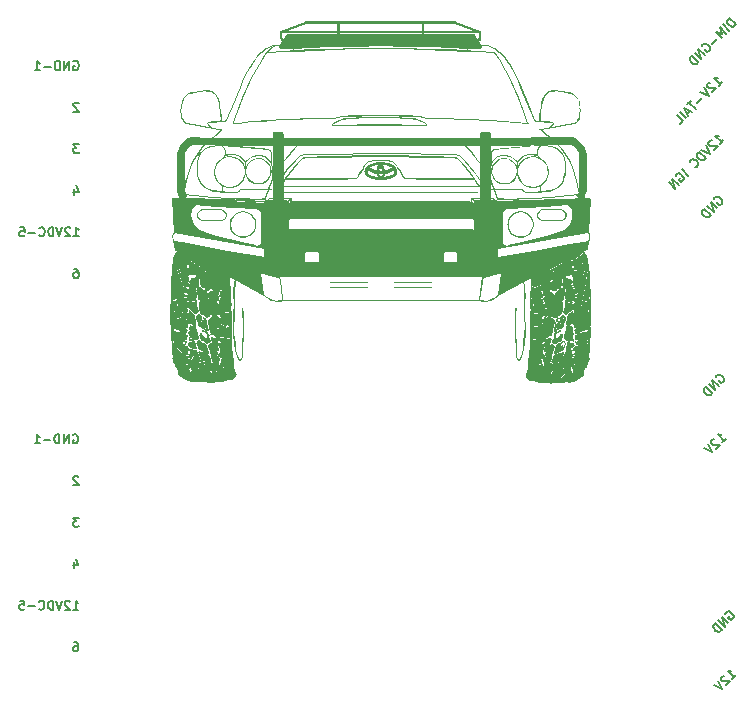
<source format=gbr>
%TF.GenerationSoftware,KiCad,Pcbnew,(5.1.9)-1*%
%TF.CreationDate,2022-12-24T12:33:20-05:00*%
%TF.ProjectId,4runner-seat-heat,3472756e-6e65-4722-9d73-6561742d6865,rev?*%
%TF.SameCoordinates,Original*%
%TF.FileFunction,Legend,Bot*%
%TF.FilePolarity,Positive*%
%FSLAX46Y46*%
G04 Gerber Fmt 4.6, Leading zero omitted, Abs format (unit mm)*
G04 Created by KiCad (PCBNEW (5.1.9)-1) date 2022-12-24 12:33:20*
%MOMM*%
%LPD*%
G01*
G04 APERTURE LIST*
%ADD10C,0.190500*%
%ADD11C,0.100000*%
G04 APERTURE END LIST*
D10*
X61906956Y-2893343D02*
X61368140Y-2354527D01*
X61239851Y-2482817D01*
X61188535Y-2585448D01*
X61188535Y-2688080D01*
X61214193Y-2765053D01*
X61291167Y-2893343D01*
X61368140Y-2970316D01*
X61496430Y-3047290D01*
X61573403Y-3072948D01*
X61676035Y-3072948D01*
X61778666Y-3021632D01*
X61906956Y-2893343D01*
X61368140Y-3432158D02*
X60829325Y-2893343D01*
X61111562Y-3688737D02*
X60572746Y-3149922D01*
X60778009Y-3714395D01*
X60213536Y-3509132D01*
X60752351Y-4047947D01*
X60290510Y-4099263D02*
X59879984Y-4509789D01*
X59033274Y-4740710D02*
X59058932Y-4663736D01*
X59135905Y-4586762D01*
X59238537Y-4535447D01*
X59341168Y-4535447D01*
X59418142Y-4561105D01*
X59546431Y-4638078D01*
X59623405Y-4715052D01*
X59700379Y-4843341D01*
X59726037Y-4920315D01*
X59726037Y-5022946D01*
X59674721Y-5125578D01*
X59623405Y-5176894D01*
X59520774Y-5228209D01*
X59469458Y-5228209D01*
X59289853Y-5048604D01*
X59392484Y-4945973D01*
X59289853Y-5510446D02*
X58751037Y-4971631D01*
X58981958Y-5818340D01*
X58443143Y-5279525D01*
X58725379Y-6074919D02*
X58186564Y-5536104D01*
X58058275Y-5664393D01*
X58006959Y-5767025D01*
X58006959Y-5869656D01*
X58032617Y-5946630D01*
X58109590Y-6074919D01*
X58186564Y-6151893D01*
X58314853Y-6228866D01*
X58391827Y-6254524D01*
X58494459Y-6254524D01*
X58597090Y-6203209D01*
X58725379Y-6074919D01*
X5809343Y-52445574D02*
X6244772Y-52445574D01*
X6027058Y-52445574D02*
X6027058Y-51683574D01*
X6099629Y-51792431D01*
X6172200Y-51865002D01*
X6244772Y-51901288D01*
X5519058Y-51756145D02*
X5482772Y-51719860D01*
X5410200Y-51683574D01*
X5228772Y-51683574D01*
X5156200Y-51719860D01*
X5119915Y-51756145D01*
X5083629Y-51828717D01*
X5083629Y-51901288D01*
X5119915Y-52010145D01*
X5555343Y-52445574D01*
X5083629Y-52445574D01*
X4865915Y-51683574D02*
X4611915Y-52445574D01*
X4357915Y-51683574D01*
X4103915Y-52445574D02*
X4103915Y-51683574D01*
X3922486Y-51683574D01*
X3813629Y-51719860D01*
X3741058Y-51792431D01*
X3704772Y-51865002D01*
X3668486Y-52010145D01*
X3668486Y-52119002D01*
X3704772Y-52264145D01*
X3741058Y-52336717D01*
X3813629Y-52409288D01*
X3922486Y-52445574D01*
X4103915Y-52445574D01*
X2906486Y-52373002D02*
X2942772Y-52409288D01*
X3051629Y-52445574D01*
X3124200Y-52445574D01*
X3233058Y-52409288D01*
X3305629Y-52336717D01*
X3341915Y-52264145D01*
X3378200Y-52119002D01*
X3378200Y-52010145D01*
X3341915Y-51865002D01*
X3305629Y-51792431D01*
X3233058Y-51719860D01*
X3124200Y-51683574D01*
X3051629Y-51683574D01*
X2942772Y-51719860D01*
X2906486Y-51756145D01*
X2579915Y-52155288D02*
X1999343Y-52155288D01*
X1273629Y-51683574D02*
X1636486Y-51683574D01*
X1672772Y-52046431D01*
X1636486Y-52010145D01*
X1563915Y-51973860D01*
X1382486Y-51973860D01*
X1309915Y-52010145D01*
X1273629Y-52046431D01*
X1237343Y-52119002D01*
X1237343Y-52300431D01*
X1273629Y-52373002D01*
X1309915Y-52409288D01*
X1382486Y-52445574D01*
X1563915Y-52445574D01*
X1636486Y-52409288D01*
X1672772Y-52373002D01*
X6244772Y-41194825D02*
X6208486Y-41158540D01*
X6135915Y-41122254D01*
X5954486Y-41122254D01*
X5881915Y-41158540D01*
X5845629Y-41194825D01*
X5809343Y-41267397D01*
X5809343Y-41339968D01*
X5845629Y-41448825D01*
X6281058Y-41884254D01*
X5809343Y-41884254D01*
X5881915Y-48417134D02*
X5881915Y-48925134D01*
X6063343Y-48126848D02*
X6244772Y-48671134D01*
X5773058Y-48671134D01*
X6281058Y-44642694D02*
X5809343Y-44642694D01*
X6063343Y-44932980D01*
X5954486Y-44932980D01*
X5881915Y-44969265D01*
X5845629Y-45005551D01*
X5809343Y-45078122D01*
X5809343Y-45259551D01*
X5845629Y-45332122D01*
X5881915Y-45368408D01*
X5954486Y-45404694D01*
X6172200Y-45404694D01*
X6244772Y-45368408D01*
X6281058Y-45332122D01*
X5881915Y-55204014D02*
X6027058Y-55204014D01*
X6099629Y-55240300D01*
X6135915Y-55276585D01*
X6208486Y-55385442D01*
X6244772Y-55530585D01*
X6244772Y-55820871D01*
X6208486Y-55893442D01*
X6172200Y-55929728D01*
X6099629Y-55966014D01*
X5954486Y-55966014D01*
X5881915Y-55929728D01*
X5845629Y-55893442D01*
X5809343Y-55820871D01*
X5809343Y-55639442D01*
X5845629Y-55566871D01*
X5881915Y-55530585D01*
X5954486Y-55494300D01*
X6099629Y-55494300D01*
X6172200Y-55530585D01*
X6208486Y-55566871D01*
X6244772Y-55639442D01*
X5809342Y-37638100D02*
X5881914Y-37601814D01*
X5990771Y-37601814D01*
X6099628Y-37638100D01*
X6172200Y-37710671D01*
X6208485Y-37783242D01*
X6244771Y-37928385D01*
X6244771Y-38037242D01*
X6208485Y-38182385D01*
X6172200Y-38254957D01*
X6099628Y-38327528D01*
X5990771Y-38363814D01*
X5918200Y-38363814D01*
X5809342Y-38327528D01*
X5773057Y-38291242D01*
X5773057Y-38037242D01*
X5918200Y-38037242D01*
X5446485Y-38363814D02*
X5446485Y-37601814D01*
X5011057Y-38363814D01*
X5011057Y-37601814D01*
X4648200Y-38363814D02*
X4648200Y-37601814D01*
X4466771Y-37601814D01*
X4357914Y-37638100D01*
X4285342Y-37710671D01*
X4249057Y-37783242D01*
X4212771Y-37928385D01*
X4212771Y-38037242D01*
X4249057Y-38182385D01*
X4285342Y-38254957D01*
X4357914Y-38327528D01*
X4466771Y-38363814D01*
X4648200Y-38363814D01*
X3886200Y-38073528D02*
X3305628Y-38073528D01*
X2543628Y-38363814D02*
X2979057Y-38363814D01*
X2761342Y-38363814D02*
X2761342Y-37601814D01*
X2833914Y-37710671D01*
X2906485Y-37783242D01*
X2979057Y-37819528D01*
X6271772Y-9586125D02*
X6235486Y-9549840D01*
X6162915Y-9513554D01*
X5981486Y-9513554D01*
X5908915Y-9549840D01*
X5872629Y-9586125D01*
X5836343Y-9658697D01*
X5836343Y-9731268D01*
X5872629Y-9840125D01*
X6308058Y-10275554D01*
X5836343Y-10275554D01*
X5908915Y-16808434D02*
X5908915Y-17316434D01*
X6090343Y-16518148D02*
X6271772Y-17062434D01*
X5800058Y-17062434D01*
X6308058Y-13033994D02*
X5836343Y-13033994D01*
X6090343Y-13324280D01*
X5981486Y-13324280D01*
X5908915Y-13360565D01*
X5872629Y-13396851D01*
X5836343Y-13469422D01*
X5836343Y-13650851D01*
X5872629Y-13723422D01*
X5908915Y-13759708D01*
X5981486Y-13795994D01*
X6199200Y-13795994D01*
X6271772Y-13759708D01*
X6308058Y-13723422D01*
X5836343Y-20836874D02*
X6271772Y-20836874D01*
X6054058Y-20836874D02*
X6054058Y-20074874D01*
X6126629Y-20183731D01*
X6199200Y-20256302D01*
X6271772Y-20292588D01*
X5546058Y-20147445D02*
X5509772Y-20111160D01*
X5437200Y-20074874D01*
X5255772Y-20074874D01*
X5183200Y-20111160D01*
X5146915Y-20147445D01*
X5110629Y-20220017D01*
X5110629Y-20292588D01*
X5146915Y-20401445D01*
X5582343Y-20836874D01*
X5110629Y-20836874D01*
X4892915Y-20074874D02*
X4638915Y-20836874D01*
X4384915Y-20074874D01*
X4130915Y-20836874D02*
X4130915Y-20074874D01*
X3949486Y-20074874D01*
X3840629Y-20111160D01*
X3768058Y-20183731D01*
X3731772Y-20256302D01*
X3695486Y-20401445D01*
X3695486Y-20510302D01*
X3731772Y-20655445D01*
X3768058Y-20728017D01*
X3840629Y-20800588D01*
X3949486Y-20836874D01*
X4130915Y-20836874D01*
X2933486Y-20764302D02*
X2969772Y-20800588D01*
X3078629Y-20836874D01*
X3151200Y-20836874D01*
X3260058Y-20800588D01*
X3332629Y-20728017D01*
X3368915Y-20655445D01*
X3405200Y-20510302D01*
X3405200Y-20401445D01*
X3368915Y-20256302D01*
X3332629Y-20183731D01*
X3260058Y-20111160D01*
X3151200Y-20074874D01*
X3078629Y-20074874D01*
X2969772Y-20111160D01*
X2933486Y-20147445D01*
X2606915Y-20546588D02*
X2026343Y-20546588D01*
X1300629Y-20074874D02*
X1663486Y-20074874D01*
X1699772Y-20437731D01*
X1663486Y-20401445D01*
X1590915Y-20365160D01*
X1409486Y-20365160D01*
X1336915Y-20401445D01*
X1300629Y-20437731D01*
X1264343Y-20510302D01*
X1264343Y-20691731D01*
X1300629Y-20764302D01*
X1336915Y-20800588D01*
X1409486Y-20836874D01*
X1590915Y-20836874D01*
X1663486Y-20800588D01*
X1699772Y-20764302D01*
X5908915Y-23595314D02*
X6054058Y-23595314D01*
X6126629Y-23631600D01*
X6162915Y-23667885D01*
X6235486Y-23776742D01*
X6271772Y-23921885D01*
X6271772Y-24212171D01*
X6235486Y-24284742D01*
X6199200Y-24321028D01*
X6126629Y-24357314D01*
X5981486Y-24357314D01*
X5908915Y-24321028D01*
X5872629Y-24284742D01*
X5836343Y-24212171D01*
X5836343Y-24030742D01*
X5872629Y-23958171D01*
X5908915Y-23921885D01*
X5981486Y-23885600D01*
X6126629Y-23885600D01*
X6199200Y-23921885D01*
X6235486Y-23958171D01*
X6271772Y-24030742D01*
X5836342Y-6029400D02*
X5908914Y-5993114D01*
X6017771Y-5993114D01*
X6126628Y-6029400D01*
X6199200Y-6101971D01*
X6235485Y-6174542D01*
X6271771Y-6319685D01*
X6271771Y-6428542D01*
X6235485Y-6573685D01*
X6199200Y-6646257D01*
X6126628Y-6718828D01*
X6017771Y-6755114D01*
X5945200Y-6755114D01*
X5836342Y-6718828D01*
X5800057Y-6682542D01*
X5800057Y-6428542D01*
X5945200Y-6428542D01*
X5473485Y-6755114D02*
X5473485Y-5993114D01*
X5038057Y-6755114D01*
X5038057Y-5993114D01*
X4675200Y-6755114D02*
X4675200Y-5993114D01*
X4493771Y-5993114D01*
X4384914Y-6029400D01*
X4312342Y-6101971D01*
X4276057Y-6174542D01*
X4239771Y-6319685D01*
X4239771Y-6428542D01*
X4276057Y-6573685D01*
X4312342Y-6646257D01*
X4384914Y-6718828D01*
X4493771Y-6755114D01*
X4675200Y-6755114D01*
X3913200Y-6464828D02*
X3332628Y-6464828D01*
X2570628Y-6755114D02*
X3006057Y-6755114D01*
X2788342Y-6755114D02*
X2788342Y-5993114D01*
X2860914Y-6101971D01*
X2933485Y-6174542D01*
X3006057Y-6210828D01*
X61037618Y-52799766D02*
X61063276Y-52722792D01*
X61140249Y-52645819D01*
X61242881Y-52594503D01*
X61345512Y-52594503D01*
X61422486Y-52620161D01*
X61550775Y-52697134D01*
X61627749Y-52774108D01*
X61704723Y-52902397D01*
X61730380Y-52979371D01*
X61730380Y-53082002D01*
X61679065Y-53184634D01*
X61627749Y-53235950D01*
X61525117Y-53287265D01*
X61473802Y-53287265D01*
X61294197Y-53107660D01*
X61396828Y-53005029D01*
X61294197Y-53569502D02*
X60755381Y-53030687D01*
X60986302Y-53877397D01*
X60447487Y-53338581D01*
X60729723Y-54133975D02*
X60190908Y-53595160D01*
X60062619Y-53723449D01*
X60011303Y-53826081D01*
X60011303Y-53928712D01*
X60036961Y-54005686D01*
X60113934Y-54133975D01*
X60190908Y-54210949D01*
X60319197Y-54287923D01*
X60396171Y-54313580D01*
X60498802Y-54313580D01*
X60601434Y-54262265D01*
X60729723Y-54133975D01*
X61613502Y-58317497D02*
X61921396Y-58009602D01*
X61767449Y-58163550D02*
X61228634Y-57624734D01*
X61356923Y-57650392D01*
X61459554Y-57650392D01*
X61536528Y-57624734D01*
X60920739Y-58035260D02*
X60869423Y-58035260D01*
X60792450Y-58060918D01*
X60664160Y-58189208D01*
X60638502Y-58266181D01*
X60638502Y-58317497D01*
X60664160Y-58394471D01*
X60715476Y-58445786D01*
X60818108Y-58497102D01*
X61433897Y-58497102D01*
X61100344Y-58830654D01*
X60407582Y-58445786D02*
X60766792Y-59164207D01*
X60048371Y-58804997D01*
X60788002Y-38289597D02*
X61095896Y-37981702D01*
X60941949Y-38135650D02*
X60403134Y-37596834D01*
X60531423Y-37622492D01*
X60634054Y-37622492D01*
X60711028Y-37596834D01*
X60095239Y-38007360D02*
X60043923Y-38007360D01*
X59966950Y-38033018D01*
X59838660Y-38161308D01*
X59813002Y-38238281D01*
X59813002Y-38289597D01*
X59838660Y-38366571D01*
X59889976Y-38417886D01*
X59992608Y-38469202D01*
X60608397Y-38469202D01*
X60274844Y-38802754D01*
X59582082Y-38417886D02*
X59941292Y-39136307D01*
X59222871Y-38777097D01*
X60212118Y-32771866D02*
X60237776Y-32694892D01*
X60314749Y-32617919D01*
X60417381Y-32566603D01*
X60520012Y-32566603D01*
X60596986Y-32592261D01*
X60725275Y-32669234D01*
X60802249Y-32746208D01*
X60879223Y-32874497D01*
X60904880Y-32951471D01*
X60904880Y-33054102D01*
X60853565Y-33156734D01*
X60802249Y-33208050D01*
X60699617Y-33259365D01*
X60648302Y-33259365D01*
X60468697Y-33079760D01*
X60571328Y-32977129D01*
X60468697Y-33541602D02*
X59929881Y-33002787D01*
X60160802Y-33849497D01*
X59621987Y-33310681D01*
X59904223Y-34106075D02*
X59365408Y-33567260D01*
X59237119Y-33695549D01*
X59185803Y-33798181D01*
X59185803Y-33900812D01*
X59211461Y-33977786D01*
X59288434Y-34106075D01*
X59365408Y-34183049D01*
X59493697Y-34260023D01*
X59570671Y-34285680D01*
X59673302Y-34285680D01*
X59775934Y-34234365D01*
X59904223Y-34106075D01*
X60559451Y-13000722D02*
X60867345Y-12692827D01*
X60713398Y-12846775D02*
X60174583Y-12307959D01*
X60302872Y-12333617D01*
X60405503Y-12333617D01*
X60482477Y-12307959D01*
X59866688Y-12718485D02*
X59815372Y-12718485D01*
X59738399Y-12744143D01*
X59610109Y-12872433D01*
X59584451Y-12949406D01*
X59584451Y-13000722D01*
X59610109Y-13077696D01*
X59661425Y-13129011D01*
X59764057Y-13180327D01*
X60379846Y-13180327D01*
X60046293Y-13513879D01*
X59353531Y-13129011D02*
X59712741Y-13847432D01*
X58994320Y-13488222D01*
X59353531Y-14206642D02*
X58814715Y-13667827D01*
X58686426Y-13796116D01*
X58635110Y-13898748D01*
X58635110Y-14001379D01*
X58660768Y-14078353D01*
X58737742Y-14206642D01*
X58814715Y-14283616D01*
X58943005Y-14360589D01*
X59019978Y-14386247D01*
X59122610Y-14386247D01*
X59225241Y-14334931D01*
X59353531Y-14206642D01*
X58455505Y-15002036D02*
X58506821Y-15002036D01*
X58609452Y-14950720D01*
X58660768Y-14899405D01*
X58712084Y-14796773D01*
X58712084Y-14694142D01*
X58686426Y-14617168D01*
X58609452Y-14488879D01*
X58532479Y-14411905D01*
X58404189Y-14334931D01*
X58327216Y-14309274D01*
X58224584Y-14309274D01*
X58121953Y-14360589D01*
X58070637Y-14411905D01*
X58019321Y-14514537D01*
X58019321Y-14565852D01*
X57865374Y-15694799D02*
X57326559Y-15155983D01*
X56813401Y-15720457D02*
X56839059Y-15643483D01*
X56916033Y-15566509D01*
X57018664Y-15515194D01*
X57121296Y-15515194D01*
X57198269Y-15540851D01*
X57326559Y-15617825D01*
X57403532Y-15694799D01*
X57480506Y-15823088D01*
X57506164Y-15900062D01*
X57506164Y-16002693D01*
X57454848Y-16105325D01*
X57403532Y-16156640D01*
X57300901Y-16207956D01*
X57249585Y-16207956D01*
X57069980Y-16028351D01*
X57172611Y-15925720D01*
X57069980Y-16490193D02*
X56531164Y-15951377D01*
X56762085Y-16798087D01*
X56223270Y-16259272D01*
X60456319Y-8103179D02*
X60764214Y-7795285D01*
X60610266Y-7949232D02*
X60071451Y-7410417D01*
X60199740Y-7436075D01*
X60302372Y-7436075D01*
X60379346Y-7410417D01*
X59763557Y-7820943D02*
X59712241Y-7820943D01*
X59635267Y-7846601D01*
X59506978Y-7974890D01*
X59481320Y-8051864D01*
X59481320Y-8103179D01*
X59506978Y-8180153D01*
X59558294Y-8231469D01*
X59660925Y-8282785D01*
X60276714Y-8282785D01*
X59943162Y-8616337D01*
X59250399Y-8231469D02*
X59609609Y-8949889D01*
X58891189Y-8590679D01*
X59045136Y-9103837D02*
X58634610Y-9514362D01*
X58121453Y-9360415D02*
X57813558Y-9668310D01*
X58506321Y-10053178D02*
X57967505Y-9514362D01*
X58044479Y-10207125D02*
X57787900Y-10463704D01*
X58249742Y-10309757D02*
X57531322Y-9950546D01*
X57890532Y-10668967D01*
X57710927Y-10848572D02*
X57172111Y-10309757D01*
X57197769Y-11361729D02*
X57454348Y-11105151D01*
X56915533Y-10566335D01*
X60085118Y-17696966D02*
X60110776Y-17619992D01*
X60187749Y-17543019D01*
X60290381Y-17491703D01*
X60393012Y-17491703D01*
X60469986Y-17517361D01*
X60598275Y-17594334D01*
X60675249Y-17671308D01*
X60752223Y-17799597D01*
X60777880Y-17876571D01*
X60777880Y-17979202D01*
X60726565Y-18081834D01*
X60675249Y-18133150D01*
X60572617Y-18184465D01*
X60521302Y-18184465D01*
X60341697Y-18004860D01*
X60444328Y-17902229D01*
X60341697Y-18466702D02*
X59802881Y-17927887D01*
X60033802Y-18774597D01*
X59494987Y-18235781D01*
X59777223Y-19031175D02*
X59238408Y-18492360D01*
X59110119Y-18620649D01*
X59058803Y-18723281D01*
X59058803Y-18825912D01*
X59084461Y-18902886D01*
X59161434Y-19031175D01*
X59238408Y-19108149D01*
X59366697Y-19185123D01*
X59443671Y-19210780D01*
X59546302Y-19210780D01*
X59648934Y-19159465D01*
X59777223Y-19031175D01*
D11*
%TO.C,4runnerTruckLogo*%
G36*
X19562200Y-24384000D02*
G01*
X19534400Y-24506900D01*
X19462800Y-24817200D01*
X19384400Y-25448300D01*
X19377800Y-25766700D01*
X19390300Y-26509500D01*
X19380200Y-27561000D01*
X19350900Y-28570700D01*
X19372500Y-29019900D01*
X19463700Y-29914300D01*
X19533200Y-30358600D01*
X19605200Y-30787400D01*
X19739000Y-31217200D01*
X19853600Y-31365200D01*
X19923000Y-31382300D01*
X19931500Y-31382500D01*
X19991800Y-31371900D01*
X20039100Y-31333000D01*
X20101700Y-31252300D01*
X20181800Y-31066400D01*
X20197300Y-30965500D01*
X20192000Y-30560600D01*
X20217800Y-30054900D01*
X20239200Y-29628900D01*
X20252500Y-29371000D01*
X20251500Y-28267800D01*
X20251400Y-28110300D01*
X20245900Y-27403700D01*
X20234000Y-26936700D01*
X20136000Y-26939300D01*
X20147900Y-27405400D01*
X20153400Y-28110300D01*
X20153500Y-28267900D01*
X20154500Y-29368600D01*
X20141400Y-29623900D01*
X20119900Y-30049900D01*
X20094200Y-30553200D01*
X20099400Y-30967900D01*
X20084900Y-31048300D01*
X20020300Y-31196900D01*
X19971400Y-31262300D01*
X19952700Y-31277500D01*
X19929600Y-31284500D01*
X19891400Y-31272200D01*
X19815400Y-31151300D01*
X19703000Y-30769000D01*
X19629900Y-30343500D01*
X19561100Y-29903600D01*
X19470600Y-29018200D01*
X19448900Y-28573500D01*
X19478200Y-27562400D01*
X19488300Y-26509200D01*
X19475800Y-25765100D01*
X19482400Y-25453300D01*
X19559300Y-24835500D01*
X19629400Y-24531600D01*
X19658100Y-24404500D01*
X19681500Y-24293800D01*
X19585500Y-24274200D01*
X19562200Y-24384000D01*
G37*
G36*
X43810080Y-24293800D02*
G01*
X43829390Y-24385100D01*
X43851880Y-24485500D01*
X43873340Y-24581300D01*
X43895540Y-24684400D01*
X43951730Y-24951200D01*
X44012010Y-25492400D01*
X44015910Y-25765000D01*
X44003470Y-26509200D01*
X44013570Y-27562400D01*
X44042840Y-28573500D01*
X44020940Y-29018200D01*
X43930010Y-29903600D01*
X43861080Y-30343500D01*
X43788720Y-30768900D01*
X43676440Y-31151200D01*
X43600060Y-31272200D01*
X43561430Y-31284500D01*
X43538300Y-31278300D01*
X43520270Y-31262500D01*
X43471330Y-31197100D01*
X43406700Y-31048400D01*
X43392270Y-30968000D01*
X43397190Y-30554300D01*
X43370950Y-30036200D01*
X43350020Y-29618500D01*
X43336550Y-29360600D01*
X43338280Y-28161200D01*
X43338340Y-28110500D01*
X43343540Y-27394600D01*
X43355630Y-26939500D01*
X43257630Y-26936700D01*
X43245540Y-27392800D01*
X43240340Y-28110400D01*
X43240280Y-28160900D01*
X43238550Y-29363100D01*
X43252160Y-29623600D01*
X43273090Y-30041200D01*
X43299170Y-30556000D01*
X43294280Y-30965600D01*
X43309790Y-31066600D01*
X43389800Y-31252500D01*
X43452430Y-31333200D01*
X43499510Y-31372000D01*
X43559580Y-31382500D01*
X43568130Y-31382200D01*
X43638010Y-31365000D01*
X43752970Y-31217000D01*
X43886640Y-30787300D01*
X43957960Y-30358500D01*
X44027490Y-29914200D01*
X44118990Y-29019800D01*
X44140870Y-28570600D01*
X44111580Y-27561000D01*
X44101480Y-26509400D01*
X44113940Y-25766500D01*
X44109650Y-25488500D01*
X44048310Y-24936300D01*
X43991460Y-24664100D01*
X43969160Y-24560400D01*
X43947550Y-24464100D01*
X43925250Y-24364700D01*
X43906200Y-24274200D01*
X43810080Y-24293800D01*
G37*
G36*
X30427200Y-10754060D02*
G01*
X29963000Y-10772320D01*
X31506300Y-10816100D01*
X31760800Y-10807600D01*
X33085400Y-10851970D01*
X34132600Y-10796360D01*
X33917400Y-10786670D01*
X33901300Y-10785910D01*
X33089100Y-10753990D01*
X31760900Y-10709570D01*
X30427200Y-10754060D01*
G37*
G36*
X29617500Y-10785910D02*
G01*
X29602100Y-10786670D01*
X29383200Y-10796500D01*
X29020600Y-10831220D01*
X28971200Y-10836710D01*
X28765900Y-10858480D01*
X28563000Y-10896960D01*
X28361100Y-10953240D01*
X27984400Y-11133040D01*
X27813600Y-11254600D01*
X27767400Y-11300810D01*
X27751200Y-11364120D01*
X27752400Y-11413140D01*
X27778500Y-11454620D01*
X27833900Y-11493860D01*
X27901800Y-11492890D01*
X31817100Y-11459200D01*
X35625100Y-11493790D01*
X35633600Y-11495070D01*
X35642200Y-11495090D01*
X35697100Y-11488760D01*
X35740000Y-11453980D01*
X35765800Y-11412740D01*
X35766800Y-11364130D01*
X35750900Y-11301390D01*
X35705400Y-11255370D01*
X35534500Y-11133420D01*
X35157100Y-10953220D01*
X34954700Y-10896950D01*
X34752300Y-10858450D01*
X34547400Y-10836700D01*
X34497300Y-10831090D01*
X34135900Y-10796500D01*
X34132600Y-10796360D01*
X33085400Y-10851970D01*
X33897100Y-10883930D01*
X33913000Y-10884570D01*
X34129100Y-10894330D01*
X34486200Y-10928480D01*
X34536500Y-10934220D01*
X34735700Y-10955220D01*
X34932500Y-10992430D01*
X35124700Y-11045970D01*
X35483300Y-11217310D01*
X35645700Y-11333230D01*
X35662800Y-11350060D01*
X35669300Y-11373230D01*
X35669600Y-11382100D01*
X35665700Y-11390080D01*
X35650200Y-11397210D01*
X35633200Y-11396460D01*
X31816800Y-11361230D01*
X27892100Y-11395820D01*
X27871800Y-11397860D01*
X27852800Y-11390710D01*
X27848400Y-11382500D01*
X27848700Y-11373220D01*
X27855500Y-11349520D01*
X27873300Y-11332500D01*
X28035500Y-11216970D01*
X28393400Y-11046040D01*
X28585200Y-10992500D01*
X28782400Y-10955300D01*
X28982000Y-10934170D01*
X29031700Y-10928680D01*
X29390000Y-10894340D01*
X29606600Y-10884680D01*
X29621700Y-10884040D01*
X30430900Y-10852020D01*
X31506300Y-10816100D01*
X29963000Y-10772320D01*
X29617500Y-10785910D01*
G37*
G36*
X40408400Y-4740600D02*
G01*
X40704400Y-4742600D01*
X40704400Y-4644600D01*
X40408400Y-4642600D01*
X40408400Y-4740600D01*
G37*
G36*
X22974400Y-4644600D02*
G01*
X22974400Y-4742600D01*
X23270400Y-4740600D01*
X23270400Y-4642600D01*
X22974400Y-4644600D01*
G37*
G36*
X30006200Y-4896510D02*
G01*
X27323400Y-4975880D01*
X29643900Y-5005300D01*
X30007800Y-4994530D01*
X31870800Y-4972870D01*
X33715500Y-4994380D01*
X36119700Y-4967400D01*
X33717000Y-4896350D01*
X31870800Y-4874840D01*
X30006200Y-4896510D01*
G37*
G36*
X33715500Y-4994380D02*
G01*
X37416800Y-5103840D01*
X39204800Y-5189730D01*
X39855850Y-5223540D01*
X40502680Y-5261600D01*
X40994260Y-5292070D01*
X41483990Y-5324150D01*
X41924920Y-6015390D01*
X42722490Y-7445280D01*
X43416570Y-8927050D01*
X44004550Y-10455110D01*
X44253350Y-11236350D01*
X43230240Y-11135740D01*
X41180660Y-10977320D01*
X39127900Y-10870280D01*
X37073000Y-10814690D01*
X36045000Y-10808350D01*
X35783700Y-10808350D01*
X35478300Y-10719620D01*
X35163800Y-10672670D01*
X35075600Y-10663350D01*
X35011000Y-10658750D01*
X34978500Y-10656330D01*
X34247100Y-10602350D01*
X32565800Y-10546160D01*
X31758700Y-10548980D01*
X30998100Y-10546420D01*
X29434500Y-10601280D01*
X28703000Y-10656330D01*
X28666400Y-10659140D01*
X28603300Y-10663540D01*
X28518700Y-10671900D01*
X28203800Y-10719520D01*
X27898000Y-10808350D01*
X27637000Y-10808350D01*
X27014400Y-10810970D01*
X26398800Y-10819970D01*
X26084300Y-10825710D01*
X25863400Y-10830610D01*
X25651900Y-10835920D01*
X25483100Y-10840260D01*
X25313200Y-10845340D01*
X25143600Y-10850730D01*
X24825900Y-10861320D01*
X24509000Y-10873830D01*
X23470400Y-10919780D01*
X22449400Y-10982460D01*
X21937100Y-11017130D01*
X21426800Y-11055720D01*
X21405800Y-11057370D01*
X21232700Y-11070960D01*
X21059900Y-11085190D01*
X20898600Y-11098720D01*
X20356700Y-11146100D01*
X19816900Y-11197650D01*
X19639800Y-11214830D01*
X19463000Y-11232750D01*
X19712000Y-10452020D01*
X20300100Y-8924920D01*
X20994200Y-7444030D01*
X21791400Y-6014910D01*
X22232000Y-5323990D01*
X22721700Y-5292150D01*
X23213300Y-5261580D01*
X23841200Y-5224920D01*
X24474300Y-5191750D01*
X26275000Y-5104990D01*
X29643900Y-5005300D01*
X27323400Y-4975880D01*
X26271000Y-5007020D01*
X24469200Y-5093840D01*
X23835700Y-5126690D01*
X23207200Y-5163840D01*
X22705900Y-5195000D01*
X22206700Y-5227410D01*
X22167900Y-5229840D01*
X22163200Y-5250000D01*
X21714800Y-5951660D01*
X20904500Y-7403620D01*
X20200300Y-8908780D01*
X19605000Y-10461360D01*
X19353700Y-11255240D01*
X19376300Y-11262140D01*
X19384400Y-11339490D01*
X19604900Y-11316660D01*
X19826300Y-11295200D01*
X20365900Y-11243520D01*
X20907000Y-11196530D01*
X21068100Y-11183000D01*
X21240700Y-11168640D01*
X21413500Y-11155170D01*
X21434400Y-11153520D01*
X21944700Y-11114890D01*
X22455800Y-11080260D01*
X23475500Y-11017720D01*
X24512900Y-10971890D01*
X24829600Y-10959390D01*
X25146900Y-10948790D01*
X25316300Y-10943300D01*
X25486100Y-10938200D01*
X25654100Y-10933980D01*
X25865700Y-10928680D01*
X26077200Y-10923900D01*
X26400700Y-10917990D01*
X27015300Y-10908990D01*
X27637100Y-10906370D01*
X27921400Y-10903950D01*
X28221200Y-10816130D01*
X28530000Y-10769280D01*
X28612000Y-10761170D01*
X28673200Y-10756900D01*
X28711200Y-10754090D01*
X29440500Y-10699120D01*
X31000000Y-10644370D01*
X31758700Y-10647000D01*
X32564200Y-10644180D01*
X34241100Y-10700270D01*
X34970500Y-10754090D01*
X35004100Y-10756520D01*
X35066800Y-10761000D01*
X35152500Y-10769920D01*
X35461000Y-10816210D01*
X35760400Y-10903820D01*
X35775800Y-10906370D01*
X36044800Y-10906370D01*
X37078500Y-10912780D01*
X39144700Y-10969020D01*
X41208680Y-11077330D01*
X43269430Y-11237650D01*
X44298090Y-11339470D01*
X44330570Y-11342810D01*
X44367570Y-11275030D01*
X44361630Y-11255370D01*
X44110520Y-10461440D01*
X43515440Y-8908780D01*
X42811370Y-7403580D01*
X42001010Y-5951620D01*
X41552560Y-5249990D01*
X41539160Y-5229690D01*
X41514910Y-5228040D01*
X41012640Y-5194880D01*
X40508560Y-5163840D01*
X39861820Y-5126190D01*
X39209800Y-5091840D01*
X37420800Y-5005870D01*
X36119700Y-4967400D01*
X33715500Y-4994380D01*
G37*
G36*
X45281310Y-11103390D02*
G01*
X45386510Y-11121520D01*
X45493640Y-11138390D01*
X45949390Y-11206420D01*
X46397480Y-11256710D01*
X46412870Y-11255670D01*
X46427990Y-11258760D01*
X46371510Y-11356620D01*
X46297220Y-11441760D01*
X46202460Y-11529350D01*
X45977060Y-11650300D01*
X45851680Y-11680840D01*
X45859350Y-11778330D01*
X45876450Y-11775520D01*
X45876120Y-11774620D01*
X46014990Y-11740370D01*
X46264440Y-11605600D01*
X46369210Y-11508230D01*
X46430720Y-11439240D01*
X46507900Y-11310470D01*
X46520210Y-11230790D01*
X46504130Y-11198230D01*
X46458960Y-11159710D01*
X46399590Y-11159040D01*
X45962060Y-11109130D01*
X45508760Y-11041480D01*
X45402530Y-11024750D01*
X45298410Y-11006890D01*
X45281310Y-11103390D01*
G37*
G36*
X46338020Y-8483460D02*
G01*
X46115470Y-8531170D01*
X45965890Y-8585000D01*
X45839570Y-8681530D01*
X45730590Y-8801860D01*
X45662140Y-8949070D01*
X45546650Y-9231610D01*
X45461140Y-9524620D01*
X45398180Y-9781190D01*
X45314630Y-10302410D01*
X45294250Y-10565810D01*
X45285160Y-10782740D01*
X45288250Y-10994440D01*
X45264320Y-11008990D01*
X45212000Y-11034360D01*
X45098270Y-11042160D01*
X45042980Y-11024170D01*
X44987630Y-10990450D01*
X44948840Y-10938520D01*
X44865750Y-10990600D01*
X44921820Y-11065110D01*
X45001750Y-11113140D01*
X45078730Y-11139620D01*
X45237930Y-11130300D01*
X45311290Y-11095010D01*
X45340320Y-11078060D01*
X45367580Y-11058380D01*
X45388010Y-11042940D01*
X45387110Y-11017530D01*
X45382870Y-10797470D01*
X45392110Y-10571150D01*
X45412200Y-10312200D01*
X45494470Y-9799800D01*
X45556450Y-9547580D01*
X45640040Y-9262790D01*
X45752190Y-8987990D01*
X45811070Y-8859150D01*
X45905740Y-8753760D01*
X46014890Y-8670980D01*
X46143930Y-8624970D01*
X46357290Y-8579830D01*
X46791400Y-8560460D01*
X47007930Y-8586420D01*
X47224010Y-8603870D01*
X47649320Y-8684390D01*
X47856820Y-8747130D01*
X47958190Y-8772510D01*
X48144550Y-8853080D01*
X48384500Y-9028840D01*
X48604400Y-9353040D01*
X48678960Y-9640970D01*
X48684903Y-9843920D01*
X48671000Y-9947490D01*
X48693194Y-10149320D01*
X48668850Y-10553060D01*
X48622560Y-10750760D01*
X48595290Y-10842230D01*
X48502700Y-11007680D01*
X48439000Y-11078760D01*
X48348640Y-11152200D01*
X48244920Y-11205130D01*
X47653850Y-11355020D01*
X46458140Y-11592680D01*
X45854670Y-11680220D01*
X45870400Y-11777050D01*
X46479960Y-11689250D01*
X47687340Y-11448180D01*
X48283890Y-11295180D01*
X48403330Y-11234400D01*
X48507070Y-11149540D01*
X48579560Y-11069420D01*
X48685165Y-10882550D01*
X48716410Y-10779120D01*
X48766025Y-10571110D01*
X48791981Y-10145980D01*
X48768040Y-9933480D01*
X48760957Y-9771880D01*
X48691335Y-9460420D01*
X48559160Y-9171750D01*
X48368850Y-8915540D01*
X48251140Y-8804600D01*
X48079990Y-8715060D01*
X47895780Y-8656930D01*
X47681100Y-8591300D01*
X47240830Y-8507130D01*
X47017080Y-8488930D01*
X46791040Y-8462230D01*
X46338020Y-8483460D01*
G37*
G36*
X45417130Y-11750630D02*
G01*
X45348180Y-11761030D01*
X45278770Y-11772080D01*
X45294600Y-11868830D01*
X45363420Y-11857850D01*
X45431750Y-11847510D01*
X45867140Y-11777690D01*
X45851570Y-11680930D01*
X45417130Y-11750630D01*
G37*
G36*
X40705480Y-4742960D02*
G01*
X40925760Y-4751000D01*
X41139480Y-4804960D01*
X41271520Y-4856660D01*
X41520110Y-4991900D01*
X41635250Y-5074670D01*
X41893590Y-5272650D01*
X42123870Y-5502670D01*
X42349460Y-5795150D01*
X42764470Y-6404920D01*
X43134810Y-7042260D01*
X43459070Y-7704760D01*
X43601470Y-8045580D01*
X44193470Y-9486210D01*
X44859970Y-10984770D01*
X44949320Y-10944430D01*
X44283660Y-9447680D01*
X43692410Y-8009130D01*
X43548240Y-7664280D01*
X43219920Y-6993970D01*
X42844920Y-6349170D01*
X42424680Y-5732330D01*
X42196240Y-5436480D01*
X41958760Y-5199240D01*
X41692300Y-4995080D01*
X41570710Y-4907890D01*
X41308160Y-4765670D01*
X41168700Y-4711460D01*
X40939730Y-4653520D01*
X40703700Y-4644960D01*
X40705480Y-4742960D01*
G37*
G36*
X18276000Y-11024660D02*
G01*
X18170100Y-11042020D01*
X17714500Y-11109320D01*
X17271600Y-11159020D01*
X17216100Y-11160990D01*
X17174900Y-11198200D01*
X17156300Y-11230940D01*
X17200100Y-11373590D01*
X17307000Y-11505570D01*
X17413000Y-11604160D01*
X17665300Y-11741160D01*
X17805700Y-11776430D01*
X17819700Y-11778330D01*
X17819700Y-11729330D01*
X17833600Y-11682470D01*
X17816500Y-11679660D01*
X17694400Y-11647890D01*
X17474700Y-11528000D01*
X17381900Y-11442500D01*
X17306600Y-11358240D01*
X17257600Y-11256380D01*
X17273800Y-11256770D01*
X17727000Y-11206840D01*
X18185600Y-11138770D01*
X18292400Y-11121420D01*
X18397700Y-11103290D01*
X18380900Y-11006790D01*
X18276000Y-11024660D01*
G37*
G36*
X16662300Y-8488990D02*
G01*
X16440200Y-8506910D01*
X16003200Y-8589850D01*
X15790000Y-8654540D01*
X15602400Y-8713750D01*
X15428000Y-8804660D01*
X15310300Y-8915640D01*
X15120000Y-9171910D01*
X14987800Y-9460640D01*
X14918200Y-9772160D01*
X14911100Y-9933790D01*
X14887100Y-10146230D01*
X14913100Y-10571230D01*
X14962700Y-10779180D01*
X14993900Y-10882630D01*
X15099600Y-11069500D01*
X15172200Y-11149600D01*
X15275900Y-11234650D01*
X15395200Y-11295880D01*
X15991800Y-11448460D01*
X17199100Y-11689170D01*
X17808600Y-11777050D01*
X17824500Y-11680300D01*
X17221100Y-11592560D01*
X16025400Y-11355280D01*
X15434200Y-11205970D01*
X15330500Y-11152520D01*
X15240100Y-11078840D01*
X15176400Y-11007770D01*
X15083900Y-10842310D01*
X15056600Y-10750840D01*
X15010200Y-10553220D01*
X14985800Y-10149610D01*
X15008100Y-9947840D01*
X15014300Y-9796660D01*
X15077800Y-9504830D01*
X15199000Y-9233530D01*
X15374100Y-8991560D01*
X15482600Y-8886100D01*
X15641600Y-8804290D01*
X15812200Y-8750410D01*
X16022100Y-8686500D01*
X16452600Y-8604380D01*
X16671300Y-8586520D01*
X16887900Y-8560540D01*
X17322000Y-8579980D01*
X17535300Y-8625200D01*
X17664200Y-8671170D01*
X17773200Y-8753730D01*
X17867900Y-8859070D01*
X17926800Y-8987830D01*
X18039000Y-9262760D01*
X18122600Y-9547680D01*
X18184600Y-9799940D01*
X18266900Y-10312410D01*
X18287000Y-10571380D01*
X18296300Y-10797880D01*
X18292000Y-11017490D01*
X18291100Y-11043020D01*
X18311500Y-11058470D01*
X18338100Y-11077560D01*
X18366200Y-11094470D01*
X18440000Y-11130030D01*
X18600100Y-11139610D01*
X18677600Y-11113110D01*
X18757500Y-11065180D01*
X18813400Y-10990700D01*
X18730200Y-10938620D01*
X18691700Y-10990520D01*
X18636500Y-11024140D01*
X18580900Y-11042510D01*
X18466500Y-11034640D01*
X18413900Y-11008830D01*
X18390900Y-10994530D01*
X18394000Y-10783080D01*
X18384800Y-10565770D01*
X18364100Y-10302440D01*
X18280500Y-9781300D01*
X18217800Y-9524710D01*
X18132400Y-9231600D01*
X18016800Y-8949040D01*
X17948500Y-8801670D01*
X17839300Y-8681370D01*
X17713200Y-8585100D01*
X17563800Y-8531370D01*
X17341300Y-8483540D01*
X16888300Y-8462250D01*
X16662300Y-8488990D01*
G37*
G36*
X17811900Y-11777690D02*
G01*
X18088000Y-11822140D01*
X18377800Y-11867550D01*
X18407300Y-11773990D01*
X18388600Y-11819810D01*
X18395000Y-11771180D01*
X18103500Y-11725490D01*
X17827500Y-11680940D01*
X17811900Y-11777690D01*
G37*
G36*
X22728400Y-4656600D02*
G01*
X22510700Y-4711430D01*
X22371200Y-4765650D01*
X22108600Y-4907930D01*
X21987000Y-4995180D01*
X21720400Y-5199250D01*
X21483000Y-5436470D01*
X21254500Y-5732330D01*
X20834300Y-6349210D01*
X20459200Y-6994050D01*
X20130900Y-7664380D01*
X19986700Y-8009250D01*
X19399600Y-9437720D01*
X18729800Y-10944550D01*
X18819200Y-10984770D01*
X19489800Y-9476150D01*
X20077600Y-8045640D01*
X20220100Y-7704820D01*
X20544400Y-7042320D01*
X20914800Y-6404950D01*
X21329800Y-5795150D01*
X21555400Y-5502640D01*
X21785600Y-5272670D01*
X22044000Y-5074780D01*
X22159100Y-4991960D01*
X22407800Y-4856710D01*
X22539900Y-4805060D01*
X22743100Y-4753490D01*
X22952400Y-4743060D01*
X22974500Y-4743060D01*
X22974500Y-4645060D01*
X22952700Y-4645060D01*
X22728400Y-4656600D01*
G37*
G36*
X19344600Y-11256000D02*
G01*
X19414000Y-11325430D01*
X19435200Y-11304250D01*
X19365800Y-11234810D01*
X19344600Y-11256000D01*
G37*
G36*
X45245400Y-11076600D02*
G01*
X45247400Y-11080600D01*
X45332400Y-11029600D01*
X45245400Y-11076600D01*
G37*
G36*
X18434400Y-11073600D02*
G01*
X18436400Y-11070600D01*
X18345400Y-11033600D01*
X18434400Y-11073600D01*
G37*
G36*
X24413100Y-4958450D02*
G01*
X24422900Y-5145320D01*
X24520700Y-5140210D01*
X24510900Y-4953350D01*
X24413100Y-4958450D01*
G37*
G36*
X39158500Y-5138290D02*
G01*
X39256200Y-5143410D01*
X39265900Y-4958460D01*
X39168200Y-4953330D01*
X39158500Y-5138290D01*
G37*
G36*
X26084300Y-10825740D02*
G01*
X25867500Y-10830640D01*
X25651800Y-10835950D01*
X25654400Y-10933960D01*
X25870100Y-10928430D01*
X26086200Y-10923750D01*
X26400600Y-10918000D01*
X26398800Y-10820000D01*
X26084300Y-10825740D01*
G37*
G36*
X25483100Y-10840310D02*
G01*
X25313100Y-10845390D01*
X25143500Y-10850780D01*
X25146800Y-10948770D01*
X25316200Y-10943280D01*
X25486000Y-10938180D01*
X25543900Y-10936530D01*
X25541100Y-10838530D01*
X25483100Y-10840310D01*
G37*
G36*
X23469300Y-10919970D02*
G01*
X22449400Y-10982510D01*
X21937100Y-11017180D01*
X21426700Y-11055770D01*
X21434400Y-11153510D01*
X21944600Y-11114880D01*
X22455800Y-11080250D01*
X23474500Y-11017830D01*
X24512900Y-10971880D01*
X24509000Y-10873880D01*
X23469300Y-10919970D01*
G37*
G36*
X20898500Y-11098740D02*
G01*
X20356600Y-11146110D01*
X19816800Y-11197660D01*
X19826300Y-11295180D01*
X20365800Y-11243510D01*
X20906900Y-11196520D01*
X21068000Y-11182980D01*
X21059800Y-11085210D01*
X20898500Y-11098740D01*
G37*
G36*
X30700100Y-15190500D02*
G01*
X30890500Y-15337700D01*
X31329100Y-15525200D01*
X31567100Y-15561200D01*
X31619300Y-15567700D01*
X31671800Y-15573000D01*
X31776200Y-15580700D01*
X31877400Y-15582200D01*
X31968300Y-15581000D01*
X32057200Y-15575100D01*
X32111200Y-15570400D01*
X32164800Y-15563900D01*
X32408500Y-15528900D01*
X32858400Y-15340000D01*
X33054000Y-15190500D01*
X32986400Y-15119500D01*
X32802600Y-15258800D01*
X32380700Y-15434400D01*
X32152500Y-15466600D01*
X32101400Y-15472900D01*
X32049800Y-15477300D01*
X31865600Y-15486300D01*
X31681400Y-15475400D01*
X31630300Y-15470300D01*
X31580100Y-15464000D01*
X31357600Y-15430100D01*
X30946800Y-15255900D01*
X30767800Y-15119500D01*
X30700100Y-15190500D01*
G37*
G36*
X32708500Y-15085500D02*
G01*
X32360200Y-15224100D01*
X32173100Y-15250400D01*
X32118400Y-15257400D01*
X32061700Y-15262200D01*
X31866100Y-15273400D01*
X31670600Y-15260500D01*
X31615000Y-15255000D01*
X31561300Y-15247300D01*
X31379300Y-15220200D01*
X31040800Y-15083100D01*
X30891200Y-14975900D01*
X30824600Y-15047900D01*
X30985200Y-15165200D01*
X31350100Y-15314900D01*
X31546800Y-15344200D01*
X31603200Y-15352400D01*
X31661400Y-15358100D01*
X31765000Y-15366700D01*
X31877400Y-15368400D01*
X31977200Y-15367000D01*
X32069500Y-15359900D01*
X32128300Y-15355100D01*
X32186400Y-15347400D01*
X32388300Y-15318500D01*
X32763600Y-15167100D01*
X32929000Y-15047900D01*
X32862400Y-14975900D01*
X32708500Y-15085500D01*
G37*
G36*
X31817700Y-14908300D02*
G01*
X31733700Y-14966000D01*
X31724300Y-14983100D01*
X31804300Y-15041100D01*
X31817300Y-15016100D01*
X31865300Y-15001300D01*
X31913600Y-15017000D01*
X31998900Y-14969100D01*
X31997300Y-14966200D01*
X31913100Y-14908400D01*
X31865300Y-14903200D01*
X31817700Y-14908300D01*
G37*
G36*
X31913600Y-15017000D02*
G01*
X31998400Y-15181700D01*
X32016000Y-15314600D01*
X32018200Y-15343800D01*
X32018400Y-15372800D01*
X32016300Y-15445400D01*
X32005300Y-15517200D01*
X31979700Y-15620100D01*
X31903400Y-15734500D01*
X31865300Y-15744300D01*
X31826900Y-15734400D01*
X31750600Y-15619200D01*
X31725400Y-15515500D01*
X31659100Y-15527600D01*
X31724600Y-15515100D01*
X31713900Y-15444400D01*
X31712000Y-15372800D01*
X31712200Y-15343400D01*
X31714400Y-15314100D01*
X31732600Y-15178100D01*
X31804300Y-15041100D01*
X31724300Y-14983100D01*
X31640300Y-15136900D01*
X31616800Y-15305600D01*
X31614400Y-15337800D01*
X31614000Y-15372800D01*
X31616100Y-15453600D01*
X31628400Y-15533500D01*
X31629000Y-15533300D01*
X31662100Y-15665800D01*
X31751100Y-15795600D01*
X31824900Y-15838500D01*
X31865300Y-15842200D01*
X31905900Y-15838600D01*
X31979400Y-15796600D01*
X32067900Y-15668300D01*
X32101500Y-15535200D01*
X32114100Y-15454500D01*
X32116500Y-15372800D01*
X32116100Y-15338900D01*
X32113700Y-15306400D01*
X32090600Y-15137500D01*
X31998900Y-14969100D01*
X31913600Y-15017000D01*
G37*
G36*
X31871000Y-14777200D02*
G01*
X31922300Y-14786400D01*
X32014300Y-14868900D01*
X32085300Y-15011600D01*
X32126300Y-15196300D01*
X32130800Y-15299200D01*
X32128300Y-15402600D01*
X32110800Y-15504600D01*
X32073800Y-15643300D01*
X31981300Y-15784900D01*
X31908500Y-15833900D01*
X31870300Y-15839100D01*
X31829200Y-15833500D01*
X31753000Y-15783800D01*
X31658700Y-15641500D01*
X31621800Y-15502900D01*
X31605300Y-15406400D01*
X31602200Y-15308500D01*
X31602900Y-15296200D01*
X31607400Y-15195000D01*
X31646900Y-15013700D01*
X31715400Y-14872900D01*
X31804800Y-14789200D01*
X31855100Y-14777500D01*
X31845900Y-14680000D01*
X31775700Y-14694400D01*
X31653800Y-14792000D01*
X31562400Y-14956900D01*
X31510700Y-15172500D01*
X31504800Y-15295100D01*
X31504100Y-15301800D01*
X31504200Y-15308500D01*
X31507600Y-15416400D01*
X31525800Y-15522700D01*
X31547000Y-15612300D01*
X31611800Y-15762000D01*
X31698600Y-15870200D01*
X31801900Y-15930000D01*
X31858300Y-15937200D01*
X31859300Y-15937200D01*
X31871600Y-15937200D01*
X31928700Y-15930600D01*
X32032900Y-15871700D01*
X32120200Y-15764000D01*
X32185300Y-15614500D01*
X32206600Y-15524900D01*
X32225500Y-15417600D01*
X32228800Y-15308600D01*
X32223000Y-15179800D01*
X32168900Y-14955300D01*
X32073400Y-14786300D01*
X31947000Y-14690200D01*
X31874900Y-14679200D01*
X31871000Y-14777200D01*
G37*
G36*
X31877400Y-14679200D02*
G01*
X31872900Y-14777200D01*
X32003000Y-14774800D01*
X32259700Y-14803100D01*
X32508300Y-14870100D01*
X32744400Y-14974600D01*
X32855700Y-15042000D01*
X32925300Y-15102400D01*
X32977200Y-15178600D01*
X33006200Y-15240500D01*
X33012900Y-15308500D01*
X33008900Y-15362100D01*
X32962600Y-15464600D01*
X32821600Y-15604700D01*
X32511200Y-15749700D01*
X32105200Y-15831600D01*
X31877400Y-15839200D01*
X31871600Y-15937200D01*
X31877400Y-15937200D01*
X32132100Y-15928600D01*
X32576300Y-15834400D01*
X32909200Y-15664800D01*
X33058200Y-15497900D01*
X33106700Y-15374100D01*
X33110900Y-15308600D01*
X33102200Y-15215800D01*
X33063100Y-15131300D01*
X33005000Y-15043700D01*
X32926600Y-14973900D01*
X32916400Y-14964900D01*
X32799300Y-14892300D01*
X32550000Y-14779700D01*
X32287000Y-14707300D01*
X32015200Y-14676600D01*
X31877400Y-14679200D01*
G37*
G36*
X31445300Y-14711000D02*
G01*
X31186200Y-14785500D01*
X30941400Y-14900400D01*
X30826700Y-14974100D01*
X30749200Y-15044200D01*
X30691200Y-15131200D01*
X30651700Y-15215800D01*
X30643200Y-15308600D01*
X30647400Y-15373300D01*
X30695200Y-15495800D01*
X30842200Y-15661400D01*
X31170500Y-15831000D01*
X31608600Y-15927000D01*
X31859800Y-15937200D01*
X31860500Y-15839200D01*
X31632700Y-15830300D01*
X31231100Y-15748100D01*
X30927100Y-15604000D01*
X30790000Y-15464600D01*
X30745100Y-15362300D01*
X30741200Y-15308600D01*
X30747600Y-15240800D01*
X30776600Y-15179200D01*
X30824800Y-15107500D01*
X30889000Y-15049900D01*
X30997200Y-14981800D01*
X31227700Y-14875700D01*
X31471100Y-14806900D01*
X31723000Y-14776500D01*
X31850800Y-14777900D01*
X31850100Y-14679900D01*
X31713800Y-14678300D01*
X31445300Y-14711000D01*
G37*
G36*
X31877400Y-14552000D02*
G01*
X31588900Y-14562600D01*
X31266400Y-14636300D01*
X31561500Y-14670700D01*
X31612900Y-14659400D01*
X31877400Y-14650100D01*
X32047800Y-14642200D01*
X32381000Y-14687600D01*
X32576800Y-14656300D01*
X32415900Y-14595600D01*
X32059800Y-14544500D01*
X31877400Y-14552000D01*
G37*
G36*
X31085800Y-14677500D02*
G01*
X30793800Y-14827800D01*
X30644600Y-14950100D01*
X30539900Y-15088300D01*
X30485000Y-15239500D01*
X30480200Y-15319400D01*
X30485000Y-15399400D01*
X30539900Y-15550600D01*
X30644600Y-15688700D01*
X30793800Y-15811000D01*
X31085800Y-15961300D01*
X31588900Y-16076300D01*
X31877400Y-16086800D01*
X32165800Y-16076300D01*
X32668700Y-15961300D01*
X32960600Y-15811000D01*
X33109700Y-15688700D01*
X33214400Y-15550600D01*
X33269300Y-15399400D01*
X33274100Y-15319400D01*
X33269400Y-15245800D01*
X33223800Y-15106700D01*
X33184000Y-15044600D01*
X33051900Y-14918600D01*
X32750700Y-14721800D01*
X32576800Y-14656300D01*
X32381000Y-14687600D01*
X32694900Y-14802900D01*
X32978300Y-14983800D01*
X33103200Y-15100100D01*
X33162100Y-15202300D01*
X33176000Y-15319400D01*
X33171500Y-15388100D01*
X33119500Y-15518700D01*
X32960400Y-15695900D01*
X32607700Y-15877700D01*
X32141700Y-15979400D01*
X31877400Y-15988800D01*
X31612900Y-15979400D01*
X31146800Y-15877700D01*
X30793900Y-15695900D01*
X30634800Y-15518700D01*
X30582800Y-15388100D01*
X30578200Y-15319400D01*
X30582800Y-15250700D01*
X30634800Y-15120100D01*
X30793900Y-14943000D01*
X31146800Y-14761200D01*
X31561500Y-14670700D01*
X31266400Y-14636300D01*
X31085800Y-14677500D01*
G37*
G36*
X22819100Y-4690030D02*
G01*
X22593100Y-4795950D01*
X22395000Y-4945690D01*
X22231400Y-5134250D01*
X22166500Y-5242830D01*
X22252000Y-5290580D01*
X22311700Y-5190820D01*
X22462000Y-5017590D01*
X22644100Y-4880060D01*
X22851800Y-4782800D01*
X22964000Y-4752680D01*
X22941300Y-4657200D01*
X22819100Y-4690030D01*
G37*
G36*
X41823400Y-25777600D02*
G01*
X41920400Y-25790600D01*
X42170400Y-23984600D01*
X42073400Y-23971600D01*
X41823400Y-25777600D01*
G37*
G36*
X40187300Y-26245500D02*
G01*
X40284160Y-26258900D01*
X40564950Y-24234100D01*
X40468090Y-24220700D01*
X40187300Y-26245500D01*
G37*
G36*
X39528400Y-17956600D02*
G01*
X39753400Y-18154600D01*
X39825400Y-18087600D01*
X39593400Y-17882600D01*
X39528400Y-17956600D01*
G37*
G36*
X33004900Y-25231800D02*
G01*
X36215000Y-25231800D01*
X36215000Y-25133800D01*
X33004900Y-25133800D01*
X33004900Y-25231800D01*
G37*
G36*
X33004900Y-24790100D02*
G01*
X36215000Y-24790100D01*
X36215000Y-24692000D01*
X33004900Y-24692000D01*
X33004900Y-24790100D01*
G37*
G36*
X44599840Y-24257200D02*
G01*
X44259870Y-24444000D01*
X43919840Y-24631400D01*
X41725580Y-25840700D01*
X41575320Y-25978100D01*
X41228410Y-26173300D01*
X40845210Y-26268200D01*
X40447290Y-26257500D01*
X40250280Y-26206200D01*
X40225000Y-26200800D01*
X32151500Y-26200800D01*
X32151500Y-26298800D01*
X40218140Y-26298800D01*
X40227840Y-26301300D01*
X40454370Y-26358600D01*
X40687740Y-26370000D01*
X40839240Y-26365300D01*
X40988860Y-26340900D01*
X41212900Y-26284500D01*
X41617600Y-26069400D01*
X41789690Y-25915200D01*
X43967160Y-24717200D01*
X44307140Y-24529600D01*
X44647060Y-24343100D01*
X48396470Y-22280100D01*
X48349240Y-22194300D01*
X44599840Y-24257200D01*
G37*
G36*
X41753610Y-17817300D02*
G01*
X41756420Y-17915300D01*
X49515180Y-17681200D01*
X49394180Y-20513900D01*
X49395144Y-20531000D01*
X49402180Y-20546700D01*
X49472176Y-20670500D01*
X49501680Y-20809700D01*
X49501210Y-20959500D01*
X49454130Y-21101700D01*
X49439455Y-21143200D01*
X49428030Y-21185700D01*
X49426560Y-21191100D01*
X49372935Y-21451400D01*
X49318450Y-21711600D01*
X49272880Y-21930100D01*
X49250800Y-21936200D01*
X49131320Y-21968800D01*
X49011970Y-22001800D01*
X48357350Y-22181000D01*
X48156380Y-22235800D01*
X47955280Y-22291400D01*
X40639510Y-24294700D01*
X40536510Y-24160100D01*
X40459160Y-24220400D01*
X40581570Y-24380500D01*
X40597990Y-24396200D01*
X40620470Y-24399700D01*
X40627010Y-24399500D01*
X40633370Y-24398000D01*
X47981370Y-22385900D01*
X48182350Y-22330300D01*
X48383190Y-22275600D01*
X49038130Y-22096300D01*
X49157415Y-22063200D01*
X49276570Y-22030800D01*
X49327630Y-22016800D01*
X49352216Y-22004800D01*
X49362730Y-21979500D01*
X49414440Y-21731600D01*
X49468412Y-21472800D01*
X49521910Y-21213900D01*
X49524280Y-21199100D01*
X49532160Y-21175100D01*
X49546610Y-21134100D01*
X49577265Y-21056300D01*
X49604109Y-20894600D01*
X49590198Y-20732400D01*
X49536200Y-20577600D01*
X49492750Y-20506200D01*
X49615350Y-17632700D01*
X49613380Y-17612500D01*
X49601350Y-17596200D01*
X49584982Y-17584400D01*
X49564960Y-17581700D01*
X41753610Y-17817300D01*
G37*
G36*
X31937100Y-24244400D02*
G01*
X40492060Y-24244400D01*
X40492060Y-24146400D01*
X31937100Y-24146400D01*
X31937100Y-24244400D01*
G37*
G36*
X37243400Y-22078200D02*
G01*
X38173700Y-22162900D01*
X38205200Y-22162900D01*
X38334200Y-22110600D01*
X38302100Y-22078500D01*
X38205200Y-22064900D01*
X37338500Y-22064900D01*
X37243400Y-22078200D01*
G37*
G36*
X37241600Y-22078500D02*
G01*
X37110500Y-22209600D01*
X37096900Y-22306500D01*
X37096900Y-22903600D01*
X37110500Y-23000500D01*
X37241600Y-23131700D01*
X37338500Y-23145300D01*
X38205200Y-23145300D01*
X38302100Y-23131700D01*
X38433200Y-23000500D01*
X38446800Y-22903600D01*
X38446800Y-22306500D01*
X38433200Y-22209600D01*
X38334200Y-22110600D01*
X38205200Y-22162900D01*
X38262800Y-22171000D01*
X38340700Y-22248900D01*
X38348800Y-22306500D01*
X38348800Y-22903600D01*
X38340700Y-22961200D01*
X38262800Y-23039100D01*
X38205200Y-23047200D01*
X37338500Y-23047200D01*
X37280900Y-23039100D01*
X37203000Y-22961200D01*
X37194900Y-22903600D01*
X37194900Y-22306500D01*
X37203000Y-22248900D01*
X37280900Y-22171000D01*
X37338500Y-22162900D01*
X38173700Y-22162900D01*
X37243400Y-22078200D01*
X37241600Y-22078500D01*
G37*
G36*
X39652700Y-20301300D02*
G01*
X39702190Y-20350100D01*
X39751090Y-20399100D01*
X39820530Y-20329700D01*
X39771260Y-20280600D01*
X39721350Y-20231300D01*
X39652700Y-20301300D01*
G37*
G36*
X39647400Y-19375600D02*
G01*
X39746400Y-19473600D01*
X39815400Y-19403600D01*
X39716400Y-19305600D01*
X39647400Y-19375600D01*
G37*
G36*
X39496400Y-17919600D02*
G01*
X39594400Y-17932600D01*
X39594400Y-17577600D01*
X39496400Y-17577600D01*
X39496400Y-17919600D01*
G37*
G36*
X41310190Y-17646800D02*
G01*
X41692500Y-17889900D01*
X41745090Y-17807200D01*
X41362780Y-17564100D01*
X41310190Y-17646800D01*
G37*
G36*
X39488400Y-17642600D02*
G01*
X39818400Y-17908600D01*
X39881400Y-17833600D01*
X39549400Y-17565600D01*
X39488400Y-17642600D01*
G37*
G36*
X39524400Y-17647600D02*
G01*
X41337400Y-17647600D01*
X41348400Y-17549600D01*
X39524400Y-17549600D01*
X39524400Y-17647600D01*
G37*
G36*
X39866490Y-17776000D02*
G01*
X41598860Y-17867200D01*
X41620670Y-17867200D01*
X41723200Y-17810700D01*
X41691890Y-17779400D01*
X41620660Y-17769200D01*
X39914840Y-17769200D01*
X39866490Y-17776000D01*
G37*
G36*
X39843480Y-17779200D02*
G01*
X39746860Y-17875900D01*
X39736780Y-17947200D01*
X39736780Y-23271500D01*
X39746700Y-23343000D01*
X39843340Y-23440000D01*
X39914840Y-23450200D01*
X41620670Y-23449600D01*
X41692050Y-23439500D01*
X41788690Y-23342900D01*
X41798730Y-23271500D01*
X41798730Y-17947200D01*
X41788440Y-17876000D01*
X41723200Y-17810700D01*
X41620670Y-17867200D01*
X41644160Y-17869600D01*
X41664840Y-17881000D01*
X41694500Y-17907800D01*
X41700700Y-17947200D01*
X41700700Y-23271500D01*
X41696200Y-23303600D01*
X41652780Y-23347000D01*
X41620700Y-23351500D01*
X39914870Y-23352100D01*
X39882680Y-23347500D01*
X39839270Y-23303700D01*
X39834870Y-23271500D01*
X39834870Y-17947200D01*
X39839630Y-17914300D01*
X39860650Y-17888500D01*
X39885030Y-17870900D01*
X39914900Y-17867200D01*
X41598860Y-17867200D01*
X39866490Y-17776000D01*
X39843480Y-17779200D01*
G37*
G36*
X21634900Y-23984900D02*
G01*
X21882100Y-25791100D01*
X21979100Y-25777900D01*
X21731900Y-23971600D01*
X21634900Y-23984900D01*
G37*
G36*
X23239400Y-24234100D02*
G01*
X23379100Y-25247300D01*
X23519300Y-26259800D01*
X23617400Y-26257600D01*
X23476000Y-25233500D01*
X23336400Y-24220800D01*
X23239400Y-24234100D01*
G37*
G36*
X24154000Y-17932900D02*
G01*
X24097800Y-17982300D01*
X24041300Y-18032100D01*
X23985200Y-18082200D01*
X24039900Y-18164000D01*
X24050000Y-18155500D01*
X24106400Y-18105400D01*
X24162600Y-18056000D01*
X24219100Y-18006200D01*
X24275200Y-17956200D01*
X24209900Y-17883200D01*
X24154000Y-17932900D01*
G37*
G36*
X27588700Y-25231800D02*
G01*
X30799400Y-25231800D01*
X30799400Y-25133800D01*
X27588700Y-25133800D01*
X27588700Y-25231800D01*
G37*
G36*
X27588700Y-24790100D02*
G01*
X30799400Y-24790100D01*
X30799400Y-24692000D01*
X27588700Y-24692000D01*
X27588700Y-24790100D01*
G37*
G36*
X15407300Y-22280300D02*
G01*
X22014000Y-25915300D01*
X22186100Y-26069500D01*
X22591100Y-26284700D01*
X22815300Y-26341000D01*
X22964300Y-26365200D01*
X23115200Y-26370000D01*
X23352200Y-26358200D01*
X23582200Y-26299800D01*
X23585600Y-26298900D01*
X32151600Y-26298900D01*
X32151600Y-26200800D01*
X23570700Y-26200800D01*
X23563200Y-26203400D01*
X23365200Y-26256300D01*
X22964800Y-26268900D01*
X22578900Y-26174700D01*
X22229400Y-25979000D01*
X22078000Y-25840800D01*
X22067300Y-25832800D01*
X15454300Y-22194300D01*
X15407300Y-22280300D01*
G37*
G36*
X14256700Y-17685400D02*
G01*
X22024800Y-18091100D01*
X22029900Y-17993300D01*
X14261800Y-17587600D01*
X14256700Y-17685400D01*
G37*
G36*
X14199800Y-17592700D02*
G01*
X14188800Y-17630800D01*
X14188800Y-17632800D01*
X14311000Y-20506200D01*
X14236300Y-20644100D01*
X14205300Y-20797900D01*
X14201100Y-20884100D01*
X14227200Y-21053700D01*
X14257100Y-21134700D01*
X14270200Y-21171400D01*
X14280300Y-21209100D01*
X14281500Y-21213700D01*
X14440900Y-21979500D01*
X14451500Y-22004900D01*
X14476100Y-22016900D01*
X14553700Y-22038000D01*
X14631500Y-22059700D01*
X15420500Y-22275500D01*
X15545200Y-22309900D01*
X15670300Y-22343700D01*
X15837600Y-22389800D01*
X17074400Y-22728600D01*
X18311500Y-23067100D01*
X23170200Y-24398000D01*
X23176600Y-24399500D01*
X23183200Y-24399700D01*
X23205700Y-24396200D01*
X23222100Y-24380500D01*
X23345100Y-24220400D01*
X23267800Y-24160200D01*
X23164300Y-24294700D01*
X18337300Y-22972600D01*
X17100500Y-22634400D01*
X15863600Y-22295300D01*
X15695900Y-22249100D01*
X15571100Y-22215300D01*
X15446500Y-22181100D01*
X14657800Y-21965400D01*
X14594600Y-21947500D01*
X14530800Y-21930100D01*
X14377000Y-21191100D01*
X14373700Y-21181000D01*
X14363200Y-21141100D01*
X14349700Y-21102200D01*
X14302500Y-20959800D01*
X14302600Y-20809700D01*
X14331500Y-20670500D01*
X14401500Y-20546700D01*
X14408100Y-20534000D01*
X14409500Y-20519800D01*
X14289000Y-17681200D01*
X14778000Y-17696200D01*
X15268200Y-17710600D01*
X18657800Y-17812700D01*
X22047100Y-17915300D01*
X22050100Y-17817300D01*
X18661100Y-17714500D01*
X15271100Y-17612600D01*
X14765800Y-17597800D01*
X14260600Y-17582300D01*
X14237900Y-17581700D01*
X14199800Y-17592700D01*
G37*
G36*
X23311600Y-24244400D02*
G01*
X31937100Y-24244400D01*
X31937100Y-24146400D01*
X23311600Y-24146400D01*
X23311600Y-24244400D01*
G37*
G36*
X25504100Y-22078200D02*
G01*
X26434400Y-22162900D01*
X26465800Y-22162900D01*
X26594800Y-22110600D01*
X26562700Y-22078500D01*
X26465800Y-22064900D01*
X25599100Y-22064900D01*
X25504100Y-22078200D01*
G37*
G36*
X25502300Y-22078500D02*
G01*
X25371100Y-22209600D01*
X25357500Y-22306500D01*
X25357500Y-22903600D01*
X25371100Y-23000500D01*
X25502200Y-23131700D01*
X25599100Y-23145300D01*
X26465800Y-23145300D01*
X26562700Y-23131700D01*
X26693900Y-23000500D01*
X26707500Y-22903600D01*
X26707500Y-22306500D01*
X26693900Y-22209600D01*
X26594800Y-22110600D01*
X26465800Y-22162900D01*
X26523400Y-22171000D01*
X26601300Y-22248900D01*
X26609400Y-22306500D01*
X26609400Y-22903600D01*
X26601300Y-22961200D01*
X26523400Y-23039100D01*
X26465800Y-23047200D01*
X25599100Y-23047200D01*
X25541600Y-23039100D01*
X25463600Y-22961200D01*
X25455500Y-22903600D01*
X25455500Y-22306500D01*
X25463600Y-22248900D01*
X25541600Y-22171000D01*
X25599100Y-22162900D01*
X26434400Y-22162900D01*
X25504100Y-22078200D01*
X25502300Y-22078500D01*
G37*
G36*
X24023600Y-22162900D02*
G01*
X25599100Y-22162900D01*
X25599100Y-22064900D01*
X24023600Y-22064900D01*
X24023600Y-22162900D01*
G37*
G36*
X26465800Y-22162900D02*
G01*
X37338500Y-22162900D01*
X37338500Y-22064900D01*
X26465800Y-22064900D01*
X26465800Y-22162900D01*
G37*
G36*
X38205200Y-22162900D02*
G01*
X39760790Y-22162900D01*
X39760790Y-22064900D01*
X38205200Y-22064900D01*
X38205200Y-22162900D01*
G37*
G36*
X23983400Y-20329600D02*
G01*
X24052400Y-20399600D01*
X24151400Y-20300600D01*
X24082400Y-20231600D01*
X23983400Y-20329600D01*
G37*
G36*
X24119200Y-20312000D02*
G01*
X27999900Y-20312400D01*
X31903000Y-20313600D01*
X35806300Y-20314900D01*
X39687020Y-20315300D01*
X39687020Y-20217300D01*
X35806300Y-20216900D01*
X31903200Y-20215600D01*
X28000000Y-20214300D01*
X24119200Y-20214000D01*
X24119200Y-20312000D01*
G37*
G36*
X23989400Y-19403600D02*
G01*
X24058400Y-19473600D01*
X24156400Y-19375600D01*
X24088400Y-19305600D01*
X23989400Y-19403600D01*
G37*
G36*
X24125100Y-19386100D02*
G01*
X39602900Y-19386100D01*
X39602900Y-19288100D01*
X24125100Y-19288100D01*
X24125100Y-19386100D01*
G37*
G36*
X24251400Y-17976600D02*
G01*
X39426400Y-17976600D01*
X39426400Y-17878600D01*
X24258400Y-17878600D01*
X24251400Y-17976600D01*
G37*
G36*
X24209400Y-17919600D02*
G01*
X24307400Y-17932600D01*
X24307400Y-17577600D01*
X24209400Y-17577600D01*
X24209400Y-17919600D01*
G37*
G36*
X22060000Y-17809200D02*
G01*
X22113400Y-17891400D01*
X22492900Y-17644900D01*
X22439500Y-17562700D01*
X22060000Y-17809200D01*
G37*
G36*
X23922400Y-17833600D02*
G01*
X23985400Y-17908600D01*
X24315400Y-17642600D01*
X24255400Y-17565600D01*
X23922400Y-17833600D01*
G37*
G36*
X22455400Y-17647600D02*
G01*
X24279400Y-17647600D01*
X24279400Y-17549600D01*
X22466400Y-17549600D01*
X22455400Y-17647600D01*
G37*
G36*
X22130100Y-17774400D02*
G01*
X22127900Y-17775700D01*
X23849100Y-17867200D01*
X23888800Y-17867200D01*
X23991600Y-17810600D01*
X23960200Y-17779200D01*
X23888800Y-17769200D01*
X22183600Y-17769200D01*
X22130100Y-17774400D01*
G37*
G36*
X22083200Y-17800700D02*
G01*
X22055800Y-17821400D01*
X22035600Y-17849200D01*
X22010400Y-17895100D01*
X22005600Y-17947200D01*
X22005600Y-23271500D01*
X22015600Y-23342800D01*
X22112200Y-23439500D01*
X22183600Y-23449600D01*
X23888800Y-23449600D01*
X23960200Y-23439500D01*
X24056900Y-23342900D01*
X24066900Y-23271500D01*
X24066900Y-17947200D01*
X24056900Y-17875800D01*
X23991600Y-17810600D01*
X23888800Y-17867200D01*
X23918800Y-17870900D01*
X23943200Y-17888500D01*
X23964100Y-17914300D01*
X23968900Y-17947200D01*
X23968900Y-23271500D01*
X23964400Y-23303600D01*
X23920900Y-23347000D01*
X23888900Y-23351500D01*
X22183700Y-23351500D01*
X22151600Y-23347000D01*
X22108200Y-23303600D01*
X22103700Y-23271500D01*
X22103700Y-17947200D01*
X22105900Y-17924100D01*
X22117100Y-17903800D01*
X22125800Y-17891300D01*
X22138000Y-17882000D01*
X22159300Y-17869700D01*
X22183700Y-17867200D01*
X23849100Y-17867200D01*
X22127900Y-17775700D01*
X22083200Y-17800700D01*
G37*
G36*
X40362380Y-12024310D02*
G01*
X40292050Y-12094630D01*
X40284770Y-12146580D01*
X40284770Y-17754000D01*
X40292050Y-17805900D01*
X40362370Y-17876300D01*
X40414330Y-17883500D01*
X40414330Y-17752800D01*
X40415480Y-17754000D01*
X40415480Y-12146580D01*
X41088550Y-12147730D01*
X41087400Y-17754000D01*
X41088550Y-17883500D01*
X41140500Y-17876200D01*
X41210820Y-17805900D01*
X41218100Y-17754000D01*
X41218100Y-12146580D01*
X41210820Y-12094630D01*
X41140500Y-12024310D01*
X41088550Y-12017030D01*
X40414330Y-12017030D01*
X40362380Y-12024310D01*
G37*
G36*
X45494360Y-18540900D02*
G01*
X45466510Y-18552700D01*
X47051990Y-18631800D01*
X47083710Y-18631800D01*
X47303420Y-18589700D01*
X47188060Y-18540900D01*
X47083710Y-18533800D01*
X45598710Y-18533800D01*
X45494360Y-18540900D01*
G37*
G36*
X45310630Y-18618600D02*
G01*
X45171670Y-18757600D01*
X45093960Y-18941300D01*
X45086800Y-19045700D01*
X45093960Y-19150000D01*
X45171670Y-19333700D01*
X45310630Y-19472700D01*
X45494360Y-19550400D01*
X45598710Y-19557600D01*
X47083710Y-19557600D01*
X47188060Y-19550400D01*
X47371790Y-19472700D01*
X47510750Y-19333700D01*
X47588460Y-19150000D01*
X47595620Y-19045700D01*
X47588460Y-18941300D01*
X47510750Y-18757600D01*
X47371790Y-18618600D01*
X47303420Y-18589700D01*
X47083710Y-18631800D01*
X47168070Y-18637600D01*
X47316620Y-18700400D01*
X47428970Y-18812700D01*
X47491800Y-18961300D01*
X47497590Y-19045700D01*
X47491800Y-19130000D01*
X47428970Y-19278600D01*
X47316620Y-19390900D01*
X47168070Y-19453700D01*
X47083710Y-19459500D01*
X45598710Y-19459500D01*
X45475180Y-19447200D01*
X45275070Y-19313800D01*
X45216170Y-19204500D01*
X45180620Y-19085500D01*
X45227920Y-18849700D01*
X45306590Y-18753700D01*
X45367900Y-18699300D01*
X45516930Y-18637100D01*
X45598710Y-18631800D01*
X47051990Y-18631800D01*
X45466510Y-18552700D01*
X45310630Y-18618600D01*
G37*
G36*
X43594940Y-18698200D02*
G01*
X43375350Y-18743200D01*
X43318250Y-18767300D01*
X43606820Y-18796100D01*
X43608800Y-18795700D01*
X43710540Y-18792300D01*
X43815990Y-18795900D01*
X44102720Y-18767300D01*
X44045570Y-18743200D01*
X43825980Y-18698200D01*
X43710460Y-18694300D01*
X43594940Y-18698200D01*
G37*
G36*
X43173570Y-18828500D02*
G01*
X42994120Y-18949800D01*
X42841510Y-19102400D01*
X42720270Y-19281800D01*
X42634930Y-19483600D01*
X42589990Y-19703200D01*
X42586060Y-19818700D01*
X42589760Y-19930200D01*
X42632970Y-20146300D01*
X42716940Y-20349000D01*
X42839220Y-20532400D01*
X42915420Y-20613800D01*
X42996850Y-20690000D01*
X43180230Y-20812300D01*
X43382950Y-20896300D01*
X43599090Y-20939500D01*
X43710540Y-20943100D01*
X43826060Y-20939200D01*
X44045640Y-20894300D01*
X44247420Y-20808900D01*
X44426870Y-20687700D01*
X44579480Y-20535000D01*
X44700710Y-20355600D01*
X44786050Y-20153800D01*
X44830970Y-19934200D01*
X44834900Y-19818700D01*
X44830960Y-19703200D01*
X44786020Y-19483600D01*
X44700670Y-19281800D01*
X44579420Y-19102400D01*
X44426810Y-18949700D01*
X44247350Y-18828500D01*
X44102720Y-18767300D01*
X43815990Y-18795900D01*
X44016430Y-18837000D01*
X44200620Y-18914900D01*
X44364420Y-19025600D01*
X44503720Y-19164900D01*
X44614380Y-19328700D01*
X44692280Y-19512900D01*
X44733280Y-19713300D01*
X44736870Y-19818800D01*
X44733280Y-19924200D01*
X44692250Y-20124700D01*
X44614340Y-20308900D01*
X44503660Y-20472700D01*
X44364350Y-20612000D01*
X44200540Y-20722600D01*
X44016350Y-20800500D01*
X43815900Y-20841500D01*
X43710450Y-20845100D01*
X43605010Y-20841500D01*
X43404560Y-20800500D01*
X43220370Y-20722600D01*
X43056560Y-20611900D01*
X42917260Y-20472600D01*
X42806600Y-20308800D01*
X42728690Y-20124600D01*
X42687680Y-19924200D01*
X42684090Y-19818700D01*
X42687470Y-19717000D01*
X42726910Y-19519700D01*
X42803560Y-19334700D01*
X42915190Y-19167300D01*
X42984740Y-19092900D01*
X43059070Y-19023400D01*
X43226470Y-18911800D01*
X43411510Y-18835200D01*
X43606820Y-18796100D01*
X43318250Y-18767300D01*
X43173570Y-18828500D01*
G37*
G36*
X47720230Y-18111500D02*
G01*
X44960540Y-18276000D01*
X45800730Y-18324100D01*
X47709450Y-18210300D01*
X47801910Y-18277800D01*
X47895400Y-18237400D01*
X47857320Y-18195500D01*
X47750290Y-18119500D01*
X47736630Y-18110500D01*
X47720230Y-18111500D01*
G37*
G36*
X47801910Y-18277800D02*
G01*
X47953740Y-18447300D01*
X48010690Y-18546600D01*
X48057400Y-18699300D01*
X48089740Y-19011700D01*
X48050250Y-19321400D01*
X47940530Y-19615700D01*
X47857000Y-19751700D01*
X47850730Y-19763300D01*
X47762010Y-19916200D01*
X47535420Y-20185600D01*
X47400010Y-20299200D01*
X46220280Y-20682000D01*
X43828730Y-21337800D01*
X42618740Y-21610300D01*
X42590400Y-21611100D01*
X42513830Y-21613600D01*
X42374500Y-21591000D01*
X42293940Y-21544500D01*
X42264650Y-21505300D01*
X42216750Y-21386300D01*
X42171910Y-21135300D01*
X42175650Y-21007100D01*
X42166780Y-19562600D01*
X42175650Y-19017400D01*
X42176790Y-18925100D01*
X42230430Y-18750700D01*
X42281340Y-18673800D01*
X42368580Y-18598200D01*
X42579830Y-18514200D01*
X42695160Y-18509200D01*
X45800730Y-18324100D01*
X44960540Y-18276000D01*
X42690630Y-18411300D01*
X42555200Y-18418200D01*
X42308210Y-18519600D01*
X42206980Y-18609800D01*
X42145310Y-18700000D01*
X42079660Y-18905800D01*
X42077680Y-19015100D01*
X42077680Y-19015300D01*
X42068800Y-19561300D01*
X42077680Y-21007700D01*
X42072070Y-21149500D01*
X42124240Y-21426400D01*
X42181070Y-21556500D01*
X42249870Y-21632600D01*
X42433660Y-21712200D01*
X42536280Y-21710300D01*
X42567420Y-21710000D01*
X42593720Y-21709000D01*
X42619500Y-21708400D01*
X43839540Y-21436900D01*
X46249890Y-20777400D01*
X47438180Y-20389900D01*
X47453430Y-20381900D01*
X47598910Y-20261000D01*
X47842150Y-19973200D01*
X47937210Y-19809700D01*
X47943340Y-19798300D01*
X48032690Y-19651700D01*
X48148920Y-19334600D01*
X48188710Y-19001300D01*
X48150410Y-18665800D01*
X48098110Y-18502200D01*
X48032720Y-18388400D01*
X47895400Y-18237400D01*
X47801910Y-18277800D01*
G37*
G36*
X22772900Y-12024310D02*
G01*
X22702600Y-12094630D01*
X22695300Y-12146580D01*
X22695300Y-17754000D01*
X22702600Y-17805900D01*
X22772900Y-17876300D01*
X22824900Y-17883500D01*
X22826100Y-12146580D01*
X23499100Y-12147730D01*
X23498000Y-17754000D01*
X23499100Y-17883500D01*
X23551100Y-17876300D01*
X23621400Y-17805900D01*
X23628700Y-17754000D01*
X23628700Y-12146580D01*
X23621400Y-12094630D01*
X23551100Y-12024310D01*
X23499100Y-12017030D01*
X22824900Y-12017030D01*
X22772900Y-12024310D01*
G37*
G36*
X16725700Y-18541300D02*
G01*
X16699100Y-18552700D01*
X18283100Y-18631800D01*
X18314700Y-18631800D01*
X18534400Y-18589700D01*
X18419100Y-18540900D01*
X18314700Y-18533800D01*
X16829700Y-18533800D01*
X16725700Y-18541300D01*
G37*
G36*
X16542800Y-18619400D02*
G01*
X16404500Y-18758300D01*
X16327200Y-18941600D01*
X16320100Y-19045700D01*
X16327200Y-19149700D01*
X16404500Y-19333000D01*
X16542800Y-19471900D01*
X16725700Y-19550000D01*
X16829700Y-19557600D01*
X18314700Y-19557600D01*
X18419100Y-19550400D01*
X18602800Y-19472700D01*
X18741800Y-19333700D01*
X18819500Y-19150000D01*
X18826600Y-19045700D01*
X18819500Y-18941300D01*
X18741800Y-18757600D01*
X18602800Y-18618600D01*
X18534400Y-18589700D01*
X18314700Y-18631800D01*
X18399100Y-18637600D01*
X18547600Y-18700400D01*
X18660000Y-18812700D01*
X18722800Y-18961300D01*
X18728600Y-19045700D01*
X18722800Y-19130000D01*
X18660000Y-19278600D01*
X18547600Y-19390900D01*
X18399100Y-19453700D01*
X18314700Y-19459500D01*
X16829700Y-19459500D01*
X16745400Y-19453700D01*
X16596800Y-19390900D01*
X16484500Y-19278600D01*
X16421600Y-19130000D01*
X16415800Y-19045700D01*
X16421600Y-18961300D01*
X16484500Y-18812700D01*
X16596800Y-18700400D01*
X16745400Y-18637600D01*
X16829700Y-18631800D01*
X18283100Y-18631800D01*
X16699100Y-18552700D01*
X16542800Y-18619400D01*
G37*
G36*
X20087400Y-18698200D02*
G01*
X19867800Y-18743200D01*
X19810700Y-18767300D01*
X20098400Y-18796000D01*
X20203000Y-18792300D01*
X20308400Y-18795900D01*
X20595200Y-18767300D01*
X20538100Y-18743200D01*
X20318500Y-18698200D01*
X20203000Y-18694300D01*
X20087400Y-18698200D01*
G37*
G36*
X19666100Y-18828500D02*
G01*
X19486600Y-18949800D01*
X19334000Y-19102400D01*
X19212800Y-19281800D01*
X19127400Y-19483600D01*
X19082500Y-19703200D01*
X19078500Y-19818700D01*
X19082200Y-19930200D01*
X19125400Y-20146300D01*
X19209400Y-20349000D01*
X19331700Y-20532400D01*
X19407900Y-20613800D01*
X19489300Y-20690000D01*
X19672700Y-20812300D01*
X19875400Y-20896200D01*
X20091500Y-20939400D01*
X20203000Y-20943100D01*
X20318500Y-20939200D01*
X20538100Y-20894300D01*
X20739900Y-20808900D01*
X20919300Y-20687700D01*
X21071900Y-20535100D01*
X21193200Y-20355600D01*
X21278500Y-20153800D01*
X21323400Y-19934200D01*
X21327400Y-19818700D01*
X21323400Y-19703200D01*
X21278500Y-19483600D01*
X21193200Y-19281800D01*
X21071900Y-19102400D01*
X20919300Y-18949800D01*
X20739900Y-18828500D01*
X20595200Y-18767300D01*
X20308400Y-18795900D01*
X20508900Y-18837000D01*
X20693100Y-18914900D01*
X20856900Y-19025500D01*
X20996200Y-19164800D01*
X21106800Y-19328700D01*
X21184800Y-19512800D01*
X21225800Y-19713300D01*
X21229400Y-19818700D01*
X21225800Y-19924200D01*
X21184800Y-20124600D01*
X21106800Y-20308800D01*
X20996200Y-20472600D01*
X20856900Y-20611900D01*
X20693100Y-20722600D01*
X20508900Y-20800500D01*
X20308400Y-20841500D01*
X20203000Y-20845100D01*
X20097500Y-20841500D01*
X19897100Y-20800500D01*
X19712900Y-20722600D01*
X19549100Y-20611900D01*
X19409800Y-20472600D01*
X19299100Y-20308800D01*
X19221200Y-20124600D01*
X19180200Y-19924200D01*
X19176600Y-19818700D01*
X19180300Y-19713300D01*
X19221400Y-19513000D01*
X19299400Y-19328900D01*
X19410100Y-19165200D01*
X19549400Y-19025900D01*
X19713100Y-18915200D01*
X19897200Y-18837200D01*
X20097600Y-18796100D01*
X20098400Y-18796000D01*
X19810700Y-18767300D01*
X19666100Y-18828500D01*
G37*
G36*
X16134400Y-18140000D02*
G01*
X16093600Y-18169000D01*
X17909700Y-18312000D01*
X21217000Y-18509100D01*
X21221900Y-18506000D01*
X16134400Y-18140000D01*
G37*
G36*
X21332700Y-18514000D02*
G01*
X21425800Y-18446000D01*
X21359300Y-18418800D01*
X21221900Y-18506000D01*
X21332700Y-18514000D01*
G37*
G36*
X16056200Y-18195500D02*
G01*
X15880800Y-18388500D01*
X15815400Y-18502200D01*
X15763100Y-18665800D01*
X15724800Y-19001300D01*
X15764600Y-19334500D01*
X15880900Y-19651600D01*
X15970200Y-19798200D01*
X15976500Y-19809800D01*
X16071600Y-19973300D01*
X16314700Y-20260900D01*
X16460000Y-20381800D01*
X16475300Y-20390000D01*
X17663600Y-20777500D01*
X20074000Y-21437000D01*
X21294000Y-21708400D01*
X21319800Y-21709100D01*
X21346000Y-21710000D01*
X21377200Y-21710300D01*
X21479700Y-21712200D01*
X21663500Y-21632700D01*
X21732300Y-21556600D01*
X21789200Y-21426400D01*
X21841400Y-21149100D01*
X21835800Y-21007100D01*
X21845000Y-19570400D01*
X21835800Y-19015500D01*
X21833900Y-18906100D01*
X21768300Y-18700200D01*
X21706600Y-18609900D01*
X21605100Y-18519500D01*
X21425800Y-18446000D01*
X21332700Y-18514000D01*
X21544700Y-18598100D01*
X21632200Y-18673900D01*
X21683200Y-18750700D01*
X21736800Y-18924800D01*
X21737800Y-19017000D01*
X21737800Y-19017100D01*
X21747100Y-19570800D01*
X21737800Y-21006400D01*
X21741600Y-21134800D01*
X21696700Y-21386300D01*
X21648700Y-21505400D01*
X21619500Y-21544500D01*
X21539000Y-21590900D01*
X21399700Y-21613500D01*
X21323100Y-21611100D01*
X21294800Y-21610400D01*
X20084800Y-21337900D01*
X17693300Y-20682000D01*
X16513600Y-20299200D01*
X16378300Y-20185600D01*
X16151700Y-19916300D01*
X16062900Y-19763600D01*
X16056500Y-19751600D01*
X15973000Y-19615600D01*
X15863200Y-19321300D01*
X15823700Y-19011700D01*
X15856000Y-18699300D01*
X15902700Y-18546600D01*
X15959700Y-18447300D01*
X16111600Y-18277800D01*
X16204100Y-18210300D01*
X17909700Y-18312000D01*
X16093600Y-18169000D01*
X16056200Y-18195500D01*
G37*
G36*
X21359300Y-18418800D02*
G01*
X21357400Y-18418000D01*
X21221600Y-18411200D01*
X16177000Y-18110500D01*
X16163200Y-18119500D01*
X16134400Y-18140000D01*
X21221900Y-18506000D01*
X21359300Y-18418800D01*
G37*
G36*
X21217000Y-18509100D02*
G01*
X21332700Y-18514000D01*
X21221900Y-18506000D01*
X21217000Y-18509100D01*
G37*
G36*
X41148240Y-12543960D02*
G01*
X41157170Y-13197500D01*
X47975280Y-13105700D01*
X48104230Y-13155400D01*
X48326190Y-13308600D01*
X48495820Y-13515200D01*
X48602860Y-13762800D01*
X48626450Y-13898900D01*
X48626450Y-16965900D01*
X48608120Y-17047400D01*
X48579800Y-17126000D01*
X48508370Y-17279000D01*
X48401990Y-17410100D01*
X48884260Y-17851200D01*
X48978588Y-17741800D01*
X49131159Y-17497600D01*
X49188110Y-17364900D01*
X49243660Y-17208000D01*
X49275990Y-17044800D01*
X49279990Y-16993800D01*
X49278120Y-13845100D01*
X49241405Y-13610500D01*
X49058135Y-13176600D01*
X48915550Y-12986700D01*
X48749528Y-12807100D01*
X48342830Y-12542710D01*
X48111260Y-12463900D01*
X48065500Y-12450900D01*
X41148240Y-12543960D01*
G37*
G36*
X24868300Y-12546620D02*
G01*
X24215300Y-12547390D01*
X23563300Y-12547250D01*
X23563300Y-13200800D01*
X24216300Y-13200700D01*
X24869000Y-13200200D01*
X31941700Y-13195600D01*
X40349840Y-13201400D01*
X40350350Y-12547890D01*
X31941800Y-12542020D01*
X24868300Y-12546620D01*
G37*
G36*
X15802200Y-12463880D02*
G01*
X15569500Y-12542410D01*
X15168500Y-12802400D01*
X14863100Y-13164000D01*
X14673800Y-13602800D01*
X14635200Y-13845200D01*
X14633500Y-13880000D01*
X14637800Y-17047300D01*
X14670500Y-17209300D01*
X14725500Y-17365100D01*
X14742000Y-17405200D01*
X14756800Y-17439900D01*
X14811300Y-17551100D01*
X14947700Y-17757000D01*
X15028700Y-17850600D01*
X15511900Y-17410700D01*
X15420400Y-17299800D01*
X15353100Y-17172700D01*
X15332000Y-17121700D01*
X15304700Y-17044800D01*
X15287000Y-16965100D01*
X15287000Y-13898700D01*
X15310600Y-13762600D01*
X15417700Y-13515100D01*
X15587300Y-13308500D01*
X15809200Y-13155400D01*
X15938100Y-13105700D01*
X17322300Y-13124600D01*
X20039100Y-13160900D01*
X22756200Y-13197500D01*
X22765200Y-12543930D01*
X20048300Y-12507140D01*
X17331000Y-12471180D01*
X15848200Y-12450880D01*
X15802200Y-12463880D01*
G37*
G36*
X41106890Y-16118700D02*
G01*
X41127680Y-16174000D01*
X41268520Y-16546300D01*
X41409900Y-16918800D01*
X41703920Y-17696300D01*
X41795560Y-17661600D01*
X41501560Y-16884000D01*
X41360080Y-16511800D01*
X41219460Y-16139300D01*
X41198530Y-16084000D01*
X41106890Y-16118700D01*
G37*
G36*
X31941700Y-13089200D02*
G01*
X38914000Y-13089200D01*
X39245300Y-13450500D01*
X39561300Y-13825700D01*
X39948810Y-14310300D01*
X40309920Y-14815100D01*
X40390330Y-14759200D01*
X40027070Y-14251000D01*
X39637000Y-13763400D01*
X39312000Y-13377600D01*
X38971000Y-13006700D01*
X38956400Y-12991200D01*
X31941700Y-12991200D01*
X31941700Y-13089200D01*
G37*
G36*
X22680100Y-15919800D02*
G01*
X22642900Y-15985800D01*
X22592200Y-16118000D01*
X22535800Y-16267200D01*
X22479900Y-16416300D01*
X22415500Y-16584900D01*
X22351700Y-16753800D01*
X22273300Y-16960800D01*
X22140900Y-17311200D01*
X22008700Y-17661700D01*
X22100400Y-17696200D01*
X22232300Y-17345900D01*
X22365000Y-16995500D01*
X22443400Y-16788500D01*
X22507200Y-16619800D01*
X22571700Y-16450900D01*
X22627500Y-16301600D01*
X22683800Y-16152700D01*
X22731500Y-16027000D01*
X22765100Y-15968500D01*
X22803000Y-15903600D01*
X22718400Y-15853800D01*
X22680100Y-15919800D01*
G37*
G36*
X24832700Y-13006700D02*
G01*
X24495300Y-13374000D01*
X24167400Y-13763500D01*
X23838300Y-14172700D01*
X23523300Y-14603400D01*
X23603300Y-14660300D01*
X23916100Y-14232300D01*
X24243000Y-13825700D01*
X24561800Y-13447000D01*
X24889700Y-13089200D01*
X31941600Y-13089200D01*
X31941600Y-12991200D01*
X24847300Y-12991200D01*
X24832700Y-13006700D01*
G37*
G36*
X45414840Y-11864500D02*
G01*
X45690890Y-12080280D01*
X45958220Y-12306910D01*
X46186890Y-12503870D01*
X46539890Y-12832800D01*
X46744070Y-13031300D01*
X47126130Y-13453100D01*
X47303450Y-13675900D01*
X47477050Y-13922200D01*
X47782710Y-14439600D01*
X48036910Y-14983500D01*
X48237890Y-15549800D01*
X48315540Y-15841000D01*
X48411410Y-16182800D01*
X48554040Y-16877800D01*
X48600540Y-17229800D01*
X47778040Y-17325200D01*
X46959810Y-17405400D01*
X46194140Y-17477100D01*
X44853880Y-17565800D01*
X44341060Y-17591600D01*
X43871410Y-17608700D01*
X42823960Y-17635200D01*
X41777610Y-17630300D01*
X41514790Y-16885000D01*
X41422390Y-16917700D01*
X41708050Y-17728000D01*
X41742770Y-17728000D01*
X42042690Y-17731100D01*
X42343160Y-17731800D01*
X43111230Y-17727600D01*
X43874560Y-17706800D01*
X44345240Y-17689700D01*
X44859140Y-17663600D01*
X46202010Y-17574800D01*
X46968900Y-17502900D01*
X47812690Y-17420100D01*
X48660620Y-17321100D01*
X48708750Y-17315300D01*
X48703390Y-17267200D01*
X48657260Y-16901500D01*
X48511860Y-16179300D01*
X48412870Y-15824300D01*
X48333870Y-15527300D01*
X48129190Y-14949800D01*
X47870130Y-14395300D01*
X47558490Y-13867700D01*
X47381450Y-13616500D01*
X47201860Y-13390700D01*
X46814780Y-12963300D01*
X46607860Y-12762200D01*
X46252240Y-12430800D01*
X46022290Y-12232750D01*
X45752810Y-12004270D01*
X45474450Y-11786640D01*
X45414840Y-11864500D01*
G37*
G36*
X45421600Y-13063400D02*
G01*
X44256060Y-13180700D01*
X44956740Y-13208500D01*
X45506060Y-13153200D01*
X45832570Y-13194300D01*
X46208320Y-13164100D01*
X46185040Y-13160400D01*
X45847520Y-13097400D01*
X45506230Y-13055600D01*
X45421600Y-13063400D01*
G37*
G36*
X45832570Y-13194300D02*
G01*
X46165400Y-13256400D01*
X46312780Y-13279600D01*
X46599060Y-13361600D01*
X46736400Y-13419800D01*
X46904850Y-13539400D01*
X47167140Y-13853700D01*
X47254630Y-14040800D01*
X47333580Y-14226300D01*
X47427960Y-14616600D01*
X47442460Y-14817700D01*
X47459880Y-14978700D01*
X47457060Y-15300600D01*
X47409650Y-15618300D01*
X47318360Y-15927100D01*
X47254690Y-16076000D01*
X47170830Y-16247700D01*
X46935760Y-16546000D01*
X46788400Y-16667700D01*
X46671930Y-16742800D01*
X46420070Y-16856200D01*
X46286690Y-16893700D01*
X46067670Y-16950900D01*
X45620690Y-17018500D01*
X45394530Y-17028500D01*
X45243840Y-17037500D01*
X45069040Y-17046700D01*
X44629620Y-17066400D01*
X44207380Y-17079000D01*
X44175790Y-17073300D01*
X44146170Y-17060900D01*
X44110870Y-17040700D01*
X44083170Y-17010900D01*
X43887110Y-16821300D01*
X43867110Y-16821600D01*
X42684890Y-16836100D01*
X41502900Y-16851800D01*
X41372510Y-16483400D01*
X41242900Y-16114700D01*
X41203340Y-16002200D01*
X41288340Y-13775400D01*
X41297270Y-13696700D01*
X41395100Y-13581100D01*
X41471250Y-13559400D01*
X44956740Y-13208500D01*
X44256060Y-13180700D01*
X41459160Y-13462100D01*
X41402440Y-13473900D01*
X41305020Y-13528000D01*
X41233130Y-13611300D01*
X41193800Y-13715500D01*
X41190340Y-13773400D01*
X41104560Y-16017100D01*
X41150390Y-16147200D01*
X41286200Y-16532400D01*
X41422270Y-16917600D01*
X41434010Y-16950800D01*
X41469110Y-16950300D01*
X42658960Y-16934500D01*
X43848200Y-16919800D01*
X44010440Y-17076000D01*
X44051230Y-17119600D01*
X44103170Y-17149000D01*
X44151800Y-17169100D01*
X44203840Y-17176800D01*
X44633270Y-17164300D01*
X45067480Y-17145000D01*
X45249620Y-17135400D01*
X45400820Y-17126200D01*
X45632700Y-17115900D01*
X46090950Y-17046300D01*
X46315450Y-16987400D01*
X46456610Y-16947500D01*
X46723010Y-16826900D01*
X46846070Y-16747100D01*
X47002520Y-16617800D01*
X47252860Y-16301300D01*
X47342720Y-16119200D01*
X47409340Y-15964300D01*
X47504970Y-15643000D01*
X47554810Y-15312400D01*
X47558130Y-14977100D01*
X47540120Y-14809500D01*
X47524350Y-14599500D01*
X47425240Y-14191700D01*
X47342840Y-13997900D01*
X47247930Y-13798000D01*
X46965670Y-13462400D01*
X46785040Y-13334700D01*
X46640990Y-13272200D01*
X46340120Y-13184900D01*
X46208320Y-13164100D01*
X45832570Y-13194300D01*
G37*
G36*
X41322970Y-16853700D02*
G01*
X41190390Y-16855600D01*
X41191930Y-16953600D01*
X41324110Y-16951700D01*
X41456160Y-16950300D01*
X41475430Y-16852800D01*
X41457690Y-16852200D01*
X41322970Y-16853700D01*
G37*
G36*
X18075900Y-12004210D02*
G01*
X17806300Y-12232830D01*
X17615700Y-12397800D01*
X17732500Y-12426400D01*
X17870000Y-12307240D01*
X18137800Y-12080230D01*
X18413800Y-11864450D01*
X18354300Y-11786580D01*
X18075900Y-12004210D01*
G37*
G36*
X18398300Y-13160900D02*
G01*
X22359700Y-13559600D01*
X21677100Y-13392400D01*
X18634100Y-13086000D01*
X18398300Y-13160900D01*
G37*
G36*
X22530900Y-13695900D02*
G01*
X22540200Y-13773400D01*
X22625200Y-16002100D01*
X22479600Y-16417200D01*
X22402700Y-16634100D01*
X22326300Y-16851400D01*
X21992000Y-16847100D01*
X20976700Y-16834100D01*
X19961600Y-16821500D01*
X19941400Y-16821300D01*
X19926900Y-16835300D01*
X19839000Y-16920300D01*
X19750500Y-17005300D01*
X19693400Y-17061400D01*
X19615300Y-17079200D01*
X19199900Y-17066300D01*
X18766500Y-17046900D01*
X18588100Y-17038000D01*
X18435500Y-17028400D01*
X18209100Y-17018700D01*
X17761800Y-16951100D01*
X17542700Y-16893600D01*
X17409200Y-16856100D01*
X17156900Y-16743000D01*
X17040100Y-16668300D01*
X16892900Y-16546400D01*
X16657900Y-16248000D01*
X16573800Y-16076400D01*
X16510100Y-15927500D01*
X16418900Y-15618800D01*
X16371600Y-15301200D01*
X16368700Y-14979200D01*
X16386100Y-14818300D01*
X16401000Y-14617100D01*
X16495300Y-14226500D01*
X16573900Y-14040800D01*
X16661700Y-13853900D01*
X16924000Y-13539600D01*
X17092100Y-13419800D01*
X17229400Y-13361200D01*
X17515800Y-13279600D01*
X17663300Y-13257000D01*
X17995400Y-13194500D01*
X18332800Y-13153100D01*
X18398300Y-13160900D01*
X18634100Y-13086000D01*
X18332600Y-13055700D01*
X17986300Y-13096700D01*
X17643700Y-13161100D01*
X17488500Y-13185100D01*
X17187600Y-13272300D01*
X17043600Y-13334800D01*
X16863100Y-13461600D01*
X16581500Y-13795900D01*
X16487100Y-13995200D01*
X16404100Y-14189800D01*
X16304300Y-14599100D01*
X16288400Y-14810000D01*
X16270400Y-14977600D01*
X16273700Y-15312900D01*
X16323600Y-15643500D01*
X16419200Y-15964800D01*
X16485800Y-16119700D01*
X16576000Y-16301700D01*
X16826400Y-16618200D01*
X16982600Y-16747900D01*
X17106000Y-16827300D01*
X17372800Y-16947500D01*
X17514000Y-16987300D01*
X17738600Y-17046600D01*
X18197100Y-17116200D01*
X18429200Y-17126200D01*
X18582500Y-17135800D01*
X18761800Y-17145000D01*
X19196200Y-17164400D01*
X19618700Y-17177000D01*
X19674300Y-17169900D01*
X19726100Y-17148600D01*
X19780800Y-17117200D01*
X19823200Y-17070400D01*
X19899800Y-16997700D01*
X19980500Y-16919800D01*
X20985800Y-16932000D01*
X21990700Y-16945000D01*
X22292000Y-16948900D01*
X22171500Y-17289800D01*
X22051600Y-17630600D01*
X21972100Y-17631500D01*
X21891400Y-17631800D01*
X21687100Y-17633400D01*
X21487600Y-17633700D01*
X20228100Y-17622300D01*
X18975600Y-17565800D01*
X17634700Y-17477000D01*
X16869000Y-17405300D01*
X16050900Y-17325100D01*
X15228200Y-17229700D01*
X15274100Y-16880600D01*
X15415100Y-16191100D01*
X15509900Y-15852000D01*
X15587800Y-15559400D01*
X15789400Y-14990200D01*
X16044400Y-14443600D01*
X16351100Y-13923500D01*
X16525300Y-13675800D01*
X16703000Y-13453100D01*
X17085400Y-13030900D01*
X17289500Y-12832100D01*
X17626200Y-12518490D01*
X17732500Y-12426400D01*
X17615700Y-12397800D01*
X17560700Y-12445460D01*
X17221400Y-12761500D01*
X17014600Y-12963000D01*
X16627300Y-13390800D01*
X16447300Y-13616500D01*
X16270800Y-13866700D01*
X15960100Y-14392400D01*
X15701700Y-14944900D01*
X15497300Y-15520300D01*
X15418400Y-15816100D01*
X15318500Y-16173100D01*
X15171700Y-16899300D01*
X15125100Y-17267100D01*
X15119800Y-17315300D01*
X15168000Y-17321100D01*
X16016100Y-17420200D01*
X16859800Y-17502900D01*
X17626800Y-17574800D01*
X18970200Y-17663600D01*
X20225500Y-17720300D01*
X21487600Y-17731800D01*
X21687500Y-17731400D01*
X21892000Y-17729800D01*
X21892200Y-17729800D01*
X21972900Y-17729500D01*
X22054700Y-17728600D01*
X22072100Y-17727700D01*
X22086600Y-17727900D01*
X22121300Y-17727900D01*
X22132800Y-17695100D01*
X22263900Y-17322800D01*
X22395400Y-16950600D01*
X22513200Y-16951900D01*
X22631300Y-16953500D01*
X22638200Y-16855600D01*
X22531900Y-16854200D01*
X22429600Y-16852900D01*
X22500600Y-16651300D01*
X22572000Y-16449700D01*
X22723900Y-16017000D01*
X22720200Y-15919700D01*
X22638200Y-13771500D01*
X22634500Y-13714500D01*
X22594200Y-13609100D01*
X22559000Y-13564200D01*
X22477100Y-13491800D01*
X22371900Y-13462300D01*
X21677100Y-13392400D01*
X22359700Y-13559600D01*
X22434500Y-13581800D01*
X22530900Y-13695900D01*
G37*
G36*
X18336400Y-11815600D02*
G01*
X18432400Y-11834600D01*
X18337400Y-11809600D01*
X18336400Y-11815600D01*
G37*
G36*
X45391650Y-11804370D02*
G01*
X45396210Y-11833210D01*
X45493100Y-11817890D01*
X45488540Y-11789050D01*
X45391650Y-11804370D01*
G37*
G36*
X44904400Y-11013600D02*
G01*
X44907400Y-10915600D01*
X44904400Y-10915600D01*
X44904400Y-11013600D01*
G37*
G36*
X40353400Y-4678600D02*
G01*
X40394400Y-4703600D01*
X40377400Y-4730600D01*
X40396400Y-4704600D01*
X40437400Y-4729600D01*
X40401400Y-4697600D01*
X40402400Y-4696600D01*
X40446400Y-4715600D01*
X40406400Y-4690600D01*
X40435400Y-4651600D01*
X40390400Y-4620600D01*
X40353400Y-4678600D01*
G37*
G36*
X23308700Y-4653130D02*
G01*
X23292200Y-4628480D01*
X23247100Y-4648650D01*
X23255900Y-4663290D01*
X23278200Y-4696650D01*
X23278500Y-4696530D01*
X23308700Y-4653130D01*
G37*
G36*
X23278500Y-4696530D02*
G01*
X23278800Y-4696390D01*
X23278300Y-4696770D01*
X23278200Y-4696650D01*
X23255900Y-4663290D01*
X23272400Y-4690770D01*
X23232700Y-4715520D01*
X23276400Y-4697400D01*
X23276900Y-4698160D01*
X23242200Y-4729830D01*
X23281500Y-4705830D01*
X23297700Y-4732900D01*
X23282800Y-4705070D01*
X23325900Y-4678770D01*
X23308700Y-4653130D01*
X23278500Y-4696530D01*
G37*
G36*
X18772400Y-11013600D02*
G01*
X18774400Y-10915600D01*
X18772400Y-10915600D01*
X18772400Y-11013600D01*
G37*
G36*
X21686800Y-17633400D02*
G01*
X21487600Y-17633800D01*
X21487600Y-17731800D01*
X21687200Y-17731400D01*
X21892000Y-17729800D01*
X21890900Y-17631800D01*
X21686800Y-17633400D01*
G37*
G36*
X30074000Y-16679500D02*
G01*
X33728300Y-16679500D01*
X33728300Y-16581400D01*
X30074000Y-16581400D01*
X30074000Y-16679500D01*
G37*
G36*
X19033800Y-13840200D02*
G01*
X18785400Y-13905700D01*
X18664700Y-13959000D01*
X18706900Y-14047600D01*
X18819000Y-13998100D01*
X19049600Y-13937200D01*
X19282800Y-13920500D01*
X19512600Y-13946300D01*
X19733400Y-14012800D01*
X19939200Y-14118300D01*
X20124400Y-14261000D01*
X20283000Y-14439100D01*
X20349100Y-14542300D01*
X20433100Y-14491500D01*
X20361900Y-14380400D01*
X20191000Y-14188700D01*
X19991600Y-14035100D01*
X19770000Y-13921600D01*
X19532300Y-13850000D01*
X19284800Y-13822300D01*
X19033800Y-13840200D01*
G37*
G36*
X21394700Y-13953900D02*
G01*
X21066600Y-14025800D01*
X20761800Y-14162800D01*
X20490100Y-14360300D01*
X20371800Y-14482600D01*
X20358400Y-14496800D01*
X20354200Y-14520800D01*
X20354200Y-15347600D01*
X20452200Y-15347600D01*
X20452200Y-14540400D01*
X20562600Y-14427500D01*
X20815400Y-14245200D01*
X21098500Y-14118500D01*
X21403000Y-14051700D01*
X21560700Y-14044600D01*
X21714500Y-14060300D01*
X22005000Y-14149900D01*
X22265000Y-14303600D01*
X22483700Y-14514700D01*
X22571600Y-14641900D01*
X22591200Y-14667800D01*
X22660600Y-14598400D01*
X22651300Y-14584700D01*
X22556500Y-14448500D01*
X22321300Y-14222500D01*
X22041700Y-14058400D01*
X21729800Y-13963000D01*
X21564700Y-13946600D01*
X21394700Y-13953900D01*
G37*
G36*
X18640400Y-13959600D02*
G01*
X18375400Y-14217600D01*
X18443400Y-14287600D01*
X18713400Y-14024600D01*
X18643400Y-13956600D01*
X18640400Y-13959600D01*
G37*
G36*
X18383900Y-17063800D02*
G01*
X18481900Y-17063800D01*
X18481900Y-16523200D01*
X18383900Y-16523200D01*
X18383900Y-17063800D01*
G37*
G36*
X18375900Y-13178800D02*
G01*
X18474300Y-13245000D01*
X18614500Y-13423800D01*
X18680600Y-13637900D01*
X18665500Y-13864600D01*
X18621600Y-13974700D01*
X18710200Y-14016600D01*
X18761100Y-13889000D01*
X18778500Y-13626300D01*
X18702000Y-13378200D01*
X18539600Y-13171000D01*
X18425700Y-13094300D01*
X18375900Y-13178800D01*
G37*
G36*
X18677700Y-14100900D02*
G01*
X18657600Y-14105400D01*
X18577000Y-14141400D01*
X18866600Y-14155300D01*
X18955300Y-14137100D01*
X19084400Y-14132600D01*
X19085800Y-14132600D01*
X19121200Y-14130100D01*
X18677700Y-14100900D01*
G37*
G36*
X19212400Y-14136200D02*
G01*
X19556300Y-14126300D01*
X19499400Y-14103900D01*
X19121200Y-14130100D01*
X19212400Y-14136200D01*
G37*
G36*
X19212400Y-14136200D02*
G01*
X19453400Y-14183500D01*
X19675700Y-14274700D01*
X19874300Y-14405100D01*
X20044200Y-14569900D01*
X20180600Y-14764400D01*
X20278600Y-14983800D01*
X20333300Y-15223300D01*
X20340700Y-15349700D01*
X20341000Y-15353400D01*
X20342200Y-15371000D01*
X20342100Y-15388700D01*
X20337800Y-15517900D01*
X20287700Y-15763400D01*
X20192400Y-15989000D01*
X20057000Y-16189700D01*
X19886600Y-16360400D01*
X19686000Y-16496000D01*
X19460500Y-16591600D01*
X19215100Y-16641900D01*
X19086000Y-16646400D01*
X18956800Y-16642100D01*
X18711300Y-16592000D01*
X18485700Y-16496700D01*
X18285000Y-16361300D01*
X18114300Y-16190900D01*
X17978700Y-15990300D01*
X17883100Y-15764800D01*
X17832800Y-15519400D01*
X17828300Y-15390300D01*
X17832600Y-15261100D01*
X17882700Y-15015600D01*
X17978000Y-14790000D01*
X18113400Y-14589300D01*
X18283800Y-14418600D01*
X18484400Y-14283000D01*
X18709900Y-14187400D01*
X18866600Y-14155300D01*
X18577000Y-14141400D01*
X18418600Y-14212000D01*
X18206900Y-14360700D01*
X18027600Y-14546000D01*
X17886100Y-14762500D01*
X17787500Y-15004900D01*
X17737200Y-15267800D01*
X17734000Y-15405700D01*
X17740200Y-15543500D01*
X17796300Y-15805200D01*
X17900100Y-16045400D01*
X18046300Y-16258800D01*
X18229500Y-16440200D01*
X18444500Y-16584200D01*
X18685700Y-16685500D01*
X18948000Y-16738900D01*
X19085800Y-16743700D01*
X19224900Y-16738700D01*
X19489300Y-16684300D01*
X19732300Y-16581400D01*
X19948300Y-16435200D01*
X20132100Y-16251400D01*
X20278100Y-16035200D01*
X20381000Y-15792200D01*
X20435300Y-15527800D01*
X20440100Y-15388700D01*
X20440100Y-15367000D01*
X20438600Y-15345100D01*
X20429300Y-15207500D01*
X20367200Y-14947100D01*
X20257800Y-14709400D01*
X20106700Y-14499400D01*
X19919400Y-14322300D01*
X19701200Y-14183300D01*
X19556300Y-14126300D01*
X19212400Y-14136200D01*
G37*
G36*
X19499400Y-14103900D02*
G01*
X19457700Y-14087500D01*
X19194300Y-14040100D01*
X19056300Y-14038500D01*
X18918600Y-14046300D01*
X18677700Y-14100900D01*
X19121200Y-14130100D01*
X19499400Y-14103900D01*
G37*
G36*
X19085800Y-14132600D02*
G01*
X19212400Y-14136200D01*
X19121200Y-14130100D01*
X19085800Y-14132600D01*
G37*
G36*
X21453700Y-14209200D02*
G01*
X21340900Y-14217600D01*
X21127500Y-14269800D01*
X21061700Y-14300400D01*
X21224300Y-14322400D01*
X21346800Y-14292800D01*
X21451200Y-14285400D01*
X21556000Y-14285100D01*
X21756400Y-14318000D01*
X21927600Y-14296200D01*
X21783800Y-14243000D01*
X21566900Y-14208400D01*
X21453700Y-14209200D01*
G37*
G36*
X21756400Y-14318000D02*
G01*
X22031200Y-14431700D01*
X22319700Y-14696200D01*
X22456800Y-14960000D01*
X22507100Y-15156900D01*
X22515800Y-15261200D01*
X22516800Y-15287400D01*
X22517100Y-15314300D01*
X22513400Y-15419000D01*
X22472700Y-15618000D01*
X22348500Y-15888100D01*
X22073000Y-16166200D01*
X21804000Y-16293000D01*
X21605400Y-16335600D01*
X21500800Y-16340300D01*
X21396100Y-16337900D01*
X21196600Y-16299800D01*
X20924800Y-16179100D01*
X20643200Y-15907200D01*
X20513000Y-15639900D01*
X20467800Y-15441800D01*
X20461800Y-15337300D01*
X20462800Y-15232600D01*
X20498300Y-15032600D01*
X20615500Y-14759300D01*
X20883700Y-14474200D01*
X21149300Y-14340500D01*
X21224300Y-14322400D01*
X21061700Y-14300400D01*
X20932800Y-14360400D01*
X20760800Y-14485000D01*
X20615800Y-14639100D01*
X20501800Y-14818300D01*
X20423200Y-15018200D01*
X20384100Y-15234400D01*
X20382600Y-15347500D01*
X20388700Y-15460500D01*
X20436400Y-15674900D01*
X20523000Y-15871500D01*
X20644000Y-16046000D01*
X20795100Y-16194200D01*
X20972000Y-16311800D01*
X21170200Y-16394500D01*
X21385500Y-16438000D01*
X21498600Y-16441900D01*
X21613800Y-16437300D01*
X21832600Y-16391200D01*
X22033400Y-16305000D01*
X22211800Y-16183100D01*
X22363400Y-16030100D01*
X22483500Y-15850500D01*
X22567800Y-15648800D01*
X22611700Y-15429500D01*
X22615200Y-15314300D01*
X22614900Y-15285400D01*
X22613900Y-15257200D01*
X22613900Y-15256600D01*
X22603200Y-15144000D01*
X22546600Y-14931700D01*
X22452000Y-14738900D01*
X22323900Y-14569500D01*
X22166800Y-14427700D01*
X21985200Y-14317500D01*
X21927600Y-14296200D01*
X21756400Y-14318000D01*
G37*
G36*
X44297670Y-13850000D02*
G01*
X44059990Y-13921600D01*
X43838340Y-14035200D01*
X43638970Y-14188800D01*
X43468110Y-14380500D01*
X43396910Y-14491600D01*
X43480910Y-14542200D01*
X43547010Y-14439000D01*
X43705650Y-14260900D01*
X43890780Y-14118200D01*
X44096610Y-14012700D01*
X44317340Y-13946300D01*
X44547170Y-13920500D01*
X44780300Y-13937200D01*
X45010940Y-13998100D01*
X45123040Y-14047600D01*
X45165280Y-13959000D01*
X45044560Y-13905700D01*
X44796200Y-13840200D01*
X44545160Y-13822200D01*
X44297670Y-13850000D01*
G37*
G36*
X42100160Y-13963000D02*
G01*
X41788410Y-14058300D01*
X41509100Y-14222300D01*
X41273990Y-14448100D01*
X41179270Y-14584200D01*
X41160270Y-14611100D01*
X41247830Y-14655000D01*
X41258830Y-14641400D01*
X41346770Y-14514400D01*
X41565310Y-14303400D01*
X41825180Y-14149900D01*
X42115440Y-14060400D01*
X42269130Y-14044700D01*
X42427190Y-14050400D01*
X42732320Y-14115900D01*
X43015760Y-14242600D01*
X43268070Y-14426300D01*
X43377720Y-14540300D01*
X43377710Y-15347600D01*
X43475710Y-15347600D01*
X43475710Y-14501400D01*
X43462430Y-14487200D01*
X43344100Y-14363700D01*
X43071760Y-14164300D01*
X42765700Y-14026100D01*
X42436020Y-13953700D01*
X42265130Y-13946600D01*
X42100160Y-13963000D01*
G37*
G36*
X45117400Y-14025600D02*
G01*
X45126400Y-14034600D01*
X45386400Y-14287600D01*
X45455400Y-14217600D01*
X45195400Y-13963600D01*
X45117400Y-14025600D01*
G37*
G36*
X45348080Y-17063800D02*
G01*
X45446110Y-17063800D01*
X45446110Y-16523200D01*
X45348080Y-16523200D01*
X45348080Y-17063800D01*
G37*
G36*
X45290500Y-13171100D02*
G01*
X45128160Y-13378300D01*
X45051600Y-13626300D01*
X45068910Y-13889000D01*
X45119720Y-14016600D01*
X45208440Y-13974700D01*
X45164520Y-13864600D01*
X45149510Y-13637900D01*
X45215570Y-13423800D01*
X45355710Y-13245000D01*
X45454020Y-13178800D01*
X45404370Y-13094300D01*
X45290500Y-13171100D01*
G37*
G36*
X44636530Y-14036500D02*
G01*
X44372640Y-14084200D01*
X44249910Y-14132500D01*
X44494470Y-14160300D01*
X44617660Y-14136100D01*
X44744200Y-14132600D01*
X44933220Y-14142100D01*
X45208300Y-14116800D01*
X45174300Y-14101700D01*
X44912750Y-14042600D01*
X44774740Y-14034900D01*
X44636530Y-14036500D01*
G37*
G36*
X44933220Y-14142100D02*
G01*
X45285630Y-14250200D01*
X45589240Y-14452900D01*
X45824040Y-14737100D01*
X45905240Y-14908000D01*
X45968780Y-15086300D01*
X46003820Y-15453200D01*
X45932660Y-15811300D01*
X45760000Y-16137000D01*
X45633140Y-16277400D01*
X45492750Y-16404400D01*
X45167160Y-16577200D01*
X44809080Y-16648500D01*
X44442140Y-16613600D01*
X44263840Y-16550100D01*
X44092850Y-16469000D01*
X43808620Y-16234300D01*
X43605720Y-15930700D01*
X43497530Y-15578400D01*
X43487930Y-15389400D01*
X43487930Y-15388700D01*
X43487890Y-15371000D01*
X43489010Y-15353100D01*
X43489270Y-15349700D01*
X43496700Y-15223300D01*
X43551350Y-14983800D01*
X43649340Y-14764400D01*
X43785770Y-14569900D01*
X43955720Y-14405100D01*
X44154300Y-14274700D01*
X44376580Y-14183400D01*
X44494470Y-14160300D01*
X44249910Y-14132500D01*
X44128720Y-14180300D01*
X43910250Y-14319800D01*
X43722700Y-14497400D01*
X43571570Y-14708000D01*
X43462320Y-14946400D01*
X43400450Y-15207300D01*
X43391300Y-15345200D01*
X43389930Y-15367000D01*
X43389900Y-15388700D01*
X43394750Y-15527800D01*
X43449020Y-15792300D01*
X43551890Y-16035300D01*
X43697920Y-16251400D01*
X43881680Y-16435200D01*
X44097750Y-16581400D01*
X44340700Y-16684400D01*
X44605100Y-16738800D01*
X44744200Y-16743700D01*
X44882340Y-16739100D01*
X45145170Y-16685900D01*
X45387000Y-16584600D01*
X45602470Y-16440500D01*
X45786220Y-16259000D01*
X45932870Y-16045200D01*
X46037050Y-15804600D01*
X46093390Y-15542500D01*
X46099620Y-15404400D01*
X46096510Y-15266200D01*
X46046090Y-15002800D01*
X45947360Y-14759900D01*
X45805570Y-14542900D01*
X45625960Y-14357300D01*
X45413790Y-14208400D01*
X45208300Y-14116800D01*
X44933220Y-14142100D01*
G37*
G36*
X42049710Y-14223100D02*
G01*
X41953480Y-14259200D01*
X42246870Y-14287900D01*
X42331410Y-14284700D01*
X42437220Y-14287200D01*
X42737240Y-14258100D01*
X42715350Y-14247900D01*
X42498840Y-14195600D01*
X42384320Y-14187400D01*
X42269520Y-14187000D01*
X42049710Y-14223100D01*
G37*
G36*
X42437220Y-14287200D02*
G01*
X42638730Y-14326200D01*
X42824320Y-14402400D01*
X42989830Y-14511600D01*
X43131060Y-14649900D01*
X43243830Y-14813000D01*
X43323950Y-14996900D01*
X43367250Y-15197500D01*
X43371980Y-15303300D01*
X43369510Y-15409100D01*
X43330520Y-15610600D01*
X43254350Y-15796200D01*
X43145100Y-15961700D01*
X43006860Y-16102900D01*
X42843730Y-16215700D01*
X42659810Y-16295800D01*
X42459180Y-16339100D01*
X42353450Y-16343900D01*
X42247640Y-16341400D01*
X42046130Y-16302400D01*
X41860530Y-16226200D01*
X41695020Y-16117000D01*
X41553790Y-15978800D01*
X41441010Y-15815600D01*
X41360880Y-15631700D01*
X41317580Y-15431100D01*
X41312840Y-15325300D01*
X41312780Y-15314400D01*
X41313100Y-15287500D01*
X41314060Y-15261300D01*
X41321980Y-15160000D01*
X41368960Y-14968400D01*
X41498330Y-14709900D01*
X41773000Y-14446300D01*
X42036570Y-14327600D01*
X42229950Y-14288500D01*
X42246870Y-14287900D01*
X41953480Y-14259200D01*
X41845790Y-14299600D01*
X41662370Y-14412500D01*
X41504050Y-14557400D01*
X41375440Y-14730100D01*
X41281160Y-14926400D01*
X41225800Y-15142200D01*
X41216060Y-15256600D01*
X41216060Y-15257200D01*
X41215100Y-15285400D01*
X41214780Y-15314200D01*
X41218260Y-15429500D01*
X41262190Y-15648700D01*
X41346460Y-15850400D01*
X41466590Y-16030100D01*
X41618110Y-16183100D01*
X41796530Y-16305000D01*
X41997390Y-16391200D01*
X42216200Y-16437300D01*
X42331410Y-16441900D01*
X42446180Y-16439100D01*
X42664910Y-16397000D01*
X42866630Y-16314800D01*
X43046850Y-16196900D01*
X43201090Y-16047700D01*
X43324860Y-15871500D01*
X43413670Y-15672600D01*
X43463030Y-15455400D01*
X43469590Y-15340800D01*
X43468420Y-15226000D01*
X43429300Y-15006700D01*
X43349920Y-14803800D01*
X43234550Y-14622000D01*
X43087480Y-14465700D01*
X42912990Y-14339500D01*
X42737240Y-14258100D01*
X42437220Y-14287200D01*
G37*
G36*
X23563300Y-17198200D02*
G01*
X40100450Y-17198200D01*
X40100450Y-17100200D01*
X23563300Y-17100200D01*
X23563300Y-17198200D01*
G37*
G36*
X31837400Y-13843600D02*
G01*
X33544400Y-13874800D01*
X36956800Y-13937100D01*
X37864100Y-13950800D01*
X37956000Y-13950300D01*
X38047700Y-13955900D01*
X38119200Y-13960700D01*
X38235300Y-13976400D01*
X38388000Y-14014000D01*
X38533100Y-14074600D01*
X39024100Y-14573700D01*
X39914110Y-15652700D01*
X40310560Y-16229800D01*
X40389690Y-16172100D01*
X40190050Y-15877100D01*
X39765290Y-15306100D01*
X39310800Y-14758800D01*
X38827700Y-14236300D01*
X38574500Y-13985800D01*
X38417500Y-13920000D01*
X38252200Y-13880000D01*
X38129000Y-13863200D01*
X38055900Y-13858300D01*
X37913300Y-13851500D01*
X37861100Y-13852900D01*
X36956400Y-13838200D01*
X33546200Y-13776800D01*
X31839200Y-13745600D01*
X31837400Y-13843600D01*
G37*
G36*
X27075200Y-13832300D02*
G01*
X25732200Y-13852800D01*
X25724800Y-13852800D01*
X25675500Y-13851500D01*
X25534000Y-13858200D01*
X25434800Y-13865700D01*
X25336400Y-13880000D01*
X25170700Y-13920000D01*
X25013500Y-13985800D01*
X24601800Y-14387500D01*
X23856000Y-15261400D01*
X23524100Y-15731100D01*
X23602500Y-15789900D01*
X23927700Y-15330000D01*
X24654800Y-14471200D01*
X25054800Y-14074600D01*
X25200300Y-14014000D01*
X25353300Y-13976500D01*
X25470200Y-13960700D01*
X25540700Y-13955900D01*
X25675400Y-13949700D01*
X25721600Y-13950700D01*
X27018000Y-13933100D01*
X31839200Y-13843600D01*
X31837400Y-13745600D01*
X27075200Y-13832300D01*
G37*
G36*
X23563300Y-16636400D02*
G01*
X40180740Y-16636400D01*
X40180740Y-16538400D01*
X23563300Y-16538400D01*
X23563300Y-16636400D01*
G37*
G36*
X31440700Y-14376800D02*
G01*
X31269400Y-14377000D01*
X30933600Y-14436400D01*
X30772600Y-14495000D01*
X30668000Y-14565700D01*
X30462900Y-14833500D01*
X30325800Y-15050800D01*
X30046100Y-15495100D01*
X29971900Y-15623200D01*
X29909100Y-15743400D01*
X29810300Y-15836300D01*
X29740700Y-15877300D01*
X29586800Y-15921200D01*
X29506000Y-15923300D01*
X28111100Y-15929400D01*
X23849000Y-15928500D01*
X23849000Y-16026500D01*
X24928500Y-16027600D01*
X25896600Y-16027800D01*
X28617000Y-16025800D01*
X29507600Y-16021300D01*
X29603300Y-16018200D01*
X29785400Y-15964900D01*
X29867600Y-15915900D01*
X29926600Y-15866500D01*
X30020900Y-15746100D01*
X30054600Y-15676900D01*
X30142300Y-15526300D01*
X30404400Y-15109900D01*
X30538000Y-14898300D01*
X30729600Y-14643100D01*
X30819900Y-14580900D01*
X30970100Y-14528400D01*
X31282800Y-14475200D01*
X31442000Y-14475000D01*
X31684100Y-14463000D01*
X31837300Y-14464400D01*
X31866500Y-14464400D01*
X32062700Y-14463700D01*
X32257300Y-14474700D01*
X32417800Y-14474700D01*
X32733200Y-14528200D01*
X32884900Y-14581100D01*
X33001600Y-14680200D01*
X33192700Y-14917600D01*
X33264500Y-15052800D01*
X33369400Y-15219900D01*
X33577700Y-15551500D01*
X33645500Y-15667800D01*
X33682700Y-15749500D01*
X33793700Y-15883700D01*
X33938700Y-15976700D01*
X34107000Y-16021500D01*
X34196700Y-16021300D01*
X35578700Y-16027300D01*
X39789020Y-16026500D01*
X39855140Y-16026500D01*
X39855140Y-15928500D01*
X39789000Y-15928500D01*
X35579200Y-15929500D01*
X34198300Y-15923300D01*
X34117700Y-15921200D01*
X33963900Y-15877100D01*
X33894400Y-15836200D01*
X33798700Y-15747400D01*
X33737400Y-15632200D01*
X33665200Y-15506700D01*
X33452500Y-15167800D01*
X33347600Y-15000800D01*
X33269800Y-14854500D01*
X33060600Y-14599900D01*
X32932200Y-14495200D01*
X32772700Y-14436800D01*
X32439400Y-14377500D01*
X32269500Y-14377200D01*
X32064600Y-14365600D01*
X31875100Y-14366400D01*
X31857000Y-14367300D01*
X31838300Y-14366400D01*
X31682700Y-14365000D01*
X31440700Y-14376800D01*
G37*
G36*
X27057200Y-14073900D02*
G01*
X25873300Y-14091000D01*
X25813200Y-14090800D01*
X25687900Y-14097000D01*
X25592000Y-14104600D01*
X25496700Y-14118800D01*
X25336100Y-14158400D01*
X25184300Y-14224200D01*
X24794200Y-14616700D01*
X24089300Y-15468400D01*
X23776600Y-15925000D01*
X23652000Y-16096200D01*
X23523400Y-16276600D01*
X23603300Y-16333300D01*
X23731500Y-16153500D01*
X23855700Y-15982800D01*
X24161800Y-15536100D01*
X24848300Y-14699800D01*
X25226900Y-14312600D01*
X25366500Y-14252200D01*
X25514000Y-14215300D01*
X25603900Y-14202000D01*
X25694500Y-14194800D01*
X25815100Y-14188800D01*
X25867700Y-14189000D01*
X27055800Y-14171700D01*
X31816800Y-14083100D01*
X36687800Y-14174600D01*
X37715900Y-14189000D01*
X37773000Y-14188600D01*
X37892900Y-14194800D01*
X37983700Y-14201900D01*
X38073900Y-14215300D01*
X38221700Y-14252200D01*
X38361700Y-14312600D01*
X38745000Y-14705200D01*
X39439800Y-15553300D01*
X39749310Y-16006400D01*
X39954140Y-16289200D01*
X40169510Y-16595000D01*
X40309790Y-16797500D01*
X40390460Y-16741900D01*
X40249800Y-16538800D01*
X40033600Y-16232100D01*
X39828570Y-15948700D01*
X39512500Y-15485700D01*
X38799300Y-14622100D01*
X38404300Y-14224200D01*
X38252100Y-14158500D01*
X38091100Y-14118800D01*
X37996100Y-14104600D01*
X37900400Y-14097000D01*
X37774900Y-14090800D01*
X37719600Y-14091000D01*
X36685200Y-14075500D01*
X31816800Y-13985100D01*
X27057200Y-14073900D01*
G37*
G36*
X16745600Y-27717800D02*
G01*
X16799100Y-27767600D01*
X16812500Y-27781300D01*
X16828200Y-27792200D01*
X16840400Y-27798200D01*
X16853800Y-27799500D01*
X16877700Y-27795100D01*
X16897200Y-27780800D01*
X16954600Y-27744300D01*
X16904900Y-27698700D01*
X16872900Y-27673400D01*
X16846300Y-27654000D01*
X16745600Y-27717800D01*
G37*
G36*
X16722500Y-28728300D02*
G01*
X16660500Y-28817100D01*
X16751400Y-28864600D01*
X16806800Y-28893600D01*
X16862300Y-28922000D01*
X16873200Y-28925800D01*
X16884700Y-28926600D01*
X16914700Y-28919400D01*
X16935800Y-28896900D01*
X16971100Y-28854800D01*
X16931400Y-28817500D01*
X16860000Y-28770300D01*
X16788700Y-28724600D01*
X16766500Y-28710400D01*
X16722500Y-28728300D01*
G37*
G36*
X16967000Y-28853100D02*
G01*
X16859800Y-28860500D01*
X16935600Y-28936600D01*
X16949400Y-28951200D01*
X16961200Y-28965300D01*
X16991700Y-29001400D01*
X17033300Y-29023700D01*
X17065800Y-29038700D01*
X17099000Y-29096800D01*
X17110400Y-29141500D01*
X17121900Y-29184100D01*
X17123300Y-29201600D01*
X17121400Y-29219100D01*
X17118500Y-29252100D01*
X17122900Y-29284900D01*
X17138100Y-29323000D01*
X17164400Y-29354500D01*
X17178900Y-29372400D01*
X17218800Y-29427700D01*
X17258600Y-29372400D01*
X17271600Y-29357300D01*
X17302400Y-29322500D01*
X17309900Y-29276600D01*
X17296100Y-29164700D01*
X17272500Y-29054400D01*
X17261700Y-29000100D01*
X17203100Y-28908600D01*
X17158300Y-28876200D01*
X17064700Y-28847800D01*
X16967000Y-28853100D01*
G37*
G36*
X16544700Y-29044700D02*
G01*
X16541800Y-29057800D01*
X16536000Y-29080300D01*
X16621300Y-29152100D01*
X16621300Y-29149300D01*
X16623700Y-29132600D01*
X16642000Y-29138400D01*
X16646600Y-29137600D01*
X16544700Y-29044700D01*
G37*
G36*
X16658400Y-29148400D02*
G01*
X16763100Y-29135100D01*
X16754300Y-29119500D01*
X16646600Y-29137600D01*
X16658400Y-29148400D01*
G37*
G36*
X16535700Y-29081600D02*
G01*
X16527100Y-29112800D01*
X16523300Y-29144800D01*
X16523400Y-29175100D01*
X16526900Y-29205200D01*
X16493800Y-29215300D01*
X16507500Y-29261800D01*
X16520000Y-29306100D01*
X16532200Y-29350600D01*
X16563100Y-29463900D01*
X16602500Y-29574500D01*
X16630200Y-29618600D01*
X16711900Y-29680300D01*
X16762000Y-29694900D01*
X16832100Y-29707800D01*
X16897000Y-29678000D01*
X16913300Y-29664900D01*
X16918200Y-29691300D01*
X16943000Y-29787500D01*
X17085800Y-29912500D01*
X17184500Y-29924200D01*
X17187000Y-29924300D01*
X17274600Y-29898100D01*
X17418300Y-29790300D01*
X17467900Y-29713600D01*
X17473300Y-29685200D01*
X17470800Y-29656500D01*
X17469600Y-29651000D01*
X17463000Y-29631300D01*
X17457400Y-29619100D01*
X17415000Y-29526100D01*
X17364200Y-29437500D01*
X17307900Y-29397800D01*
X17260500Y-29396700D01*
X17229000Y-29396700D01*
X17204400Y-29427500D01*
X17195200Y-29447900D01*
X17157800Y-29441700D01*
X17139700Y-29438600D01*
X17121000Y-29436700D01*
X17059200Y-29417700D01*
X17009500Y-29376500D01*
X16931400Y-29315900D01*
X16834600Y-29295900D01*
X16814300Y-29247100D01*
X16782100Y-29168800D01*
X16763100Y-29135100D01*
X16658400Y-29148400D01*
X16695100Y-29214300D01*
X16723500Y-29284200D01*
X16737300Y-29317900D01*
X16751700Y-29351000D01*
X16770200Y-29385400D01*
X16807900Y-29395900D01*
X16880200Y-29399800D01*
X16948100Y-29453000D01*
X17022400Y-29511100D01*
X17113800Y-29534400D01*
X17141200Y-29538200D01*
X17179000Y-29546200D01*
X17250600Y-29524200D01*
X17277500Y-29496400D01*
X17286700Y-29498300D01*
X17330700Y-29577300D01*
X17368100Y-29659600D01*
X17373300Y-29670800D01*
X17422400Y-29664100D01*
X17374000Y-29671800D01*
X17374700Y-29680000D01*
X17373200Y-29688100D01*
X17294000Y-29775600D01*
X17187400Y-29826300D01*
X17123200Y-29819100D01*
X17030600Y-29738100D01*
X17014900Y-29675500D01*
X17002500Y-29600500D01*
X16953400Y-29556900D01*
X16888400Y-29557300D01*
X16834400Y-29602500D01*
X16801300Y-29605100D01*
X16769700Y-29595000D01*
X16724400Y-29576100D01*
X16693500Y-29538000D01*
X16656100Y-29432700D01*
X16626700Y-29324900D01*
X16615000Y-29282200D01*
X16633600Y-29277000D01*
X16625800Y-29207000D01*
X16621900Y-29178300D01*
X16621300Y-29152100D01*
X16536000Y-29080300D01*
X16535700Y-29081600D01*
G37*
G36*
X16754300Y-29119500D02*
G01*
X16740500Y-29095000D01*
X16699000Y-29054200D01*
X16643800Y-29036000D01*
X16626700Y-29030400D01*
X16610100Y-29023700D01*
X16554800Y-28998300D01*
X16544700Y-29044700D01*
X16646600Y-29137600D01*
X16754300Y-29119500D01*
G37*
G36*
X16642000Y-29138400D02*
G01*
X16658400Y-29148400D01*
X16646600Y-29137600D01*
X16642000Y-29138400D01*
G37*
G36*
X17456400Y-29994600D02*
G01*
X17335400Y-30058600D01*
X17383400Y-30185600D01*
X17555400Y-30078600D01*
X17504400Y-29981600D01*
X17456400Y-29994600D01*
G37*
G36*
X17636700Y-30146600D02*
G01*
X17608900Y-30172000D01*
X17717700Y-30229500D01*
X17734200Y-30232000D01*
X17823200Y-30176900D01*
X17764300Y-30135000D01*
X17687600Y-30129700D01*
X17636700Y-30146600D01*
G37*
G36*
X17597100Y-30182700D02*
G01*
X17572700Y-30203800D01*
X17528700Y-30236900D01*
X17566500Y-30276800D01*
X17585800Y-30297800D01*
X17604700Y-30319500D01*
X17658400Y-30381100D01*
X17723200Y-30431000D01*
X17723700Y-30431400D01*
X17738300Y-30438700D01*
X17754500Y-30440200D01*
X17808900Y-30424800D01*
X17852900Y-30389400D01*
X17876500Y-30372000D01*
X17899400Y-30357700D01*
X17899600Y-30330800D01*
X17885100Y-30244700D01*
X17826900Y-30179600D01*
X17823200Y-30176900D01*
X17734200Y-30232000D01*
X17762000Y-30252900D01*
X17785200Y-30277100D01*
X17798300Y-30307900D01*
X17793200Y-30311700D01*
X17777000Y-30324100D01*
X17759000Y-30336700D01*
X17716200Y-30298600D01*
X17678700Y-30255300D01*
X17671800Y-30247300D01*
X17684600Y-30235500D01*
X17699800Y-30226900D01*
X17717700Y-30229500D01*
X17608900Y-30172000D01*
X17597100Y-30182700D01*
G37*
G36*
X17430300Y-29895800D02*
G01*
X17374100Y-29932300D01*
X17371800Y-29934300D01*
X17357500Y-29946700D01*
X17459200Y-29988500D01*
X17459800Y-29988000D01*
X17509400Y-29994600D01*
X17640900Y-29975100D01*
X17612900Y-29950700D01*
X17562900Y-29906000D01*
X17497300Y-29892000D01*
X17430300Y-29895800D01*
G37*
G36*
X17352500Y-29951100D02*
G01*
X17332100Y-29966500D01*
X17271300Y-30008000D01*
X17224600Y-30140100D01*
X17245800Y-30210600D01*
X17307100Y-30371600D01*
X17364100Y-30534500D01*
X17415100Y-30679900D01*
X17469100Y-30824000D01*
X17496100Y-30864100D01*
X17539000Y-30886300D01*
X17582100Y-30901800D01*
X17627100Y-30893800D01*
X17672600Y-30877200D01*
X17766500Y-30886000D01*
X17808100Y-30910800D01*
X17861200Y-30941500D01*
X17921700Y-30952000D01*
X17987400Y-30937700D01*
X18028200Y-30884300D01*
X18065300Y-30812200D01*
X18056800Y-30656000D01*
X18012100Y-30588300D01*
X18005300Y-30581700D01*
X18016700Y-30575700D01*
X18026900Y-30568000D01*
X18056000Y-30544800D01*
X18126500Y-30489100D01*
X18179600Y-30416500D01*
X18201700Y-30349800D01*
X18145100Y-30255200D01*
X18108500Y-30226600D01*
X18092100Y-30213700D01*
X18032100Y-30163400D01*
X17973100Y-30111800D01*
X17906200Y-30053700D01*
X17878000Y-30086700D01*
X17874300Y-30042000D01*
X17801900Y-30045200D01*
X17667600Y-29998300D01*
X17640900Y-29975100D01*
X17509400Y-29994600D01*
X17550200Y-30026000D01*
X17615800Y-30080600D01*
X17773200Y-30139900D01*
X17858600Y-30142100D01*
X17858500Y-30142200D01*
X17908700Y-30185700D01*
X17968800Y-30238300D01*
X18030100Y-30289500D01*
X18048200Y-30303900D01*
X18102300Y-30350600D01*
X18093300Y-30369900D01*
X18050600Y-30425100D01*
X17995400Y-30467700D01*
X17964500Y-30492300D01*
X17951100Y-30497200D01*
X17937000Y-30499900D01*
X17908700Y-30506400D01*
X17840200Y-30526400D01*
X17898200Y-30603400D01*
X17920100Y-30633800D01*
X17946000Y-30660800D01*
X17967000Y-30701800D01*
X17966700Y-30791100D01*
X17945300Y-30832000D01*
X17934500Y-30849200D01*
X17900200Y-30850500D01*
X17859300Y-30827200D01*
X17796600Y-30791800D01*
X17656400Y-30779600D01*
X17588500Y-30803600D01*
X17572800Y-30794400D01*
X17558000Y-30784000D01*
X17507100Y-30646000D01*
X17456700Y-30502000D01*
X17399000Y-30337200D01*
X17337000Y-30174300D01*
X17323200Y-30129200D01*
X17353100Y-30073400D01*
X17391100Y-30044700D01*
X17416000Y-30025900D01*
X17439400Y-30005200D01*
X17459200Y-29988500D01*
X17357500Y-29946700D01*
X17352500Y-29951100D01*
G37*
G36*
X17831900Y-30116100D02*
G01*
X17841300Y-30121500D01*
X17873100Y-30089700D01*
X17831900Y-30116100D01*
G37*
G36*
X17841800Y-30121700D02*
G01*
X17874400Y-30140000D01*
X17874400Y-30096500D01*
X17841800Y-30121700D01*
G37*
G36*
X17837400Y-30123600D02*
G01*
X17873400Y-30138600D01*
X17873400Y-30089600D01*
X17906400Y-30054600D01*
X17837400Y-30123600D01*
G37*
G36*
X16529300Y-30041500D02*
G01*
X16520000Y-30060000D01*
X16515300Y-30080100D01*
X16516400Y-30111300D01*
X16535000Y-30136300D01*
X16554700Y-30155800D01*
X16583500Y-30150200D01*
X16616700Y-30143100D01*
X16638400Y-30116900D01*
X16646600Y-30085100D01*
X16635600Y-30054200D01*
X16587300Y-29919200D01*
X16529300Y-30041500D01*
G37*
G36*
X16407000Y-29644400D02*
G01*
X16366200Y-29682500D01*
X16364300Y-29685100D01*
X16466700Y-29733100D01*
X16480100Y-29722900D01*
X16497100Y-29737000D01*
X16641400Y-29719100D01*
X16619700Y-29705700D01*
X16588900Y-29684500D01*
X16560200Y-29661900D01*
X16512300Y-29633100D01*
X16407000Y-29644400D01*
G37*
G36*
X16356900Y-29695600D02*
G01*
X16315200Y-29734500D01*
X16262400Y-29833700D01*
X16253400Y-29890100D01*
X16270100Y-29963300D01*
X16320500Y-30019100D01*
X16318800Y-30045700D01*
X16325000Y-30071700D01*
X16355300Y-30156700D01*
X16402000Y-30287800D01*
X16457300Y-30415400D01*
X16475700Y-30445900D01*
X16534300Y-30482400D01*
X16569800Y-30485400D01*
X16624800Y-30473500D01*
X16659500Y-30429300D01*
X16668000Y-30448600D01*
X16675000Y-30468600D01*
X16695700Y-30529300D01*
X16743600Y-30572100D01*
X16964800Y-30677000D01*
X17195500Y-30759100D01*
X17213000Y-30763900D01*
X17231000Y-30764900D01*
X17274600Y-30758900D01*
X17308400Y-30730700D01*
X17329200Y-30698900D01*
X17336000Y-30625300D01*
X17321300Y-30590200D01*
X17305600Y-30556000D01*
X17289100Y-30521800D01*
X17258900Y-30460000D01*
X17234600Y-30395700D01*
X17205300Y-30296800D01*
X17180500Y-30196200D01*
X17167700Y-30144500D01*
X17154500Y-30093200D01*
X17128500Y-29995200D01*
X16985000Y-29864400D01*
X16885000Y-29847600D01*
X16826900Y-29844100D01*
X16778200Y-29876000D01*
X16775100Y-29880100D01*
X16749600Y-29825900D01*
X16670600Y-29737300D01*
X16641400Y-29719100D01*
X16497100Y-29737000D01*
X16529400Y-29762500D01*
X16564000Y-29786400D01*
X16621300Y-29826500D01*
X16686200Y-29910400D01*
X16687300Y-29971200D01*
X16687300Y-30010200D01*
X16709700Y-30042100D01*
X16739000Y-30065100D01*
X16768100Y-30085100D01*
X16852400Y-30144100D01*
X16862500Y-30063100D01*
X16866000Y-30043500D01*
X16873600Y-30004600D01*
X16867700Y-29965400D01*
X16862100Y-29944500D01*
X16862000Y-29944400D01*
X16877400Y-29945400D01*
X16946600Y-29956400D01*
X17034200Y-30039400D01*
X17059800Y-30118300D01*
X17072900Y-30168800D01*
X17085300Y-30219600D01*
X17111000Y-30323700D01*
X17141400Y-30425900D01*
X17167900Y-30496700D01*
X17200900Y-30564700D01*
X17216800Y-30597300D01*
X17231800Y-30630200D01*
X17239600Y-30655600D01*
X17235500Y-30665300D01*
X17006200Y-30588100D01*
X16787500Y-30484600D01*
X16775700Y-30461300D01*
X16767600Y-30436600D01*
X16755300Y-30401000D01*
X16738000Y-30367600D01*
X16706300Y-30314500D01*
X16648500Y-30300000D01*
X16591000Y-30332500D01*
X16573100Y-30383000D01*
X16555200Y-30385900D01*
X16546200Y-30373900D01*
X16491100Y-30246500D01*
X16447700Y-30124400D01*
X16447700Y-30124200D01*
X16416900Y-30037800D01*
X16418300Y-30027500D01*
X16419900Y-29988200D01*
X16396800Y-29956400D01*
X16364900Y-29926700D01*
X16351200Y-29885300D01*
X16366700Y-29830700D01*
X16429200Y-29761700D01*
X16466700Y-29733100D01*
X16364300Y-29685100D01*
X16356900Y-29695600D01*
G37*
G36*
X16451800Y-30582100D02*
G01*
X16529300Y-30692600D01*
X16526100Y-30683800D01*
X16527900Y-30684400D01*
X16670500Y-30638700D01*
X16628000Y-30640000D01*
X16625400Y-30640200D01*
X16595500Y-30600400D01*
X16496600Y-30572700D01*
X16470200Y-30565600D01*
X16451800Y-30582100D01*
G37*
G36*
X16447700Y-30585700D02*
G01*
X16440200Y-30593400D01*
X16536400Y-30713000D01*
X16536400Y-30712700D01*
X16536700Y-30713300D01*
X16543900Y-30722200D01*
X16899000Y-30665300D01*
X16782100Y-30635400D01*
X16670500Y-30638700D01*
X16527900Y-30684400D01*
X16529300Y-30692600D01*
X16451800Y-30582100D01*
X16447700Y-30585700D01*
G37*
G36*
X16542400Y-30722500D02*
G01*
X16550500Y-30730500D01*
X16543900Y-30722200D01*
X16542400Y-30722500D01*
G37*
G36*
X16542400Y-30722500D02*
G01*
X16543900Y-30722200D01*
X16536700Y-30713300D01*
X16542400Y-30722500D01*
G37*
G36*
X16629300Y-30739700D02*
G01*
X16671600Y-30736000D01*
X16714000Y-30735200D01*
X16714100Y-30735300D01*
X16832100Y-30742000D01*
X17056400Y-30810700D01*
X17157800Y-30871400D01*
X17228300Y-30942000D01*
X17274500Y-31030500D01*
X17296000Y-31070300D01*
X17318500Y-31108200D01*
X17367700Y-31187600D01*
X17403000Y-31274100D01*
X17422700Y-31337100D01*
X17419200Y-31403000D01*
X17376600Y-31450800D01*
X17285200Y-31508400D01*
X17229600Y-31503400D01*
X17165200Y-31486500D01*
X17085700Y-31431000D01*
X17068200Y-31380400D01*
X17054600Y-31341900D01*
X17031800Y-31308000D01*
X17016600Y-31284300D01*
X16979000Y-31219300D01*
X16934700Y-31280100D01*
X16893900Y-31314100D01*
X16840700Y-31314900D01*
X16777000Y-31298300D01*
X16738400Y-31244900D01*
X16645600Y-31022000D01*
X16565400Y-30794700D01*
X16536400Y-30713000D01*
X16440200Y-30593400D01*
X16425600Y-30608200D01*
X16417900Y-30672700D01*
X16445900Y-30750600D01*
X16473000Y-30827500D01*
X16554100Y-31057600D01*
X16649000Y-31285400D01*
X16678700Y-31336200D01*
X16772800Y-31402000D01*
X16830800Y-31412500D01*
X16900700Y-31413100D01*
X16964300Y-31383800D01*
X16969400Y-31392700D01*
X16972600Y-31402400D01*
X17003000Y-31479400D01*
X17125800Y-31582200D01*
X17206900Y-31598700D01*
X17234100Y-31604300D01*
X17261800Y-31605500D01*
X17331200Y-31592800D01*
X17450100Y-31521600D01*
X17493900Y-31466400D01*
X17510300Y-31444900D01*
X17520400Y-31344000D01*
X17497100Y-31246700D01*
X17459200Y-31150000D01*
X17404900Y-31061500D01*
X17380800Y-31021000D01*
X17360600Y-30983700D01*
X17301900Y-30873800D01*
X17210800Y-30788800D01*
X17077700Y-30710900D01*
X16899000Y-30665300D01*
X16543900Y-30722200D01*
X16550500Y-30730500D01*
X16588200Y-30749300D01*
X16629300Y-30739700D01*
G37*
G36*
X16830000Y-28349900D02*
G01*
X16808300Y-28363500D01*
X16791200Y-28382600D01*
X16752100Y-28421600D01*
X16788000Y-28464100D01*
X16811700Y-28486300D01*
X16843300Y-28494200D01*
X16858600Y-28491900D01*
X16859200Y-28491600D01*
X16883300Y-28481200D01*
X16904000Y-28465100D01*
X16989400Y-28403100D01*
X16913300Y-28367700D01*
X16897500Y-28359000D01*
X16865400Y-28342200D01*
X16830000Y-28349900D01*
G37*
G36*
X16958500Y-28299500D02*
G01*
X16949600Y-28318200D01*
X16934900Y-28349800D01*
X16940900Y-28384100D01*
X16952900Y-28407900D01*
X16969800Y-28428500D01*
X17019500Y-28494400D01*
X17058100Y-28436700D01*
X17081500Y-28407200D01*
X17082200Y-28369500D01*
X17073600Y-28344300D01*
X17060800Y-28321100D01*
X16999600Y-28201100D01*
X16958500Y-28299500D01*
G37*
G36*
X16501100Y-28177600D02*
G01*
X16468600Y-28208500D01*
X16458900Y-28218200D01*
X16418100Y-28253300D01*
X16467400Y-28302100D01*
X16491400Y-28328400D01*
X16523100Y-28344800D01*
X16533300Y-28347800D01*
X16543900Y-28348400D01*
X16571200Y-28344400D01*
X16596300Y-28332800D01*
X16626300Y-28319900D01*
X16713200Y-28286900D01*
X16636900Y-28233900D01*
X16608400Y-28213000D01*
X16579300Y-28190800D01*
X16545900Y-28176000D01*
X16501100Y-28177600D01*
G37*
G36*
X16712000Y-28184600D02*
G01*
X16842200Y-28233600D01*
X16895400Y-28254600D01*
X16950600Y-28269500D01*
X16963800Y-28270900D01*
X17000200Y-28262500D01*
X17028700Y-28238500D01*
X17041600Y-28227900D01*
X17101400Y-28187200D01*
X16918200Y-28063100D01*
X16712000Y-28184600D01*
G37*
G36*
X16394800Y-27416000D02*
G01*
X16366900Y-27439300D01*
X16451600Y-27496100D01*
X16455100Y-27493300D01*
X16464200Y-27492300D01*
X16461100Y-27493200D01*
X16606100Y-27473000D01*
X16586700Y-27435100D01*
X16529200Y-27407900D01*
X16460600Y-27389900D01*
X16394800Y-27416000D01*
G37*
G36*
X16293300Y-27500700D02*
G01*
X16352900Y-27583200D01*
X16380900Y-27554600D01*
X16379800Y-27589300D01*
X16418500Y-27635600D01*
X16449700Y-27647800D01*
X16482500Y-27655400D01*
X16518700Y-27664200D01*
X16541000Y-27654000D01*
X16606700Y-27646000D01*
X16631200Y-27657500D01*
X16640500Y-27677100D01*
X16635900Y-27719100D01*
X16631900Y-27738200D01*
X16625700Y-27760300D01*
X16606400Y-27838400D01*
X16629400Y-27915400D01*
X16677200Y-27974300D01*
X16748400Y-28000700D01*
X16772800Y-28007600D01*
X16961700Y-28049200D01*
X16976000Y-27945000D01*
X16982600Y-27896000D01*
X16989600Y-27846800D01*
X17026200Y-27968800D01*
X17061400Y-28113500D01*
X17069300Y-28151400D01*
X17090600Y-28251200D01*
X17109700Y-28350300D01*
X17128700Y-28447800D01*
X17108200Y-28429500D01*
X17083200Y-28417900D01*
X17068200Y-28412900D01*
X17052500Y-28411700D01*
X17038300Y-28412700D01*
X17025200Y-28418200D01*
X16977400Y-28447800D01*
X17036700Y-28529800D01*
X17037500Y-28528700D01*
X17052300Y-28516300D01*
X17060000Y-28527500D01*
X17069300Y-28550300D01*
X17076000Y-28574000D01*
X17076500Y-28585000D01*
X17145200Y-28680000D01*
X17150400Y-28674600D01*
X17168400Y-28635100D01*
X17178600Y-28682400D01*
X17205500Y-28329600D01*
X17186600Y-28231300D01*
X17165300Y-28131300D01*
X17156600Y-28090900D01*
X17121600Y-27945400D01*
X17076600Y-27802600D01*
X17049900Y-27761600D01*
X17006100Y-27739900D01*
X16985500Y-27729300D01*
X16930100Y-27694500D01*
X16906600Y-27774900D01*
X16899900Y-27794900D01*
X16895300Y-27815500D01*
X16886700Y-27873600D01*
X16879000Y-27930500D01*
X16776400Y-27906700D01*
X16741400Y-27895600D01*
X16715800Y-27869200D01*
X16707700Y-27828700D01*
X16719400Y-27789000D01*
X16726800Y-27763200D01*
X16732300Y-27736900D01*
X16740500Y-27697000D01*
X16723200Y-27619400D01*
X16698800Y-27586700D01*
X16648200Y-27554200D01*
X16588100Y-27550700D01*
X16617900Y-27528700D01*
X16615700Y-27491700D01*
X16606100Y-27473000D01*
X16461100Y-27493200D01*
X16451600Y-27496100D01*
X16366900Y-27439300D01*
X16293300Y-27500700D01*
G37*
G36*
X16273300Y-27517400D02*
G01*
X16213200Y-27707100D01*
X16252900Y-27863500D01*
X16272100Y-27926300D01*
X16294800Y-27988500D01*
X16315500Y-28046100D01*
X16330000Y-28084200D01*
X16347300Y-28121100D01*
X16370500Y-28161800D01*
X16386000Y-28252700D01*
X16377500Y-28298800D01*
X16373200Y-28352800D01*
X16439100Y-28457100D01*
X16472600Y-28485300D01*
X16578000Y-28552100D01*
X16689100Y-28608800D01*
X16749400Y-28639700D01*
X16799400Y-28664700D01*
X16850400Y-28687500D01*
X16946600Y-28731600D01*
X16983700Y-28640900D01*
X17003000Y-28591800D01*
X17026600Y-28544700D01*
X17036700Y-28529800D01*
X16977400Y-28447800D01*
X16974900Y-28449400D01*
X16940600Y-28497500D01*
X16915200Y-28547600D01*
X16894600Y-28600000D01*
X16890200Y-28598000D01*
X16842200Y-28576700D01*
X16794900Y-28553000D01*
X16733600Y-28521500D01*
X16628700Y-28468100D01*
X16529100Y-28405400D01*
X16492500Y-28370500D01*
X16471400Y-28324600D01*
X16484300Y-28261600D01*
X16466200Y-28136300D01*
X16435900Y-28079600D01*
X16420900Y-28047400D01*
X16408100Y-28014300D01*
X16397700Y-27984500D01*
X16386800Y-27954900D01*
X16365500Y-27896600D01*
X16347400Y-27837400D01*
X16317800Y-27729700D01*
X16328400Y-27608100D01*
X16352900Y-27583200D01*
X16293300Y-27500700D01*
X16273300Y-27517400D01*
G37*
G36*
X17178600Y-28682400D02*
G01*
X17177900Y-28725300D01*
X17165800Y-28766400D01*
X17163200Y-28761800D01*
X17130800Y-28750500D01*
X17112000Y-28742800D01*
X17095200Y-28731200D01*
X17100900Y-28725100D01*
X17120200Y-28705800D01*
X17145200Y-28680000D01*
X17076500Y-28585000D01*
X17077700Y-28608300D01*
X17054300Y-28633300D01*
X17006900Y-28682300D01*
X16998100Y-28749900D01*
X17032600Y-28813800D01*
X17094700Y-28841400D01*
X17132100Y-28855800D01*
X17171900Y-28860500D01*
X17232800Y-28847000D01*
X17274100Y-28739100D01*
X17276900Y-28680900D01*
X17277100Y-28674800D01*
X17275900Y-28668700D01*
X17262200Y-28604500D01*
X17248000Y-28540500D01*
X17199500Y-28548300D01*
X17247500Y-28538600D01*
X17229600Y-28453100D01*
X17217600Y-28392400D01*
X17205900Y-28331800D01*
X17205500Y-28329600D01*
X17178600Y-28682400D01*
G37*
G36*
X16029900Y-28481400D02*
G01*
X15991700Y-28496100D01*
X15959900Y-28521700D01*
X15941900Y-28535700D01*
X15886200Y-28574700D01*
X15940700Y-28615200D01*
X15955900Y-28627900D01*
X15983800Y-28652000D01*
X16017800Y-28666200D01*
X16019600Y-28666700D01*
X16033800Y-28668300D01*
X16066200Y-28662000D01*
X16093300Y-28643100D01*
X16105500Y-28634800D01*
X16117300Y-28628300D01*
X16179500Y-28523400D01*
X16123300Y-28503400D01*
X16107300Y-28496500D01*
X16070400Y-28479700D01*
X16029900Y-28481400D01*
G37*
G36*
X15661500Y-28816600D02*
G01*
X15644400Y-28822500D01*
X15609200Y-28847200D01*
X15596300Y-28888200D01*
X15575800Y-28936300D01*
X15687900Y-29140800D01*
X15664100Y-29018300D01*
X15689100Y-28919900D01*
X15691900Y-28909800D01*
X15706900Y-28903000D01*
X15673900Y-28810600D01*
X15661500Y-28816600D01*
G37*
G36*
X15838100Y-29414500D02*
G01*
X15848000Y-29410800D01*
X15870500Y-29404400D01*
X15865900Y-29424600D01*
X15883400Y-29398000D01*
X15845400Y-29291400D01*
X15841500Y-29285600D01*
X15821800Y-29260600D01*
X15795400Y-29230500D01*
X15762400Y-29207900D01*
X15701800Y-29166100D01*
X15838100Y-29414500D01*
G37*
G36*
X15572600Y-28943800D02*
G01*
X15562700Y-29059000D01*
X15594900Y-29168300D01*
X15665400Y-29259900D01*
X15715300Y-29293900D01*
X15732600Y-29306700D01*
X15746500Y-29323100D01*
X15759300Y-29339400D01*
X15752600Y-29340600D01*
X15700600Y-29329900D01*
X15651400Y-29349900D01*
X15610700Y-29395000D01*
X15600000Y-29454900D01*
X15596000Y-29482800D01*
X15591500Y-29510000D01*
X15584500Y-29551800D01*
X15579800Y-29593800D01*
X15580400Y-29623600D01*
X15589600Y-29652000D01*
X15594200Y-29667000D01*
X15608100Y-29728800D01*
X15664400Y-29700000D01*
X15680100Y-29693000D01*
X15710500Y-29679700D01*
X15735900Y-29658200D01*
X15774600Y-29629500D01*
X15822700Y-29626200D01*
X15865700Y-29636200D01*
X15895800Y-29668500D01*
X15903000Y-29681800D01*
X15916900Y-29731100D01*
X15905000Y-29781000D01*
X15862400Y-29808000D01*
X15812400Y-29814400D01*
X15778000Y-29814200D01*
X15744300Y-29807700D01*
X15697000Y-29799700D01*
X15649100Y-29800200D01*
X15609800Y-29807900D01*
X15531300Y-29861800D01*
X15517100Y-29901700D01*
X15506800Y-29984100D01*
X15518500Y-30104400D01*
X15549000Y-30138000D01*
X15765300Y-30286500D01*
X15999400Y-30405100D01*
X16025000Y-30414500D01*
X16052200Y-30416100D01*
X16142900Y-30400800D01*
X16224300Y-30358000D01*
X16256900Y-30326400D01*
X16270000Y-30219200D01*
X16259300Y-30177700D01*
X16226800Y-30084900D01*
X16198300Y-29990000D01*
X16134100Y-29776300D01*
X16102900Y-29720300D01*
X16064200Y-29883500D01*
X16104400Y-30018100D01*
X16133800Y-30116300D01*
X16167600Y-30212400D01*
X16173000Y-30244700D01*
X16168000Y-30277100D01*
X16113000Y-30305700D01*
X16052200Y-30318100D01*
X15820500Y-30205000D01*
X15607700Y-30059500D01*
X15602500Y-29986900D01*
X15614200Y-29915000D01*
X15635200Y-29905000D01*
X15657500Y-29897900D01*
X15692600Y-29898200D01*
X15727300Y-29904400D01*
X15774500Y-29912500D01*
X15822500Y-29911900D01*
X15869700Y-29906800D01*
X15954200Y-29866600D01*
X15987900Y-29833200D01*
X16006200Y-29795200D01*
X16011000Y-29755900D01*
X15883400Y-29398000D01*
X15865900Y-29424600D01*
X15859000Y-29452600D01*
X15858400Y-29481500D01*
X15861100Y-29509100D01*
X15869400Y-29535600D01*
X15850600Y-29531000D01*
X15831400Y-29528600D01*
X15812400Y-29527800D01*
X15740600Y-29536200D01*
X15680300Y-29575900D01*
X15683900Y-29551000D01*
X15688100Y-29526200D01*
X15692900Y-29497200D01*
X15697000Y-29468000D01*
X15699200Y-29449100D01*
X15706100Y-29431300D01*
X15728200Y-29435400D01*
X15777200Y-29438500D01*
X15822700Y-29420200D01*
X15838100Y-29414500D01*
X15701800Y-29166100D01*
X15691500Y-29159000D01*
X15687900Y-29140800D01*
X15575800Y-28936300D01*
X15572600Y-28943800D01*
G37*
G36*
X15717800Y-28359500D02*
G01*
X15693200Y-28375300D01*
X15682500Y-28402400D01*
X15676300Y-28432000D01*
X15669300Y-28462400D01*
X15641400Y-28583900D01*
X15644400Y-28708500D01*
X15652300Y-28743000D01*
X15666100Y-28775500D01*
X15673200Y-28791700D01*
X15678000Y-28808700D01*
X15677800Y-28808700D01*
X15673900Y-28810600D01*
X15706900Y-28903000D01*
X15737800Y-28889000D01*
X15767500Y-28848300D01*
X15778300Y-28790900D01*
X15756100Y-28736800D01*
X15747000Y-28716000D01*
X15741300Y-28694100D01*
X15740500Y-28587800D01*
X15764800Y-28484300D01*
X15774000Y-28443100D01*
X15783800Y-28442000D01*
X15895500Y-28487300D01*
X16015800Y-28496500D01*
X16079700Y-28490800D01*
X16140700Y-28470500D01*
X16138600Y-28491900D01*
X16135700Y-28511500D01*
X16134400Y-28520200D01*
X16134600Y-28540400D01*
X16152100Y-28626700D01*
X16173400Y-28734200D01*
X16199900Y-28845600D01*
X16247300Y-29026400D01*
X16258300Y-29066000D01*
X16306200Y-28864300D01*
X16295000Y-28821300D01*
X16269200Y-28712400D01*
X16248400Y-28607600D01*
X16232300Y-28528900D01*
X16238500Y-28484100D01*
X16231500Y-28408200D01*
X16207800Y-28382100D01*
X16159300Y-28361500D01*
X16109100Y-28377600D01*
X16062300Y-28394000D01*
X16012900Y-28398400D01*
X15911900Y-28389000D01*
X15818000Y-28350700D01*
X15766700Y-28342000D01*
X15717800Y-28359500D01*
G37*
G36*
X16011000Y-29755900D02*
G01*
X16011300Y-29753300D01*
X16064200Y-29883500D01*
X16102900Y-29720300D01*
X16025600Y-29581300D01*
X15995700Y-29539900D01*
X15961400Y-29502000D01*
X15959000Y-29494400D01*
X16001600Y-29525900D01*
X16039800Y-29554400D01*
X16078800Y-29582300D01*
X16096800Y-29596000D01*
X16126500Y-29620900D01*
X16151800Y-29514700D01*
X16135100Y-29502100D01*
X16097100Y-29475000D01*
X16060000Y-29447300D01*
X16026200Y-29422200D01*
X15992000Y-29397600D01*
X15970300Y-29384900D01*
X15946300Y-29377300D01*
X15889800Y-29357000D01*
X15859000Y-29312200D01*
X15845400Y-29291400D01*
X16011000Y-29755900D01*
G37*
G36*
X16258300Y-29066000D02*
G01*
X16297400Y-29206600D01*
X16335700Y-29344600D01*
X16337500Y-29381300D01*
X16279600Y-29484600D01*
X16223500Y-29534000D01*
X16198700Y-29549800D01*
X16157100Y-29518700D01*
X16151800Y-29514700D01*
X16126500Y-29620900D01*
X16137200Y-29629900D01*
X16237200Y-29638600D01*
X16282800Y-29612100D01*
X16352300Y-29558600D01*
X16428800Y-29406200D01*
X16430300Y-29318600D01*
X16392000Y-29180300D01*
X16342100Y-29001200D01*
X16306200Y-28864300D01*
X16258300Y-29066000D01*
G37*
G36*
X17791500Y-31383000D02*
G01*
X17755600Y-31414000D01*
X17720400Y-31445000D01*
X17686000Y-31475600D01*
X17769700Y-31582400D01*
X17822800Y-31529400D01*
X17849000Y-31503400D01*
X17873600Y-31476300D01*
X17888900Y-31438500D01*
X17870200Y-31402300D01*
X17839600Y-31354500D01*
X17791500Y-31383000D01*
G37*
G36*
X17611400Y-30873000D02*
G01*
X17563000Y-30884100D01*
X17522100Y-30902100D01*
X17682400Y-30966800D01*
X17725000Y-30964600D01*
X17813800Y-31002200D01*
X17952600Y-30961800D01*
X17857400Y-30914400D01*
X17799700Y-30886700D01*
X17674900Y-30865800D01*
X17611400Y-30873000D01*
G37*
G36*
X17517600Y-30904100D02*
G01*
X17469900Y-30926200D01*
X17443300Y-30971600D01*
X17432100Y-31023000D01*
X17452100Y-31071700D01*
X17498400Y-31175200D01*
X17544000Y-31278900D01*
X17608400Y-31426000D01*
X17675200Y-31572300D01*
X17710000Y-31622600D01*
X17761800Y-31655300D01*
X17829100Y-31694100D01*
X17897700Y-31730800D01*
X17969300Y-31769500D01*
X17992700Y-31770900D01*
X18015200Y-31768600D01*
X18037900Y-31768000D01*
X18116100Y-31765200D01*
X18164500Y-31721600D01*
X18203400Y-31650400D01*
X18201000Y-31493700D01*
X18159900Y-31423700D01*
X18182200Y-31412200D01*
X18227400Y-31372700D01*
X18279000Y-31267000D01*
X18282400Y-31207100D01*
X18274500Y-31145900D01*
X18228700Y-31104600D01*
X18043600Y-31007000D01*
X17952600Y-30961800D01*
X17813800Y-31002200D01*
X17999100Y-31094500D01*
X18182500Y-31191000D01*
X18185500Y-31214700D01*
X18181800Y-31238300D01*
X18167600Y-31290000D01*
X18130700Y-31328700D01*
X18110600Y-31338200D01*
X18089300Y-31344300D01*
X18070700Y-31349800D01*
X18049300Y-31357000D01*
X17958800Y-31389000D01*
X18037800Y-31443500D01*
X18078100Y-31474100D01*
X18114700Y-31579800D01*
X18082400Y-31666500D01*
X18058500Y-31669100D01*
X18034400Y-31669900D01*
X17995200Y-31671900D01*
X17943900Y-31644200D01*
X17877300Y-31608700D01*
X17812200Y-31571100D01*
X17785900Y-31555300D01*
X17764600Y-31531900D01*
X17697800Y-31385700D01*
X17633700Y-31239600D01*
X17588000Y-31135200D01*
X17541500Y-31031300D01*
X17536100Y-31019800D01*
X17533800Y-31007400D01*
X17546600Y-30998500D01*
X17560900Y-30992000D01*
X17593700Y-30977400D01*
X17628800Y-30969500D01*
X17682400Y-30966800D01*
X17522100Y-30902100D01*
X17517600Y-30904100D01*
G37*
G36*
X14409700Y-30438500D02*
G01*
X14456900Y-30473100D01*
X14475500Y-30486000D01*
X14497900Y-30489400D01*
X14522200Y-30489400D01*
X14577400Y-30431300D01*
X14547400Y-30396200D01*
X14533000Y-30380300D01*
X14497900Y-30344300D01*
X14409700Y-30438500D01*
G37*
G36*
X14463000Y-31814300D02*
G01*
X14477400Y-31865900D01*
X14482200Y-31882500D01*
X14488900Y-31898400D01*
X14507500Y-31935700D01*
X14611400Y-31904300D01*
X14597400Y-31851600D01*
X14590100Y-31833400D01*
X14579300Y-31817000D01*
X14557700Y-31790000D01*
X14463000Y-31814300D01*
G37*
G36*
X14803100Y-22427000D02*
G01*
X14782300Y-22445100D01*
X14753200Y-22474400D01*
X14825200Y-22582700D01*
X14871900Y-22525700D01*
X14883100Y-22508600D01*
X14890800Y-22489800D01*
X14898300Y-22465200D01*
X14878600Y-22438100D01*
X14848400Y-22383700D01*
X14803100Y-22427000D01*
G37*
G36*
X17085400Y-23812600D02*
G01*
X17070400Y-23873600D01*
X17138400Y-23879600D01*
X17159400Y-23875600D01*
X17216400Y-23839600D01*
X17184400Y-23786600D01*
X17139400Y-23728600D01*
X17085400Y-23812600D01*
G37*
G36*
X15997100Y-23146200D02*
G01*
X15953700Y-23180400D01*
X15987400Y-23223400D01*
X16002300Y-23238800D01*
X16020500Y-23250100D01*
X16022100Y-23250800D01*
X16039900Y-23256300D01*
X16058500Y-23256300D01*
X16213100Y-23260900D01*
X16096300Y-23160600D01*
X16080500Y-23146500D01*
X16062600Y-23135200D01*
X16027400Y-23126300D01*
X15997100Y-23146200D01*
G37*
G36*
X14612300Y-23298500D02*
G01*
X14610300Y-23304600D01*
X14657900Y-23381500D01*
X14659500Y-23364800D01*
X14693600Y-23353400D01*
X14683200Y-23376900D01*
X14720200Y-23322500D01*
X14708900Y-23309000D01*
X14692100Y-23294600D01*
X14671900Y-23285500D01*
X14657900Y-23283500D01*
X14612300Y-23298500D01*
G37*
G36*
X14597300Y-23344000D02*
G01*
X14599600Y-23362200D01*
X14606700Y-23379000D01*
X14627600Y-23442000D01*
X14683000Y-23406300D01*
X14700500Y-23392500D01*
X14746700Y-23354100D01*
X14720200Y-23322500D01*
X14683200Y-23376900D01*
X14657900Y-23381500D01*
X14610300Y-23304600D01*
X14597300Y-23344000D01*
G37*
G36*
X18390200Y-32280200D02*
G01*
X18378400Y-32297100D01*
X18401700Y-32341200D01*
X18401200Y-32339700D01*
X18402900Y-32340300D01*
X18432400Y-32321200D01*
X18391700Y-32278700D01*
X18390200Y-32280200D01*
G37*
G36*
X18466300Y-32340000D02*
G01*
X18459500Y-32349500D01*
X18451500Y-32341600D01*
X18451700Y-32341400D01*
X18432400Y-32321200D01*
X18402900Y-32340300D01*
X18401700Y-32341200D01*
X18378400Y-32297100D01*
X18368600Y-32311000D01*
X18373500Y-32348400D01*
X18381600Y-32364300D01*
X18393400Y-32377600D01*
X18447000Y-32436600D01*
X18483200Y-32371000D01*
X18497900Y-32339800D01*
X18493200Y-32305700D01*
X18484000Y-32292200D01*
X18466300Y-32340000D01*
G37*
G36*
X18391700Y-32278700D02*
G01*
X18451700Y-32341400D01*
X18467400Y-32328300D01*
X18466300Y-32340000D01*
X18484000Y-32292200D01*
X18474200Y-32277700D01*
X18441900Y-32267600D01*
X18416100Y-32254700D01*
X18391700Y-32278700D01*
G37*
G36*
X16001600Y-27982700D02*
G01*
X16028500Y-28072000D01*
X16046500Y-28060400D01*
X16040000Y-28089400D01*
X16097600Y-28010700D01*
X16091500Y-28001100D01*
X16001600Y-27981800D01*
X16001600Y-27982700D01*
G37*
G36*
X16025200Y-28074100D02*
G01*
X16028500Y-28072000D01*
X16001600Y-27982700D01*
X16001300Y-28121400D01*
X16107600Y-28109300D01*
X16118600Y-28043700D01*
X16097600Y-28010700D01*
X16040000Y-28089400D01*
X16031800Y-28082600D01*
X16025200Y-28074100D01*
G37*
G36*
X17479800Y-31668700D02*
G01*
X17452500Y-31720500D01*
X17450300Y-31734600D01*
X17450300Y-31759000D01*
X17475300Y-31779900D01*
X17493200Y-31791200D01*
X17514000Y-31794000D01*
X17524100Y-31793000D01*
X17543900Y-31787000D01*
X17561100Y-31775400D01*
X17625100Y-31730000D01*
X17565900Y-31685800D01*
X17541300Y-31669300D01*
X17512300Y-31663800D01*
X17479800Y-31668700D01*
G37*
G36*
X16034400Y-32631600D02*
G01*
X16195400Y-32661600D01*
X16206400Y-32540600D01*
X16047400Y-32521600D01*
X16034400Y-32631600D01*
G37*
G36*
X14552400Y-26483500D02*
G01*
X14527000Y-26504600D01*
X14483000Y-26545200D01*
X14531400Y-26580400D01*
X14555500Y-26599500D01*
X14585800Y-26604500D01*
X14607600Y-26600600D01*
X14626000Y-26588500D01*
X14686400Y-26556000D01*
X14585300Y-26457600D01*
X14552400Y-26483500D01*
G37*
G36*
X14419400Y-23717900D02*
G01*
X14409900Y-23738700D01*
X14407200Y-23761400D01*
X14412900Y-23790100D01*
X14433200Y-23811100D01*
X14469500Y-23852200D01*
X14508700Y-23813500D01*
X14531200Y-23793800D01*
X14541300Y-23765600D01*
X14541700Y-23761900D01*
X14538900Y-23733700D01*
X14523800Y-23709700D01*
X14464700Y-23608600D01*
X14419400Y-23717900D01*
G37*
G36*
X15686200Y-31403500D02*
G01*
X15662100Y-31431200D01*
X15622600Y-31475100D01*
X15670500Y-31509300D01*
X15692700Y-31523900D01*
X15716700Y-31535300D01*
X15726000Y-31538600D01*
X15736000Y-31539400D01*
X15762200Y-31533700D01*
X15782800Y-31516500D01*
X15854300Y-31457300D01*
X15767900Y-31418000D01*
X15746100Y-31407700D01*
X15722900Y-31401000D01*
X15686200Y-31403500D01*
G37*
G36*
X16648600Y-32739600D02*
G01*
X16637400Y-32750700D01*
X16612300Y-32777300D01*
X16612500Y-32813800D01*
X16620700Y-32834700D01*
X16634300Y-32852700D01*
X16665300Y-32891800D01*
X16710500Y-32869000D01*
X16740600Y-32846900D01*
X16749100Y-32810400D01*
X16745800Y-32787700D01*
X16735900Y-32766900D01*
X16701100Y-32682500D01*
X16648600Y-32739600D01*
G37*
G36*
X15754100Y-27377300D02*
G01*
X15781500Y-27497400D01*
X15828100Y-27488200D01*
X15867300Y-27480000D01*
X15906300Y-27471400D01*
X15953600Y-27460800D01*
X15927600Y-27342600D01*
X15754100Y-27377300D01*
G37*
G36*
X18880600Y-27537200D02*
G01*
X18804600Y-27564300D01*
X18912100Y-27668900D01*
X19045500Y-27597500D01*
X18977300Y-27552500D01*
X18956000Y-27537000D01*
X18931300Y-27527900D01*
X18904900Y-27526800D01*
X18880600Y-27537200D01*
G37*
G36*
X16496500Y-25205200D02*
G01*
X16517800Y-25250900D01*
X16488200Y-25211800D01*
X16461500Y-25235100D01*
X16453300Y-25269500D01*
X16458000Y-25300900D01*
X16475500Y-25327300D01*
X16503500Y-25376700D01*
X16594700Y-25318400D01*
X16635100Y-25287000D01*
X16536900Y-25170300D01*
X16496500Y-25205200D01*
G37*
G36*
X18734400Y-29039500D02*
G01*
X18710800Y-29051900D01*
X18688600Y-29066600D01*
X18632800Y-29103100D01*
X18723700Y-29233900D01*
X18779000Y-29171100D01*
X18796100Y-29152100D01*
X18811400Y-29131500D01*
X18829400Y-29104500D01*
X18810100Y-29074300D01*
X18774900Y-29035300D01*
X18734400Y-29039500D01*
G37*
G36*
X16435200Y-22839200D02*
G01*
X16389500Y-22859600D01*
X16400800Y-22909200D01*
X16421800Y-22955600D01*
X16450200Y-23019800D01*
X16571500Y-22963000D01*
X16535100Y-22897800D01*
X16523000Y-22875400D01*
X16510200Y-22853800D01*
X16501300Y-22843000D01*
X16469100Y-22826900D01*
X16435200Y-22839200D01*
G37*
G36*
X14538000Y-22422200D02*
G01*
X14519800Y-22444200D01*
X14507300Y-22469900D01*
X14503400Y-22506600D01*
X14522400Y-22538200D01*
X14535100Y-22559000D01*
X14576800Y-22636600D01*
X14634700Y-22537200D01*
X14650900Y-22510900D01*
X14661100Y-22481800D01*
X14658500Y-22441400D01*
X14629700Y-22413100D01*
X14589500Y-22370500D01*
X14538000Y-22422200D01*
G37*
G36*
X16952800Y-32736800D02*
G01*
X16952200Y-32765300D01*
X16948800Y-32820100D01*
X17003700Y-32817200D01*
X17061700Y-32814600D01*
X17119100Y-32812700D01*
X17170300Y-32811100D01*
X17166300Y-32760000D01*
X17165800Y-32739400D01*
X17165800Y-32692000D01*
X17118400Y-32690300D01*
X17060500Y-32688700D01*
X17002500Y-32687800D01*
X16952800Y-32687000D01*
X16952800Y-32736800D01*
G37*
G36*
X14529500Y-23581200D02*
G01*
X14611900Y-23683500D01*
X14792100Y-23535600D01*
X14761300Y-23497900D01*
X14747000Y-23479600D01*
X14717700Y-23439400D01*
X14529500Y-23581200D01*
G37*
G36*
X18293400Y-32244600D02*
G01*
X18524400Y-32330600D01*
X18563400Y-32202600D01*
X18328400Y-32125600D01*
X18293400Y-32244600D01*
G37*
G36*
X17520400Y-25628900D02*
G01*
X17502300Y-25651700D01*
X17474000Y-25685200D01*
X17477900Y-25732300D01*
X17495800Y-25763400D01*
X17520000Y-25789800D01*
X17568500Y-25845900D01*
X17606200Y-25807900D01*
X17617900Y-25797700D01*
X17651900Y-25769400D01*
X17654400Y-25720300D01*
X17640300Y-25687200D01*
X17619700Y-25657700D01*
X17601700Y-25631000D01*
X17562500Y-25569500D01*
X17520400Y-25628900D01*
G37*
G36*
X18884400Y-28907900D02*
G01*
X18864000Y-28939200D01*
X18849300Y-28973700D01*
X18861300Y-29039700D01*
X18893200Y-29064200D01*
X18920900Y-29084800D01*
X18949100Y-29068300D01*
X18979800Y-29047900D01*
X19007500Y-29023600D01*
X19055300Y-28982000D01*
X18932300Y-28830100D01*
X18884400Y-28907900D01*
G37*
G36*
X18230800Y-32007800D02*
G01*
X18137400Y-32021500D01*
X18044500Y-32036100D01*
X17999600Y-32043100D01*
X18007400Y-32137400D01*
X18058200Y-32157200D01*
X18289800Y-32138400D01*
X18287300Y-32090900D01*
X18286800Y-32056300D01*
X18286800Y-31999800D01*
X18230800Y-32007800D01*
G37*
G36*
X14454300Y-31647800D02*
G01*
X14424800Y-31679000D01*
X14416400Y-31721100D01*
X14423200Y-31756800D01*
X14437100Y-31790400D01*
X14448700Y-31819600D01*
X14472000Y-31883400D01*
X14566700Y-31808600D01*
X14535800Y-31770600D01*
X14570200Y-31805900D01*
X14594200Y-31786100D01*
X14601600Y-31755900D01*
X14601600Y-31742100D01*
X14594300Y-31730200D01*
X14569500Y-31692800D01*
X14541700Y-31657500D01*
X14492300Y-31594500D01*
X14454300Y-31647800D01*
G37*
G36*
X15552000Y-27541200D02*
G01*
X15533600Y-27557700D01*
X15509300Y-27602100D01*
X15521300Y-27629000D01*
X15545900Y-27663300D01*
X15573700Y-27695100D01*
X15623500Y-27753200D01*
X15660900Y-27718000D01*
X15694100Y-27688000D01*
X15731400Y-27655500D01*
X15706400Y-27611900D01*
X15602600Y-27493200D01*
X15552000Y-27541200D01*
G37*
G36*
X16742300Y-32159300D02*
G01*
X16714800Y-32176800D01*
X16690000Y-32191900D01*
X16626600Y-32230600D01*
X16683200Y-32276000D01*
X16697500Y-32287600D01*
X16728300Y-32313100D01*
X16766800Y-32324000D01*
X16774300Y-32324400D01*
X16810400Y-32318600D01*
X16842100Y-32300500D01*
X16858700Y-32291400D01*
X16940700Y-32253700D01*
X16864400Y-32205400D01*
X16840800Y-32190200D01*
X16814500Y-32172500D01*
X16769500Y-32142100D01*
X16742300Y-32159300D01*
G37*
G36*
X15272100Y-30174000D02*
G01*
X15260100Y-30187600D01*
X15227800Y-30222800D01*
X15230700Y-30272500D01*
X15231100Y-30273300D01*
X15252200Y-30307700D01*
X15280700Y-30336400D01*
X15336300Y-30395400D01*
X15449100Y-30266800D01*
X15305100Y-30131300D01*
X15272100Y-30174000D01*
G37*
G36*
X17597500Y-26821100D02*
G01*
X17570800Y-26844200D01*
X17535200Y-26879900D01*
X17508200Y-26922500D01*
X17500200Y-26966700D01*
X17520400Y-27006900D01*
X17529000Y-27024300D01*
X17538500Y-27046500D01*
X17579300Y-27149700D01*
X17647200Y-27011500D01*
X17674900Y-26955700D01*
X17695000Y-26908800D01*
X17698200Y-26871500D01*
X17673200Y-26843700D01*
X17641800Y-26816500D01*
X17597500Y-26821100D01*
G37*
G36*
X18949000Y-29085500D02*
G01*
X18915400Y-29106900D01*
X18887800Y-29135700D01*
X18838100Y-29184700D01*
X18977100Y-29327800D01*
X19011100Y-29279400D01*
X19034000Y-29246900D01*
X19066500Y-29201700D01*
X19093500Y-29164300D01*
X19057900Y-29135100D01*
X19036400Y-29115800D01*
X18998100Y-29080600D01*
X18949000Y-29085500D01*
G37*
G36*
X18462200Y-31988800D02*
G01*
X18440500Y-32030100D01*
X18438600Y-32051300D01*
X18432200Y-32116000D01*
X18680700Y-32126100D01*
X18697000Y-32000900D01*
X18647000Y-31995900D01*
X18569900Y-31988500D01*
X18492600Y-31983500D01*
X18492500Y-31983500D01*
X18462200Y-31988800D01*
G37*
G36*
X18782300Y-30752300D02*
G01*
X18839500Y-30791000D01*
X18857600Y-30805500D01*
X18890900Y-30833300D01*
X18933000Y-30843300D01*
X18944000Y-30842400D01*
X18988800Y-30825800D01*
X19023400Y-30792900D01*
X19041700Y-30776100D01*
X19097600Y-30730400D01*
X18933800Y-30639500D01*
X18782300Y-30752300D01*
G37*
G36*
X14258900Y-24893200D02*
G01*
X14221600Y-24918100D01*
X14136800Y-24971200D01*
X14195300Y-25014200D01*
X14216200Y-25031200D01*
X14251400Y-25060500D01*
X14293400Y-25078600D01*
X14293800Y-25078700D01*
X14309400Y-25080700D01*
X14351700Y-25068300D01*
X14382800Y-25037100D01*
X14395900Y-25024200D01*
X14410900Y-25011100D01*
X14455200Y-24973700D01*
X14410900Y-24936100D01*
X14397000Y-24923700D01*
X14385200Y-24911900D01*
X14349800Y-24876100D01*
X14300300Y-24875900D01*
X14258900Y-24893200D01*
G37*
G36*
X14612800Y-23032500D02*
G01*
X14597300Y-23059800D01*
X14593400Y-23090900D01*
X14597100Y-23152300D01*
X14602400Y-23214000D01*
X14609700Y-23303600D01*
X14742800Y-23309900D01*
X14745000Y-23220300D01*
X14747100Y-23151000D01*
X14745100Y-23081300D01*
X14732400Y-23043000D01*
X14698900Y-23020500D01*
X14688700Y-23013900D01*
X14638400Y-22973200D01*
X14612800Y-23032500D01*
G37*
G36*
X15922900Y-32270300D02*
G01*
X15897000Y-32293200D01*
X15840900Y-32335400D01*
X15892200Y-32380700D01*
X15920900Y-32404100D01*
X15957000Y-32412200D01*
X15960300Y-32412200D01*
X16059100Y-32406800D01*
X16158100Y-32399700D01*
X16304200Y-32389900D01*
X16304800Y-32268400D01*
X16207800Y-32266300D01*
X16082100Y-32263700D01*
X15956600Y-32262800D01*
X15922900Y-32270300D01*
G37*
G36*
X17843300Y-31831800D02*
G01*
X17809400Y-31866400D01*
X17835800Y-31908500D01*
X17864200Y-31937500D01*
X17910800Y-31985200D01*
X17960600Y-32029400D01*
X17960700Y-32029400D01*
X17975900Y-32039600D01*
X17994100Y-32041800D01*
X18026100Y-32035800D01*
X18054700Y-32020400D01*
X18073800Y-32010400D01*
X18098100Y-31998900D01*
X18184300Y-31959600D01*
X18070900Y-31893300D01*
X17988100Y-31844900D01*
X17920200Y-31808100D01*
X17872300Y-31802100D01*
X17843300Y-31831800D01*
G37*
G36*
X16169800Y-23386400D02*
G01*
X16151800Y-23403500D01*
X16129900Y-23423600D01*
X16102800Y-23470100D01*
X16111900Y-23497900D01*
X16147600Y-23551500D01*
X16193600Y-23596500D01*
X16208000Y-23608100D01*
X16226200Y-23610800D01*
X16258400Y-23602900D01*
X16285100Y-23583200D01*
X16311100Y-23564700D01*
X16354800Y-23535900D01*
X16209600Y-23345200D01*
X16169800Y-23386400D01*
G37*
G36*
X14409700Y-31675200D02*
G01*
X14458000Y-31520700D01*
X14478200Y-31464900D01*
X14481400Y-31347900D01*
X14464100Y-31291100D01*
X14419100Y-31218600D01*
X14353100Y-31164500D01*
X14231900Y-31069100D01*
X14409700Y-31675200D01*
G37*
G36*
X18623600Y-23980500D02*
G01*
X18595800Y-23998900D01*
X18529200Y-24036300D01*
X18581300Y-24087900D01*
X18610800Y-24114900D01*
X18649000Y-24126700D01*
X18705300Y-24129800D01*
X18761700Y-24130500D01*
X18782700Y-24130800D01*
X18813500Y-24130800D01*
X18843600Y-24131400D01*
X18891900Y-24133000D01*
X18898100Y-23993800D01*
X18817000Y-23987100D01*
X18751500Y-23981400D01*
X18685400Y-23977000D01*
X18682300Y-24030600D01*
X18681700Y-24030500D01*
X18685300Y-23977000D01*
X18657100Y-23975700D01*
X18656700Y-23975700D01*
X18623600Y-23980500D01*
G37*
G36*
X16689100Y-32142000D02*
G01*
X16777900Y-32172600D01*
X16966100Y-32237100D01*
X17154900Y-32301100D01*
X17203200Y-32317400D01*
X17217600Y-32268600D01*
X17229100Y-32232600D01*
X17245900Y-32185600D01*
X16729900Y-32011600D01*
X16689100Y-32142000D01*
G37*
G36*
X17752900Y-32406100D02*
G01*
X17736800Y-32413800D01*
X17680500Y-32436300D01*
X17714200Y-32486600D01*
X17723900Y-32504500D01*
X17743800Y-32542200D01*
X17778500Y-32566800D01*
X17779400Y-32567200D01*
X17827100Y-32582300D01*
X17876500Y-32589700D01*
X17898700Y-32593100D01*
X17922900Y-32597400D01*
X17931700Y-32599100D01*
X18082700Y-32572800D01*
X18025600Y-32506900D01*
X18013000Y-32490700D01*
X17991000Y-32461500D01*
X17961800Y-32439500D01*
X17900000Y-32406200D01*
X17832200Y-32387600D01*
X17790400Y-32387500D01*
X17752900Y-32406100D01*
G37*
G36*
X18785600Y-27970100D02*
G01*
X18889000Y-28104900D01*
X18934100Y-28078300D01*
X18963100Y-28054700D01*
X19009800Y-28017600D01*
X19047900Y-27971700D01*
X19060500Y-27919300D01*
X19028100Y-27866100D01*
X19013100Y-27839900D01*
X18983600Y-27779100D01*
X18785600Y-27970100D01*
G37*
G36*
X18011200Y-23826900D02*
G01*
X18002800Y-23836200D01*
X18059200Y-23921100D01*
X18077600Y-23899800D01*
X18084300Y-23906900D01*
X18154000Y-23837900D01*
X18111100Y-23793400D01*
X18073500Y-23754400D01*
X18011200Y-23826900D01*
G37*
G36*
X17978900Y-23862700D02*
G01*
X17954000Y-23903900D01*
X17948400Y-23941700D01*
X17970200Y-23973100D01*
X18004300Y-24010100D01*
X18052400Y-24024500D01*
X18066900Y-24022500D01*
X18115300Y-24004000D01*
X18158800Y-23975600D01*
X18185800Y-23958100D01*
X18238300Y-23926800D01*
X18196300Y-23882400D01*
X18162100Y-23846200D01*
X18154000Y-23837900D01*
X18084300Y-23906900D01*
X18059200Y-23921100D01*
X18002800Y-23836200D01*
X17978900Y-23862700D01*
G37*
G36*
X15381400Y-28134600D02*
G01*
X15380600Y-28134000D01*
X15358100Y-28117900D01*
X15269600Y-28168900D01*
X15271000Y-28170400D01*
X15288100Y-28184900D01*
X15381400Y-28134600D01*
G37*
G36*
X15169000Y-28056900D02*
G01*
X15163500Y-28079100D01*
X15269400Y-28169000D01*
X15269600Y-28168900D01*
X15169000Y-28056900D01*
G37*
G36*
X15285400Y-28186400D02*
G01*
X15311700Y-28204900D01*
X15288100Y-28184900D01*
X15285400Y-28186400D01*
G37*
G36*
X15285400Y-28186400D02*
G01*
X15288100Y-28184900D01*
X15271000Y-28170400D01*
X15285400Y-28186400D01*
G37*
G36*
X15337000Y-28224700D02*
G01*
X15323400Y-28231900D01*
X15308300Y-28234900D01*
X15288600Y-28227100D01*
X15239000Y-28161900D01*
X15239200Y-28161400D01*
X15262900Y-28172800D01*
X15269400Y-28169000D01*
X15163500Y-28079100D01*
X15162900Y-28081200D01*
X15155200Y-28104200D01*
X15137200Y-28153200D01*
X15149500Y-28203800D01*
X15201800Y-28283500D01*
X15285000Y-28330000D01*
X15296800Y-28332600D01*
X15308800Y-28333100D01*
X15361600Y-28323600D01*
X15408700Y-28297800D01*
X15427000Y-28287800D01*
X15446100Y-28279100D01*
X15525400Y-28246800D01*
X15419600Y-28165100D01*
X15381400Y-28134600D01*
X15288100Y-28184900D01*
X15311700Y-28204900D01*
X15337100Y-28224700D01*
X15337000Y-28224700D01*
G37*
G36*
X15358100Y-28117900D02*
G01*
X15340100Y-28105100D01*
X15339900Y-28105000D01*
X15305500Y-28084400D01*
X15269400Y-28067200D01*
X15177900Y-28021500D01*
X15169000Y-28056900D01*
X15269600Y-28168900D01*
X15358100Y-28117900D01*
G37*
G36*
X15262900Y-28172800D02*
G01*
X15285400Y-28186400D01*
X15269600Y-28168900D01*
X15262900Y-28172800D01*
G37*
G36*
X14314400Y-27577600D02*
G01*
X14310700Y-27583700D01*
X14301000Y-27597600D01*
X14296200Y-27604500D01*
X14371800Y-27668200D01*
X14378200Y-27658300D01*
X14395700Y-27668100D01*
X14396700Y-27667300D01*
X14314400Y-27577600D01*
G37*
G36*
X14410100Y-27682000D02*
G01*
X14493500Y-27631200D01*
X14489000Y-27623800D01*
X14473300Y-27607500D01*
X14396700Y-27667300D01*
X14410100Y-27682000D01*
G37*
G36*
X14264200Y-27650600D02*
G01*
X14268300Y-27709000D01*
X14315100Y-27792200D01*
X14387400Y-27854600D01*
X14407500Y-27866200D01*
X14430700Y-27868200D01*
X14464400Y-27864300D01*
X14496500Y-27853000D01*
X14523800Y-27844300D01*
X14581500Y-27831700D01*
X14558500Y-27777300D01*
X14546600Y-27748200D01*
X14537000Y-27722600D01*
X14517700Y-27670900D01*
X14493500Y-27631200D01*
X14410100Y-27682000D01*
X14431000Y-27718000D01*
X14445200Y-27757100D01*
X14448500Y-27765800D01*
X14436900Y-27769300D01*
X14393900Y-27730400D01*
X14363400Y-27681100D01*
X14371800Y-27668200D01*
X14296200Y-27604500D01*
X14264200Y-27650600D01*
G37*
G36*
X14473300Y-27607500D02*
G01*
X14456000Y-27589400D01*
X14414300Y-27566300D01*
X14389300Y-27551900D01*
X14345000Y-27522900D01*
X14319500Y-27569200D01*
X14314400Y-27577600D01*
X14396700Y-27667300D01*
X14473300Y-27607500D01*
G37*
G36*
X14395700Y-27668100D02*
G01*
X14410100Y-27682000D01*
X14396700Y-27667300D01*
X14395700Y-27668100D01*
G37*
G36*
X14391300Y-25450300D02*
G01*
X14368400Y-25470800D01*
X14446900Y-25532100D01*
X14452000Y-25527600D01*
X14468200Y-25541600D01*
X14546200Y-25483300D01*
X14543200Y-25478700D01*
X14501700Y-25439300D01*
X14447800Y-25420300D01*
X14426000Y-25419200D01*
X14391300Y-25450300D01*
G37*
G36*
X14356300Y-25481500D02*
G01*
X14303600Y-25551800D01*
X14302300Y-25591500D01*
X14302400Y-25591900D01*
X14332600Y-25657100D01*
X14390700Y-25699200D01*
X14405500Y-25709800D01*
X14419500Y-25721300D01*
X14439700Y-25739400D01*
X14632200Y-25685700D01*
X14597600Y-25608900D01*
X14586100Y-25584000D01*
X14575600Y-25558900D01*
X14570600Y-25540700D01*
X14562000Y-25507400D01*
X14546200Y-25483300D01*
X14468200Y-25541600D01*
X14472800Y-25552400D01*
X14475500Y-25563800D01*
X14479200Y-25579200D01*
X14484100Y-25594200D01*
X14495700Y-25621500D01*
X14463300Y-25630700D01*
X14448400Y-25619900D01*
X14423200Y-25601700D01*
X14401100Y-25579800D01*
X14424700Y-25551900D01*
X14446900Y-25532100D01*
X14368400Y-25470800D01*
X14356300Y-25481500D01*
G37*
G36*
X17554000Y-27884700D02*
G01*
X17541000Y-27869700D01*
X17499900Y-27841100D01*
X17435200Y-27821100D01*
X17370400Y-27840900D01*
X17338200Y-27866300D01*
X17410800Y-27914600D01*
X17394000Y-27883800D01*
X17411500Y-27915100D01*
X17425400Y-27924300D01*
X17554000Y-27884700D01*
G37*
G36*
X17444000Y-27924600D02*
G01*
X17454400Y-27927900D01*
X17479200Y-27947200D01*
X17499400Y-27971300D01*
X17514400Y-27988400D01*
X17519100Y-27993700D01*
X17460400Y-27977300D01*
X17403600Y-27955100D01*
X17399600Y-27952400D01*
X17407400Y-27938800D01*
X17417500Y-27926800D01*
X17410800Y-27914600D01*
X17338200Y-27866300D01*
X17335600Y-27868400D01*
X17312900Y-27906500D01*
X17296200Y-27933200D01*
X17270200Y-27970200D01*
X17320300Y-28013100D01*
X17341500Y-28032600D01*
X17366900Y-28046100D01*
X17432500Y-28071400D01*
X17500200Y-28090100D01*
X17547400Y-28099000D01*
X17595200Y-28104300D01*
X17760800Y-28125800D01*
X17653500Y-27999700D01*
X17620700Y-27960900D01*
X17587100Y-27922800D01*
X17573700Y-27907500D01*
X17554000Y-27884700D01*
X17425400Y-27924300D01*
X17433100Y-27924100D01*
X17444000Y-27924600D01*
G37*
G36*
X17411500Y-27915100D02*
G01*
X17418000Y-27926500D01*
X17425400Y-27924300D01*
X17411500Y-27915100D01*
G37*
G36*
X15691600Y-22240400D02*
G01*
X15664100Y-22251100D01*
X15615800Y-22268800D01*
X15844700Y-22480900D01*
X15812400Y-22421000D01*
X15814600Y-22421800D01*
X15832900Y-22401700D01*
X15824400Y-22407500D01*
X15811100Y-22415000D01*
X15814400Y-22421600D01*
X15811500Y-22419300D01*
X15809500Y-22415500D01*
X15808100Y-22416100D01*
X15789600Y-22397000D01*
X15771200Y-22377800D01*
X15762000Y-22367900D01*
X15745800Y-22349200D01*
X15779200Y-22359000D01*
X15810800Y-22373600D01*
X15824500Y-22385600D01*
X15836200Y-22398100D01*
X15902800Y-22325100D01*
X15883100Y-22305800D01*
X15871700Y-22296300D01*
X15859100Y-22288500D01*
X15813000Y-22266800D01*
X15764000Y-22252500D01*
X15724000Y-22240300D01*
X15707800Y-22234700D01*
X15691600Y-22240400D01*
G37*
G36*
X15578900Y-22282300D02*
G01*
X15623400Y-22348500D01*
X15635800Y-22367100D01*
X15649000Y-22385500D01*
X15667400Y-22408800D01*
X15686800Y-22430700D01*
X15702800Y-22448200D01*
X15717600Y-22463600D01*
X15752700Y-22502300D01*
X15802400Y-22517800D01*
X15815600Y-22516400D01*
X15836200Y-22511200D01*
X15855400Y-22502100D01*
X15855500Y-22502300D01*
X15883300Y-22486400D01*
X15909300Y-22467600D01*
X15935600Y-22449200D01*
X15985400Y-22417400D01*
X15944900Y-22374400D01*
X15924400Y-22350400D01*
X15904900Y-22327000D01*
X15902800Y-22325100D01*
X15836200Y-22398100D01*
X15836900Y-22398900D01*
X15832900Y-22401700D01*
X15814600Y-22421800D01*
X15844700Y-22480900D01*
X15615800Y-22268800D01*
X15578900Y-22282300D01*
G37*
G36*
X14578500Y-31965200D02*
G01*
X14586500Y-31995400D01*
X14599200Y-32024000D01*
X14643000Y-32095800D01*
X14707500Y-32149700D01*
X14820100Y-32208200D01*
X14944400Y-32233100D01*
X15021100Y-32248000D01*
X15095000Y-32273400D01*
X15141400Y-32293300D01*
X15159900Y-32246300D01*
X15171800Y-32215400D01*
X15187000Y-32169000D01*
X15140800Y-32153600D01*
X15093500Y-32136700D01*
X15033500Y-32114700D01*
X14971500Y-32099300D01*
X14910400Y-32086100D01*
X14811000Y-32014700D01*
X14778800Y-31961100D01*
X14761700Y-31923600D01*
X14726800Y-31901600D01*
X14695900Y-31893100D01*
X14664400Y-31887200D01*
X14548600Y-31867700D01*
X14578500Y-31965200D01*
G37*
G36*
X14339200Y-24428600D02*
G01*
X14330600Y-24450400D01*
X14413800Y-24503800D01*
X14416600Y-24496600D01*
X14422700Y-24501700D01*
X14423100Y-24501500D01*
X14339200Y-24428600D01*
G37*
G36*
X14433600Y-24510600D02*
G01*
X14540500Y-24472300D01*
X14532200Y-24465100D01*
X14521600Y-24456300D01*
X14423100Y-24501500D01*
X14433600Y-24510600D01*
G37*
G36*
X14318000Y-24482400D02*
G01*
X14310400Y-24527500D01*
X14308000Y-24573100D01*
X14305300Y-24613000D01*
X14296800Y-24741600D01*
X14359900Y-24727900D01*
X14380700Y-24725000D01*
X14413600Y-24720900D01*
X14444400Y-24708800D01*
X14445400Y-24708100D01*
X14505000Y-24673600D01*
X14559400Y-24639400D01*
X14662400Y-24576100D01*
X14568600Y-24496500D01*
X14540500Y-24472300D01*
X14433600Y-24510600D01*
X14464900Y-24536600D01*
X14496100Y-24563400D01*
X14451300Y-24591500D01*
X14403100Y-24619500D01*
X14405900Y-24578200D01*
X14407700Y-24541100D01*
X14413500Y-24504500D01*
X14413800Y-24503800D01*
X14330600Y-24450400D01*
X14318000Y-24482400D01*
G37*
G36*
X14521600Y-24456300D02*
G01*
X14495100Y-24434200D01*
X14454000Y-24464100D01*
X14485300Y-24426300D01*
X14444800Y-24393400D01*
X14392600Y-24391700D01*
X14340600Y-24425000D01*
X14339200Y-24428600D01*
X14423100Y-24501500D01*
X14521600Y-24456300D01*
G37*
G36*
X14422700Y-24501700D02*
G01*
X14433600Y-24510600D01*
X14423100Y-24501500D01*
X14422700Y-24501700D01*
G37*
G36*
X14430600Y-22992500D02*
G01*
X14407700Y-23015900D01*
X14400300Y-23032800D01*
X14476300Y-23128700D01*
X14481100Y-23107500D01*
X14496400Y-23121000D01*
X14555700Y-23042000D01*
X14521800Y-23013100D01*
X14515500Y-23004500D01*
X14468300Y-22946900D01*
X14430600Y-22992500D01*
G37*
G36*
X14394500Y-23046000D02*
G01*
X14362100Y-23189000D01*
X14332200Y-23346700D01*
X14334300Y-23386200D01*
X14356200Y-23419100D01*
X14364000Y-23430800D01*
X14391700Y-23480300D01*
X14436700Y-23445700D01*
X14454000Y-23434600D01*
X14494400Y-23410600D01*
X14512900Y-23364800D01*
X14512800Y-23310400D01*
X14551000Y-23210500D01*
X14587300Y-23169900D01*
X14598800Y-23161700D01*
X14627000Y-23102600D01*
X14555700Y-23042000D01*
X14496400Y-23121000D01*
X14482700Y-23136600D01*
X14470700Y-23153700D01*
X14476300Y-23128700D01*
X14400300Y-23032800D01*
X14394500Y-23046000D01*
G37*
G36*
X14587300Y-27703000D02*
G01*
X14670800Y-27765900D01*
X14691600Y-27752600D01*
X14833200Y-27828600D01*
X14904600Y-27755900D01*
X14687000Y-27638700D01*
X14587300Y-27703000D01*
G37*
G36*
X14638200Y-27796300D02*
G01*
X14634300Y-27789400D01*
X14670800Y-27765900D01*
X14587300Y-27703000D01*
X14501900Y-27758100D01*
X14528700Y-27799400D01*
X14540100Y-27820400D01*
X14562200Y-27864500D01*
X14606300Y-27889700D01*
X14767300Y-27919300D01*
X14923800Y-27939400D01*
X14933100Y-27940100D01*
X14970300Y-27931400D01*
X14999100Y-27906100D01*
X15015400Y-27891000D01*
X15019800Y-27863300D01*
X15011700Y-27825700D01*
X14984300Y-27798700D01*
X14904600Y-27755900D01*
X14833200Y-27828600D01*
X14735500Y-27814700D01*
X14638200Y-27796300D01*
G37*
G36*
X16582000Y-23497400D02*
G01*
X16570200Y-23507300D01*
X16715100Y-23583500D01*
X16720800Y-23581300D01*
X16582000Y-23497400D01*
G37*
G36*
X16756500Y-23602900D02*
G01*
X16860300Y-23556100D01*
X16849500Y-23545900D01*
X16836100Y-23537500D01*
X16720800Y-23581300D01*
X16756500Y-23602900D01*
G37*
G36*
X16568800Y-23508500D02*
G01*
X16551200Y-23557400D01*
X16567200Y-23606800D01*
X16613500Y-23722300D01*
X16668400Y-23764700D01*
X16686800Y-23771100D01*
X16706300Y-23772400D01*
X16781200Y-23758200D01*
X16850800Y-23726800D01*
X16832900Y-23681100D01*
X16851300Y-23726500D01*
X16990700Y-23672300D01*
X16928400Y-23618900D01*
X16909200Y-23601900D01*
X16891600Y-23585500D01*
X16860300Y-23556100D01*
X16756500Y-23602900D01*
X16782600Y-23618900D01*
X16805600Y-23639300D01*
X16805600Y-23639400D01*
X16757000Y-23661200D01*
X16705300Y-23674000D01*
X16680000Y-23628000D01*
X16661600Y-23578900D01*
X16710500Y-23585200D01*
X16715100Y-23583500D01*
X16570200Y-23507300D01*
X16568800Y-23508500D01*
G37*
G36*
X16836100Y-23537500D02*
G01*
X16800400Y-23515300D01*
X16726800Y-23487000D01*
X16648400Y-23478800D01*
X16603200Y-23479300D01*
X16582000Y-23497400D01*
X16720800Y-23581300D01*
X16836100Y-23537500D01*
G37*
G36*
X16710500Y-23585200D02*
G01*
X16756500Y-23602900D01*
X16720800Y-23581300D01*
X16710500Y-23585200D01*
G37*
G36*
X17944200Y-24215900D02*
G01*
X17900500Y-24233600D01*
X17884900Y-24256800D01*
X17979300Y-24315600D01*
X17987400Y-24318300D01*
X18070800Y-24260700D01*
X17989100Y-24212700D01*
X17944200Y-24215900D01*
G37*
G36*
X17829200Y-24339700D02*
G01*
X17814200Y-24372600D01*
X17859000Y-24508500D01*
X17863500Y-24498300D01*
X17859200Y-24510000D01*
X18140400Y-24313900D01*
X18090300Y-24272200D01*
X18070800Y-24260700D01*
X17987400Y-24318300D01*
X18005200Y-24331800D01*
X17954900Y-24344500D01*
X17919000Y-24381800D01*
X17937300Y-24343100D01*
X17966100Y-24311400D01*
X17979300Y-24315600D01*
X17884900Y-24256800D01*
X17829200Y-24339700D01*
G37*
G36*
X17814200Y-24372600D02*
G01*
X17787900Y-24430100D01*
X17781200Y-24444000D01*
X17764100Y-24478700D01*
X17761400Y-24517300D01*
X17763600Y-24534100D01*
X17768500Y-24550400D01*
X17775700Y-24571100D01*
X17784400Y-24591400D01*
X17794200Y-24615300D01*
X17818800Y-24683400D01*
X17872800Y-24635200D01*
X17889700Y-24622000D01*
X17909800Y-24606400D01*
X17931300Y-24586700D01*
X17944900Y-24561000D01*
X17976900Y-24473700D01*
X18050200Y-24423700D01*
X18139700Y-24427900D01*
X18285600Y-24434600D01*
X18158800Y-24329200D01*
X18140400Y-24313900D01*
X17859200Y-24510000D01*
X17859000Y-24508500D01*
X17814200Y-24372600D01*
G37*
G36*
X15368300Y-25799300D02*
G01*
X15327500Y-25818200D01*
X15289100Y-25834500D01*
X15243500Y-25853600D01*
X15357300Y-25911700D01*
X15376900Y-25903300D01*
X15390300Y-25917400D01*
X15459800Y-25848300D01*
X15444500Y-25832200D01*
X15427800Y-25812700D01*
X15403400Y-25782300D01*
X15368300Y-25799300D01*
G37*
G36*
X15390300Y-25917400D02*
G01*
X15413000Y-25940100D01*
X15429200Y-25967700D01*
X15429300Y-25968000D01*
X15427600Y-25981800D01*
X15418900Y-25992700D01*
X15377300Y-26024400D01*
X15325200Y-26028700D01*
X15265400Y-26015500D01*
X15215400Y-25980000D01*
X15269600Y-25948800D01*
X15327200Y-25924700D01*
X15357300Y-25911700D01*
X15243500Y-25853600D01*
X15203200Y-25870500D01*
X15127500Y-25924800D01*
X15103700Y-25958800D01*
X15111000Y-25999700D01*
X15148800Y-26051900D01*
X15256700Y-26117400D01*
X15320500Y-26126800D01*
X15330400Y-26126900D01*
X15420600Y-26114700D01*
X15491900Y-26058200D01*
X15525100Y-26010700D01*
X15526100Y-25952800D01*
X15504300Y-25894600D01*
X15461300Y-25849800D01*
X15459800Y-25848300D01*
X15390300Y-25917400D01*
G37*
G36*
X14447500Y-26563300D02*
G01*
X14443900Y-26527300D01*
X14430300Y-26470500D01*
X14401700Y-26419600D01*
X14389700Y-26398100D01*
X14352300Y-26360300D01*
X14299200Y-26360300D01*
X14258500Y-26386600D01*
X14348000Y-26558100D01*
X14347300Y-26544400D01*
X14349700Y-26561300D01*
X14378800Y-26617100D01*
X14447500Y-26563300D01*
G37*
G36*
X14359700Y-26632000D02*
G01*
X14428400Y-26712200D01*
X14378800Y-26617100D01*
X14359700Y-26632000D01*
G37*
G36*
X14359700Y-26632000D02*
G01*
X14378800Y-26617100D01*
X14349700Y-26561300D01*
X14359700Y-26632000D01*
G37*
G36*
X14502700Y-26722100D02*
G01*
X14461200Y-26724900D01*
X14437200Y-26726100D01*
X14413300Y-26728200D01*
X14359600Y-26731100D01*
X14352500Y-26727400D01*
X14347800Y-26693600D01*
X14352800Y-26659900D01*
X14350800Y-26611000D01*
X14348000Y-26558100D01*
X14258500Y-26386600D01*
X14255600Y-26388500D01*
X14244800Y-26439200D01*
X14244800Y-26440500D01*
X14248000Y-26528600D01*
X14252800Y-26616400D01*
X14255100Y-26657000D01*
X14248000Y-26731400D01*
X14283600Y-26797100D01*
X14326200Y-26825600D01*
X14377300Y-26828700D01*
X14400500Y-26828000D01*
X14423600Y-26825700D01*
X14466400Y-26822800D01*
X14515600Y-26820100D01*
X14563900Y-26810900D01*
X14601800Y-26795200D01*
X14631900Y-26767300D01*
X14648400Y-26752500D01*
X14706800Y-26706400D01*
X14641400Y-26670900D01*
X14622000Y-26658500D01*
X14585900Y-26634400D01*
X14543500Y-26625800D01*
X14487300Y-26624400D01*
X14450000Y-26587400D01*
X14447500Y-26563300D01*
X14378800Y-26617100D01*
X14428400Y-26712200D01*
X14502700Y-26722100D01*
G37*
G36*
X15629000Y-22572000D02*
G01*
X15580400Y-22590700D01*
X15565500Y-22614200D01*
X15664300Y-22665700D01*
X15677300Y-22663100D01*
X15707500Y-22678600D01*
X15790200Y-22622800D01*
X15772400Y-22605200D01*
X15706000Y-22565900D01*
X15629000Y-22572000D01*
G37*
G36*
X15552600Y-22634700D02*
G01*
X15538900Y-22670700D01*
X15520900Y-22719400D01*
X15498700Y-22766400D01*
X15472900Y-22827100D01*
X15482100Y-22892300D01*
X15508300Y-22942200D01*
X15556500Y-22971600D01*
X15584100Y-22983500D01*
X15614000Y-22986500D01*
X15657700Y-22979300D01*
X15718000Y-22923400D01*
X15737000Y-22894800D01*
X15739300Y-22891400D01*
X15772300Y-22844500D01*
X15809400Y-22800800D01*
X15829200Y-22777200D01*
X15849200Y-22752400D01*
X15874600Y-22720500D01*
X15834400Y-22673200D01*
X15805200Y-22637600D01*
X15790200Y-22622800D01*
X15707500Y-22678600D01*
X15728600Y-22699200D01*
X15747600Y-22721800D01*
X15734300Y-22737500D01*
X15693300Y-22786200D01*
X15656800Y-22838400D01*
X15655300Y-22840600D01*
X15617800Y-22892700D01*
X15599700Y-22883500D01*
X15584400Y-22875500D01*
X15575000Y-22861100D01*
X15574300Y-22835100D01*
X15585600Y-22811700D01*
X15610500Y-22759200D01*
X15630800Y-22704700D01*
X15644100Y-22669600D01*
X15664300Y-22665700D01*
X15565500Y-22614200D01*
X15552600Y-22634700D01*
G37*
G36*
X16433600Y-23111000D02*
G01*
X16391900Y-23120400D01*
X16354100Y-23127700D01*
X16335300Y-23137700D01*
X16846800Y-23343700D01*
X16928000Y-23277000D01*
X16854900Y-23245400D01*
X16822100Y-23245600D01*
X16728700Y-23238000D01*
X16640700Y-23205900D01*
X16575400Y-23176700D01*
X16513600Y-23140800D01*
X16490600Y-23127400D01*
X16469100Y-23115500D01*
X16452300Y-23106300D01*
X16433600Y-23111000D01*
G37*
G36*
X16850300Y-23367200D02*
G01*
X16813100Y-23343700D01*
X16819100Y-23343600D01*
X16824100Y-23343600D01*
X16834700Y-23343400D01*
X16846800Y-23343700D01*
X16335300Y-23137700D01*
X16320000Y-23145800D01*
X16294400Y-23173000D01*
X16282000Y-23208300D01*
X16276900Y-23222600D01*
X16257400Y-23268000D01*
X16303000Y-23287200D01*
X16314100Y-23292900D01*
X16343500Y-23308400D01*
X16376800Y-23309900D01*
X16497000Y-23314100D01*
X16721700Y-23392100D01*
X16818600Y-23463400D01*
X16893500Y-23511200D01*
X16970000Y-23554300D01*
X16982500Y-23571800D01*
X16999100Y-23585300D01*
X17020300Y-23598200D01*
X17042700Y-23608900D01*
X17132500Y-23654600D01*
X17130500Y-23572100D01*
X17131800Y-23550900D01*
X17135600Y-23506200D01*
X17116700Y-23465600D01*
X17070000Y-23423200D01*
X17010800Y-23401700D01*
X16951500Y-23376700D01*
X16944700Y-23335400D01*
X16931300Y-23278400D01*
X16928000Y-23277000D01*
X16846800Y-23343700D01*
X16850300Y-23367200D01*
G37*
G36*
X18460000Y-24954300D02*
G01*
X18489100Y-24952300D01*
X18485500Y-24951400D01*
X18459900Y-24954300D01*
X18460000Y-24954300D01*
G37*
G36*
X18392100Y-24929300D02*
G01*
X18294300Y-24906200D01*
X18293800Y-24907000D01*
X18291000Y-24915500D01*
X18459900Y-24954300D01*
X18392100Y-24929300D01*
G37*
G36*
X18272600Y-24971100D02*
G01*
X18265200Y-25038300D01*
X18262900Y-25060500D01*
X18259800Y-25082200D01*
X18250500Y-25143600D01*
X18312400Y-25138500D01*
X18362500Y-25138700D01*
X18397100Y-25106500D01*
X18418200Y-25069000D01*
X18482600Y-25059500D01*
X18544500Y-25079800D01*
X18676200Y-25123500D01*
X18808300Y-25165000D01*
X18938300Y-25205800D01*
X19143400Y-25087500D01*
X19071900Y-25044500D01*
X19055900Y-25034200D01*
X19040100Y-25023000D01*
X18996700Y-24992500D01*
X18947100Y-24973500D01*
X18873500Y-24955000D01*
X18678900Y-24997600D01*
X18786800Y-25034100D01*
X18922300Y-25068300D01*
X18939100Y-25074200D01*
X18954300Y-25083100D01*
X18954400Y-25083100D01*
X18926600Y-25099400D01*
X18837700Y-25071400D01*
X18706600Y-25030300D01*
X18580900Y-24988700D01*
X18576800Y-24987300D01*
X18650200Y-25003900D01*
X18675000Y-24996300D01*
X18489100Y-24952300D01*
X18460000Y-24954300D01*
X18481200Y-24962100D01*
X18454800Y-24960400D01*
X18410700Y-24964000D01*
X18371700Y-24984900D01*
X18379300Y-24957200D01*
X18407800Y-24951400D01*
X18436800Y-24950600D01*
X18459500Y-24954400D01*
X18459900Y-24954300D01*
X18291000Y-24915500D01*
X18272600Y-24971100D01*
G37*
G36*
X18678900Y-24997600D02*
G01*
X18873500Y-24955000D01*
X18838500Y-24946100D01*
X18675000Y-24996300D01*
X18678900Y-24997600D01*
G37*
G36*
X18294300Y-24906200D02*
G01*
X18392100Y-24929300D01*
X18301100Y-24895800D01*
X18294300Y-24906200D01*
G37*
G36*
X18528300Y-24946600D02*
G01*
X18485500Y-24951400D01*
X18675000Y-24996300D01*
X18528300Y-24946600D01*
G37*
G36*
X18528300Y-24946600D02*
G01*
X18323200Y-24877200D01*
X18310100Y-24882100D01*
X18301100Y-24895800D01*
X18459900Y-24954300D01*
X18528300Y-24946600D01*
G37*
G36*
X18459500Y-24954400D02*
G01*
X18481200Y-24962100D01*
X18459900Y-24954300D01*
X18459500Y-24954400D01*
G37*
G36*
X18838500Y-24946100D02*
G01*
X18810100Y-24939000D01*
X18671400Y-24908200D01*
X18547300Y-24880200D01*
X18531300Y-24875800D01*
X18515400Y-24870200D01*
X18477500Y-24857200D01*
X18437700Y-24852600D01*
X18382100Y-24854900D01*
X18323200Y-24877200D01*
X18675000Y-24996300D01*
X18838500Y-24946100D01*
G37*
G36*
X18650200Y-25003900D02*
G01*
X18786800Y-25034100D01*
X18675000Y-24996300D01*
X18650200Y-25003900D01*
G37*
G36*
X15600700Y-26102500D02*
G01*
X15581700Y-26118300D01*
X15550900Y-26143100D01*
X15527000Y-26174500D01*
X15519400Y-26188000D01*
X15611500Y-26224100D01*
X15618700Y-26214900D01*
X15627800Y-26207000D01*
X15640500Y-26221900D01*
X15718400Y-26161400D01*
X15690700Y-26129900D01*
X15672300Y-26108500D01*
X15639700Y-26067000D01*
X15600700Y-26102500D01*
G37*
G36*
X15640500Y-26221900D02*
G01*
X15649800Y-26239000D01*
X15656800Y-26267500D01*
X15657800Y-26296900D01*
X15659600Y-26327400D01*
X15645500Y-26381400D01*
X15669000Y-26487000D01*
X15704700Y-26529900D01*
X15652200Y-26507700D01*
X15603100Y-26478900D01*
X15497100Y-26408800D01*
X15396900Y-26330700D01*
X15387500Y-26322100D01*
X15379600Y-26312000D01*
X15389100Y-26313100D01*
X15454800Y-26328100D01*
X15574000Y-26280500D01*
X15611200Y-26224400D01*
X15611500Y-26224100D01*
X15519400Y-26188000D01*
X15510700Y-26203400D01*
X15453100Y-26228600D01*
X15420800Y-26220900D01*
X15415700Y-26218600D01*
X15368200Y-26212500D01*
X15321200Y-26221200D01*
X15292100Y-26226000D01*
X15209800Y-26235000D01*
X15257100Y-26302900D01*
X15274900Y-26330600D01*
X15300800Y-26372200D01*
X15335400Y-26406900D01*
X15439900Y-26488400D01*
X15550400Y-26561500D01*
X15622900Y-26602900D01*
X15701000Y-26632500D01*
X15714500Y-26636400D01*
X15728500Y-26637100D01*
X15751700Y-26635100D01*
X15774100Y-26628800D01*
X15789400Y-26624800D01*
X15840100Y-26615600D01*
X15828500Y-26565600D01*
X15826500Y-26550800D01*
X15821200Y-26511300D01*
X15795900Y-26480600D01*
X15766100Y-26457200D01*
X15744200Y-26388200D01*
X15755000Y-26351900D01*
X15759300Y-26340800D01*
X15758200Y-26328900D01*
X15755800Y-26292000D01*
X15753400Y-26246200D01*
X15740700Y-26202200D01*
X15719900Y-26163100D01*
X15718400Y-26161400D01*
X15640500Y-26221900D01*
G37*
G36*
X18126800Y-28406600D02*
G01*
X18082200Y-28439300D01*
X18035800Y-28468700D01*
X17984900Y-28489300D01*
X17948300Y-28504800D01*
X17918700Y-28515600D01*
X17887000Y-28525000D01*
X17853800Y-28535500D01*
X17949700Y-28710400D01*
X17969500Y-28715200D01*
X18002300Y-28755300D01*
X18003300Y-28782600D01*
X18000400Y-28796500D01*
X17999600Y-28801400D01*
X18073600Y-28936300D01*
X18076300Y-28917800D01*
X18076300Y-28917900D01*
X18157600Y-28792600D01*
X18155000Y-28792800D01*
X18125600Y-28808200D01*
X18103700Y-28826900D01*
X18090000Y-28852300D01*
X18094400Y-28830700D01*
X18097600Y-28808900D01*
X18102200Y-28742800D01*
X18033700Y-28637500D01*
X17971400Y-28614900D01*
X17958500Y-28605500D01*
X17986800Y-28594900D01*
X18022200Y-28580000D01*
X18085600Y-28553800D01*
X18143100Y-28516100D01*
X18147900Y-28512300D01*
X18143000Y-28595600D01*
X18196500Y-28732600D01*
X18261000Y-28633100D01*
X18237600Y-28584600D01*
X18246200Y-28511300D01*
X18247700Y-28471100D01*
X18231800Y-28434100D01*
X18231600Y-28433700D01*
X18211200Y-28410800D01*
X18181900Y-28401800D01*
X18126800Y-28406600D01*
G37*
G36*
X17780500Y-28558600D02*
G01*
X17837100Y-28615500D01*
X17848300Y-28627600D01*
X17859100Y-28640800D01*
X17894300Y-28683200D01*
X17943000Y-28708700D01*
X17949700Y-28710400D01*
X17853800Y-28535500D01*
X17780500Y-28558600D01*
G37*
G36*
X18196500Y-28732600D02*
G01*
X18202100Y-28747200D01*
X18262200Y-28805100D01*
X18252100Y-28802100D01*
X18220700Y-28792700D01*
X18188100Y-28790200D01*
X18157600Y-28792600D01*
X18076300Y-28917900D01*
X18073600Y-28936300D01*
X17999600Y-28801400D01*
X17995700Y-28825500D01*
X17989300Y-28854700D01*
X17981500Y-28890800D01*
X17976000Y-28927100D01*
X17974400Y-28962900D01*
X17978000Y-28998600D01*
X17985500Y-29101100D01*
X18075800Y-29048900D01*
X18110000Y-29030100D01*
X18141500Y-29006900D01*
X18168800Y-28969500D01*
X18174200Y-28923500D01*
X18178300Y-28892300D01*
X18181500Y-28888800D01*
X18186400Y-28887000D01*
X18221700Y-28895200D01*
X18245000Y-28902100D01*
X18272900Y-28908400D01*
X18316400Y-28918600D01*
X18332400Y-28910600D01*
X18364800Y-28895200D01*
X18393100Y-28873000D01*
X18411000Y-28855800D01*
X18408300Y-28824500D01*
X18396100Y-28780800D01*
X18361700Y-28751000D01*
X18299100Y-28712100D01*
X18261000Y-28633100D01*
X18196500Y-28732600D01*
G37*
G36*
X18961800Y-28381000D02*
G01*
X19018200Y-28301500D01*
X19011300Y-28297800D01*
X18946400Y-28377300D01*
X18961800Y-28381000D01*
G37*
G36*
X18229200Y-28207800D02*
G01*
X18254500Y-28213800D01*
X18254100Y-28213700D01*
X18239300Y-28210100D01*
X18229300Y-28207800D01*
X18229200Y-28207800D01*
G37*
G36*
X18926200Y-28372600D02*
G01*
X18923700Y-28375200D01*
X18944100Y-28380100D01*
X18946400Y-28377300D01*
X18926200Y-28372600D01*
G37*
G36*
X18834800Y-28355000D02*
G01*
X18826700Y-28359800D01*
X18916400Y-28382700D01*
X18922600Y-28376300D01*
X18834800Y-28355000D01*
G37*
G36*
X18636800Y-28311400D02*
G01*
X18586500Y-28323300D01*
X18780400Y-28387200D01*
X18826700Y-28359800D01*
X18636800Y-28311400D01*
G37*
G36*
X18455700Y-28280200D02*
G01*
X18412200Y-28286400D01*
X18513700Y-28340500D01*
X18586500Y-28323300D01*
X18455700Y-28280200D01*
G37*
G36*
X18310600Y-28232300D02*
G01*
X18254500Y-28213800D01*
X18229200Y-28207800D01*
X18257000Y-28271300D01*
X18263700Y-28288800D01*
X18269000Y-28306800D01*
X18287500Y-28368400D01*
X18334300Y-28406900D01*
X18528700Y-28483200D01*
X18722600Y-28552500D01*
X18904600Y-28618100D01*
X18918000Y-28581000D01*
X19011500Y-28561500D01*
X19082100Y-28468000D01*
X19084800Y-28423100D01*
X19080200Y-28363600D01*
X19044600Y-28315700D01*
X19018200Y-28301500D01*
X18961800Y-28381000D01*
X18979000Y-28388500D01*
X18986500Y-28403300D01*
X18986800Y-28420000D01*
X18986100Y-28443400D01*
X18954900Y-28476500D01*
X18909600Y-28483300D01*
X18846400Y-28492800D01*
X18755500Y-28460200D01*
X18566000Y-28392400D01*
X18376900Y-28318400D01*
X18371000Y-28304900D01*
X18366600Y-28290800D01*
X18376800Y-28289000D01*
X18387200Y-28290100D01*
X18412200Y-28286400D01*
X18310600Y-28232300D01*
G37*
G36*
X18943100Y-28381300D02*
G01*
X18944100Y-28380100D01*
X18923700Y-28375200D01*
X18922600Y-28376300D01*
X18943100Y-28381300D01*
G37*
G36*
X19011300Y-28297800D02*
G01*
X19002600Y-28293100D01*
X18926200Y-28372600D01*
X18946400Y-28377300D01*
X19011300Y-28297800D01*
G37*
G36*
X18229300Y-28207800D02*
G01*
X18239300Y-28210100D01*
X18229500Y-28207700D01*
X18229300Y-28207800D01*
G37*
G36*
X18943100Y-28381300D02*
G01*
X18961800Y-28381000D01*
X18946400Y-28377300D01*
X18943100Y-28381300D01*
G37*
G36*
X19002600Y-28293100D02*
G01*
X18980700Y-28281300D01*
X18957600Y-28282500D01*
X18834800Y-28355000D01*
X18922600Y-28376300D01*
X19002600Y-28293100D01*
G37*
G36*
X18229500Y-28207700D02*
G01*
X18254100Y-28213700D01*
X18253900Y-28213700D01*
X18230400Y-28207700D01*
X18229500Y-28207700D01*
G37*
G36*
X18916400Y-28382700D02*
G01*
X18943100Y-28381300D01*
X18922600Y-28376300D01*
X18916400Y-28382700D01*
G37*
G36*
X18957600Y-28282500D02*
G01*
X18908200Y-28285000D01*
X18784300Y-28289600D01*
X18752500Y-28284000D01*
X18636800Y-28311400D01*
X18826700Y-28359800D01*
X18957600Y-28282500D01*
G37*
G36*
X18230400Y-28207700D02*
G01*
X18253900Y-28213700D01*
X18234800Y-28207400D01*
X18230400Y-28207700D01*
G37*
G36*
X18780400Y-28387200D02*
G01*
X18916400Y-28382700D01*
X18826700Y-28359800D01*
X18780400Y-28387200D01*
G37*
G36*
X18752500Y-28284000D02*
G01*
X18606200Y-28258300D01*
X18455700Y-28280200D01*
X18586500Y-28323300D01*
X18752500Y-28284000D01*
G37*
G36*
X18234800Y-28207400D02*
G01*
X18310600Y-28232300D01*
X18260200Y-28205500D01*
X18234800Y-28207400D01*
G37*
G36*
X18513700Y-28340500D02*
G01*
X18780400Y-28387200D01*
X18586500Y-28323300D01*
X18513700Y-28340500D01*
G37*
G36*
X18606200Y-28258300D02*
G01*
X18541800Y-28247000D01*
X18426900Y-28200500D01*
X18377800Y-28189000D01*
X18328100Y-28198000D01*
X18298400Y-28202800D01*
X18260200Y-28205500D01*
X18412200Y-28286400D01*
X18606200Y-28258300D01*
G37*
G36*
X18387200Y-28290100D02*
G01*
X18513700Y-28340500D01*
X18412200Y-28286400D01*
X18387200Y-28290100D01*
G37*
G36*
X14493200Y-25782700D02*
G01*
X14425500Y-25834000D01*
X14415400Y-25859800D01*
X14511100Y-25893400D01*
X14525600Y-25877500D01*
X14552000Y-25895200D01*
X14647800Y-25849500D01*
X14640000Y-25842000D01*
X14598500Y-25806700D01*
X14525900Y-25773500D01*
X14493200Y-25782700D01*
G37*
G36*
X14552000Y-25895200D02*
G01*
X14575900Y-25916200D01*
X14591600Y-25930800D01*
X14605500Y-25947300D01*
X14594000Y-25955600D01*
X14584300Y-25965900D01*
X14555500Y-26031100D01*
X14569500Y-26100900D01*
X14581400Y-26174800D01*
X14554300Y-26319500D01*
X14516600Y-26384100D01*
X14506600Y-26384900D01*
X14491600Y-26372500D01*
X14470500Y-26354800D01*
X14445800Y-26342400D01*
X14345800Y-26298400D01*
X14261800Y-26190900D01*
X14265600Y-26101200D01*
X14285600Y-26124000D01*
X14305700Y-26145500D01*
X14329700Y-26169500D01*
X14355300Y-26192000D01*
X14437000Y-26266400D01*
X14459000Y-26190200D01*
X14467900Y-26162800D01*
X14480400Y-26125700D01*
X14486900Y-26087100D01*
X14488300Y-26051600D01*
X14486700Y-26016200D01*
X14484600Y-25975900D01*
X14489700Y-25935900D01*
X14502200Y-25903300D01*
X14511100Y-25893400D01*
X14415400Y-25859800D01*
X14394400Y-25913100D01*
X14386400Y-25966700D01*
X14388800Y-26020800D01*
X14390200Y-26049600D01*
X14389300Y-26078500D01*
X14387700Y-26089000D01*
X14376900Y-26078100D01*
X14339300Y-26037000D01*
X14299500Y-25990500D01*
X14207200Y-25883400D01*
X14186800Y-25980300D01*
X14169300Y-26073600D01*
X14170200Y-26216100D01*
X14221000Y-26319300D01*
X14329000Y-26398300D01*
X14409600Y-26433300D01*
X14419400Y-26439400D01*
X14428100Y-26447000D01*
X14451400Y-26466500D01*
X14479200Y-26478900D01*
X14494100Y-26482200D01*
X14509300Y-26482800D01*
X14560200Y-26477500D01*
X14596700Y-26441800D01*
X14644900Y-26357900D01*
X14679400Y-26170700D01*
X14664100Y-26075200D01*
X14657400Y-26052400D01*
X14659500Y-26028800D01*
X14673800Y-26026400D01*
X14688300Y-26027700D01*
X14807100Y-26039400D01*
X14730800Y-25947700D01*
X14703700Y-25913500D01*
X14674400Y-25875400D01*
X14647800Y-25849500D01*
X14552000Y-25895200D01*
G37*
G36*
X18199200Y-27204900D02*
G01*
X18184200Y-27227300D01*
X18168700Y-27249500D01*
X18130100Y-27305200D01*
X18125300Y-27314100D01*
X18199600Y-27381600D01*
X18202500Y-27376000D01*
X18220500Y-27347600D01*
X18229300Y-27381600D01*
X18312300Y-27310400D01*
X18298700Y-27259900D01*
X18259400Y-27112000D01*
X18199200Y-27204900D01*
G37*
G36*
X18229300Y-27381600D02*
G01*
X18237500Y-27416000D01*
X18243100Y-27444800D01*
X18243400Y-27474200D01*
X18239400Y-27549900D01*
X18298200Y-27685000D01*
X18356200Y-27733700D01*
X18352100Y-27733500D01*
X18305600Y-27737300D01*
X18264400Y-27759100D01*
X18212700Y-27812100D01*
X18195300Y-27884200D01*
X18187200Y-27926700D01*
X18173700Y-27967800D01*
X18164500Y-27997800D01*
X18159700Y-28015700D01*
X18151900Y-28032600D01*
X18122900Y-28006300D01*
X18099200Y-27975000D01*
X18094200Y-27968400D01*
X18104100Y-27911600D01*
X18121000Y-27813900D01*
X18139000Y-27731500D01*
X18149500Y-27664400D01*
X18102600Y-27574600D01*
X18045400Y-27552200D01*
X18029100Y-27544400D01*
X18016500Y-27531400D01*
X18019100Y-27531400D01*
X18076000Y-27524800D01*
X18164600Y-27458700D01*
X18187200Y-27406000D01*
X18199600Y-27381600D01*
X18125300Y-27314100D01*
X18098300Y-27364900D01*
X18078700Y-27404900D01*
X18040200Y-27434600D01*
X18010600Y-27432600D01*
X17955600Y-27431800D01*
X17916700Y-27470700D01*
X17902600Y-27532400D01*
X17935300Y-27586500D01*
X17970900Y-27625700D01*
X18019500Y-27646800D01*
X18037400Y-27651700D01*
X18050300Y-27675900D01*
X18043800Y-27708400D01*
X18043800Y-27708500D01*
X18025000Y-27793800D01*
X18007500Y-27894800D01*
X17989400Y-27997600D01*
X18006200Y-28015500D01*
X18021000Y-28034300D01*
X18060100Y-28084300D01*
X18114200Y-28117400D01*
X18136400Y-28125200D01*
X18159900Y-28127100D01*
X18179900Y-28125600D01*
X18198400Y-28118300D01*
X18242200Y-28080000D01*
X18258800Y-28024200D01*
X18265700Y-28001700D01*
X18282000Y-27951900D01*
X18291900Y-27900500D01*
X18298500Y-27866500D01*
X18320400Y-27839600D01*
X18349100Y-27829500D01*
X18379200Y-27834400D01*
X18419000Y-27834400D01*
X18455700Y-27819200D01*
X18474200Y-27811700D01*
X18543200Y-27789600D01*
X18497000Y-27733700D01*
X18486400Y-27718700D01*
X18466100Y-27689400D01*
X18437300Y-27668400D01*
X18388100Y-27638200D01*
X18337300Y-27539600D01*
X18341100Y-27482100D01*
X18341400Y-27437900D01*
X18333100Y-27394500D01*
X18316600Y-27326500D01*
X18312300Y-27310400D01*
X18229300Y-27381600D01*
G37*
G36*
X15131000Y-25513800D02*
G01*
X15072400Y-25542600D01*
X15070300Y-25545000D01*
X15173100Y-25611900D01*
X15174400Y-25612600D01*
X15186300Y-25616800D01*
X15199700Y-25621800D01*
X15333800Y-25671200D01*
X15585900Y-25804200D01*
X15702400Y-25886900D01*
X15605900Y-25832300D01*
X15498300Y-25805500D01*
X15446500Y-25789700D01*
X15996200Y-26147100D01*
X15987800Y-26135700D01*
X16008200Y-26150900D01*
X16045500Y-26056700D01*
X15997000Y-26020900D01*
X15933600Y-25962400D01*
X15781000Y-25820300D01*
X15428100Y-25602400D01*
X15232700Y-25529600D01*
X15183700Y-25509900D01*
X15131000Y-25513800D01*
G37*
G36*
X15029300Y-25591500D02*
G01*
X15016300Y-25610300D01*
X15022300Y-25639500D01*
X15046800Y-25692300D01*
X15092800Y-25728000D01*
X15138400Y-25751800D01*
X15185100Y-25777800D01*
X15326400Y-25856200D01*
X15481400Y-25902100D01*
X15577300Y-25931600D01*
X15746400Y-26036200D01*
X15815700Y-26108800D01*
X15856100Y-26147000D01*
X15897600Y-26184200D01*
X15909600Y-26194700D01*
X15919200Y-26207400D01*
X15895000Y-26223300D01*
X15829000Y-26267800D01*
X15771800Y-26323200D01*
X15750700Y-26353200D01*
X15745900Y-26423500D01*
X15762700Y-26456100D01*
X15797400Y-26488800D01*
X15883400Y-26526600D01*
X15931000Y-26530100D01*
X16027700Y-26517100D01*
X16115300Y-26474100D01*
X16115600Y-26474000D01*
X16172600Y-26427000D01*
X16209400Y-26363000D01*
X16224700Y-26336400D01*
X16241900Y-26310300D01*
X16261900Y-26282100D01*
X16241800Y-26253700D01*
X16229100Y-26235000D01*
X16218100Y-26217500D01*
X16194200Y-26179500D01*
X16163100Y-26147100D01*
X16115900Y-26108600D01*
X16066500Y-26072100D01*
X16045500Y-26056700D01*
X16008200Y-26150900D01*
X16054700Y-26185200D01*
X16099400Y-26221600D01*
X16119500Y-26244000D01*
X16135100Y-26269700D01*
X16143100Y-26282300D01*
X16124500Y-26313900D01*
X16102100Y-26354900D01*
X16068800Y-26387800D01*
X16068900Y-26387800D01*
X15996100Y-26422800D01*
X15886100Y-26427100D01*
X15842400Y-26396500D01*
X15845000Y-26387500D01*
X15891800Y-26343300D01*
X15945200Y-26307200D01*
X15996300Y-26272800D01*
X16017900Y-26215100D01*
X16013800Y-26171200D01*
X15996200Y-26147100D01*
X15446500Y-25789700D01*
X15359300Y-25763000D01*
X15232500Y-25691900D01*
X15184100Y-25665100D01*
X15135800Y-25639800D01*
X15126200Y-25629100D01*
X15143500Y-25615500D01*
X15163500Y-25606300D01*
X15163500Y-25606200D01*
X15173100Y-25611900D01*
X15070300Y-25545000D01*
X15029300Y-25591500D01*
G37*
G36*
X15687100Y-23026300D02*
G01*
X15847200Y-23001500D01*
X15812000Y-22981100D01*
X15682900Y-23025700D01*
X15687100Y-23026300D01*
G37*
G36*
X15556000Y-23005400D02*
G01*
X15537200Y-23025300D01*
X15661400Y-23036300D01*
X15671700Y-23025300D01*
X15682100Y-23026000D01*
X15682900Y-23025700D01*
X15556000Y-23005400D01*
G37*
G36*
X15687100Y-23026300D02*
G01*
X15716900Y-23041300D01*
X15746900Y-23057500D01*
X15698800Y-23063200D01*
X15676100Y-23097200D01*
X15665800Y-23123900D01*
X15653600Y-23149800D01*
X15623600Y-23205700D01*
X15616200Y-23329400D01*
X15639300Y-23388500D01*
X15626600Y-23411900D01*
X15610700Y-23434800D01*
X15593000Y-23457700D01*
X15565300Y-23493600D01*
X15541400Y-23532100D01*
X15522600Y-23571600D01*
X15508100Y-23612800D01*
X15498300Y-23641000D01*
X15486600Y-23668500D01*
X15464300Y-23713100D01*
X15420900Y-23728400D01*
X15377200Y-23710300D01*
X15334700Y-23693300D01*
X15290900Y-23678300D01*
X15246800Y-23663200D01*
X15204000Y-23645700D01*
X15213500Y-23641700D01*
X15229300Y-23647700D01*
X15322000Y-23676000D01*
X15382500Y-23660800D01*
X15426900Y-23617300D01*
X15450600Y-23523600D01*
X15456000Y-23493200D01*
X15457900Y-23478400D01*
X15462000Y-23464100D01*
X15481500Y-23401500D01*
X15466300Y-23337700D01*
X15453000Y-23313400D01*
X15433400Y-23293700D01*
X15473900Y-23279800D01*
X15533400Y-23221300D01*
X15548000Y-23181000D01*
X15588900Y-23112600D01*
X15644000Y-23054900D01*
X15661400Y-23036300D01*
X15537200Y-23025300D01*
X15505800Y-23058500D01*
X15457600Y-23143300D01*
X15440600Y-23180700D01*
X15406700Y-23198900D01*
X15379800Y-23192100D01*
X15339900Y-23188700D01*
X15302600Y-23203200D01*
X15285500Y-23209500D01*
X15200700Y-23232800D01*
X15265200Y-23292700D01*
X15277700Y-23305500D01*
X15302800Y-23331700D01*
X15334800Y-23348800D01*
X15359300Y-23358500D01*
X15377000Y-23378000D01*
X15379800Y-23403500D01*
X15371000Y-23427600D01*
X15362800Y-23453100D01*
X15359000Y-23479600D01*
X15355400Y-23500500D01*
X15346200Y-23540000D01*
X15331300Y-23577800D01*
X15308600Y-23569400D01*
X15258400Y-23554000D01*
X15224800Y-23540700D01*
X15189100Y-23546300D01*
X15153600Y-23560300D01*
X15119600Y-23577500D01*
X15042300Y-23615500D01*
X15087400Y-23663800D01*
X15101000Y-23680300D01*
X15125500Y-23710700D01*
X15157900Y-23732300D01*
X15208200Y-23753400D01*
X15259100Y-23771000D01*
X15299500Y-23784900D01*
X15339000Y-23800600D01*
X15387000Y-23819400D01*
X15438300Y-23825200D01*
X15480000Y-23820700D01*
X15546400Y-23764200D01*
X15575100Y-23710700D01*
X15589100Y-23678100D01*
X15600800Y-23645000D01*
X15612300Y-23611400D01*
X15627500Y-23579200D01*
X15647500Y-23547400D01*
X15670600Y-23517700D01*
X15690800Y-23491600D01*
X15709400Y-23464500D01*
X15745000Y-23394500D01*
X15730500Y-23349200D01*
X15710400Y-23312500D01*
X15720900Y-23238100D01*
X15742500Y-23191200D01*
X15758700Y-23155300D01*
X15786000Y-23156600D01*
X15812800Y-23158800D01*
X15846500Y-23161500D01*
X15875700Y-23162600D01*
X15923700Y-23162200D01*
X15955200Y-23119300D01*
X15978900Y-23076700D01*
X15875700Y-23018100D01*
X15847200Y-23001500D01*
X15687100Y-23026300D01*
G37*
G36*
X15812000Y-22981100D02*
G01*
X15802500Y-22975700D01*
X15727400Y-22937200D01*
X15659700Y-22923600D01*
X15600100Y-22958400D01*
X15572800Y-22987600D01*
X15556000Y-23005400D01*
X15682900Y-23025700D01*
X15812000Y-22981100D01*
G37*
G36*
X15682100Y-23026000D02*
G01*
X15687100Y-23026300D01*
X15682900Y-23025700D01*
X15682100Y-23026000D01*
G37*
G36*
X17067800Y-26538800D02*
G01*
X17077900Y-26526500D01*
X17035400Y-26461800D01*
X17028400Y-26473600D01*
X17067800Y-26538800D01*
G37*
G36*
X17095100Y-26552700D02*
G01*
X17100100Y-26546600D01*
X17082500Y-26520800D01*
X17077900Y-26526500D01*
X17095100Y-26552700D01*
G37*
G36*
X17118200Y-26573000D02*
G01*
X17122500Y-26567600D01*
X17104200Y-26541600D01*
X17100100Y-26546600D01*
X17118200Y-26573000D01*
G37*
G36*
X17137600Y-26589100D02*
G01*
X17197800Y-26512200D01*
X17181400Y-26498100D01*
X17179300Y-26496300D01*
X17122500Y-26567600D01*
X17137600Y-26589100D01*
G37*
G36*
X16255000Y-25352000D02*
G01*
X16378500Y-25541900D01*
X16366700Y-25491400D01*
X16257900Y-25336500D01*
X16255000Y-25352000D01*
G37*
G36*
X17333400Y-26303000D02*
G01*
X17339500Y-26331200D01*
X17418200Y-26230700D01*
X17412500Y-26203700D01*
X17333400Y-26303000D01*
G37*
G36*
X17244300Y-26414800D02*
G01*
X17253300Y-26441300D01*
X17325400Y-26349300D01*
X17316700Y-26323800D01*
X17244300Y-26414800D01*
G37*
G36*
X16989000Y-26408300D02*
G01*
X16971000Y-26402100D01*
X16920200Y-26375400D01*
X17007300Y-26509400D01*
X17028400Y-26473600D01*
X16989000Y-26408300D01*
G37*
G36*
X16244900Y-25406300D02*
G01*
X16258800Y-25460100D01*
X16264700Y-25485200D01*
X16292700Y-25605600D01*
X16318000Y-25726600D01*
X16351100Y-25883700D01*
X16390100Y-26041600D01*
X16407300Y-26099200D01*
X16471200Y-26199400D01*
X16516100Y-26239200D01*
X16587700Y-26288400D01*
X16637900Y-26322900D01*
X16634200Y-26322300D01*
X16602000Y-26316400D01*
X16571700Y-26309500D01*
X16520500Y-26316100D01*
X16490300Y-26354800D01*
X16479000Y-26368900D01*
X16457500Y-26392400D01*
X16479400Y-26438200D01*
X16491800Y-26444900D01*
X16510100Y-26454900D01*
X16504300Y-26490300D01*
X16585900Y-26661000D01*
X16595800Y-26641800D01*
X16611000Y-26602100D01*
X16594000Y-26563100D01*
X16593800Y-26541600D01*
X16598700Y-26520600D01*
X16607900Y-26467100D01*
X16594300Y-26414700D01*
X16616900Y-26418700D01*
X16688000Y-26429500D01*
X16750800Y-26464800D01*
X16844500Y-26549500D01*
X17063000Y-26672700D01*
X17184000Y-26709100D01*
X17275200Y-26740400D01*
X17361200Y-26776000D01*
X17425300Y-26800200D01*
X17492400Y-26814200D01*
X17513300Y-26818400D01*
X17569000Y-26829500D01*
X17623200Y-26846600D01*
X17638100Y-26852400D01*
X17652400Y-26859800D01*
X17792500Y-26939400D01*
X17927200Y-27026500D01*
X18035500Y-27096300D01*
X18075700Y-27120400D01*
X18093900Y-27016600D01*
X18041700Y-26983700D01*
X17980300Y-26944100D01*
X17843000Y-26855400D01*
X17699100Y-26773400D01*
X17678800Y-26763000D01*
X17657600Y-26754800D01*
X17624900Y-26743400D01*
X17591400Y-26734800D01*
X17632600Y-26712400D01*
X17720500Y-26725700D01*
X17753300Y-26759200D01*
X17753400Y-26759300D01*
X17775500Y-26778400D01*
X17799100Y-26795800D01*
X17815100Y-26807500D01*
X17847500Y-26835100D01*
X17926900Y-26859700D01*
X17969300Y-26855300D01*
X17981200Y-26851100D01*
X17992300Y-26845100D01*
X18005800Y-26897400D01*
X18062400Y-26987600D01*
X18094200Y-27014700D01*
X18118300Y-26877700D01*
X18084000Y-26831600D01*
X18086200Y-26729400D01*
X18089200Y-26700400D01*
X18000800Y-26627400D01*
X17977300Y-26697200D01*
X17951400Y-26756900D01*
X17940400Y-26761600D01*
X17928800Y-26763800D01*
X17874900Y-26729900D01*
X17857000Y-26716700D01*
X17838200Y-26702900D01*
X17820400Y-26687800D01*
X17760300Y-26633900D01*
X17607600Y-26615600D01*
X17536400Y-26653600D01*
X17525400Y-26660700D01*
X17512800Y-26664400D01*
X17504100Y-26643600D01*
X17499400Y-26621500D01*
X17463900Y-26443300D01*
X17425700Y-26266100D01*
X17418200Y-26230700D01*
X17339500Y-26331200D01*
X17367800Y-26462800D01*
X17403100Y-26639900D01*
X17409100Y-26667500D01*
X17419100Y-26693900D01*
X17401700Y-26686700D01*
X17364400Y-26670400D01*
X17326600Y-26655700D01*
X17337300Y-26608700D01*
X17342500Y-26590200D01*
X17349000Y-26572100D01*
X17370000Y-26514400D01*
X17360800Y-26453800D01*
X17325400Y-26349300D01*
X17253300Y-26441300D01*
X17271000Y-26493000D01*
X17265100Y-26516400D01*
X17256700Y-26539000D01*
X17256400Y-26539900D01*
X17238600Y-26535700D01*
X17221700Y-26528400D01*
X17200500Y-26514600D01*
X17197800Y-26512200D01*
X17137600Y-26589100D01*
X17033500Y-26549600D01*
X16936400Y-26494900D01*
X17001000Y-26520200D01*
X17007300Y-26509400D01*
X16920200Y-26375400D01*
X16745900Y-26283600D01*
X16643300Y-26207700D01*
X16570800Y-26157900D01*
X16512400Y-26096500D01*
X16484800Y-26016300D01*
X16446600Y-25861700D01*
X16414000Y-25706500D01*
X16388200Y-25583900D01*
X16378500Y-25541900D01*
X16255000Y-25352000D01*
X16244900Y-25406300D01*
G37*
G36*
X17179300Y-26496300D02*
G01*
X17156500Y-26477300D01*
X17104200Y-26541600D01*
X17122500Y-26567600D01*
X17179300Y-26496300D01*
G37*
G36*
X16257900Y-25336500D02*
G01*
X16366700Y-25491400D01*
X16360000Y-25462600D01*
X16261300Y-25318000D01*
X16257900Y-25336500D01*
G37*
G36*
X17326000Y-26268700D02*
G01*
X17329800Y-26286600D01*
X17333400Y-26303000D01*
X17412500Y-26203700D01*
X17405500Y-26170900D01*
X17326000Y-26268700D01*
G37*
G36*
X17233300Y-26382700D02*
G01*
X17244300Y-26414800D01*
X17316700Y-26323800D01*
X17306300Y-26293000D01*
X17233300Y-26382700D01*
G37*
G36*
X17118200Y-26573000D02*
G01*
X17137600Y-26589100D01*
X17122500Y-26567600D01*
X17118200Y-26573000D01*
G37*
G36*
X17156500Y-26477300D02*
G01*
X17140700Y-26464000D01*
X17132000Y-26460400D01*
X17082500Y-26520800D01*
X17100100Y-26546600D01*
X17156500Y-26477300D01*
G37*
G36*
X16264700Y-25299700D02*
G01*
X16261300Y-25318000D01*
X16360000Y-25462600D01*
X16359900Y-25462000D01*
X16357100Y-25450100D01*
X16350400Y-25418400D01*
X16268800Y-25294000D01*
X16264700Y-25299700D01*
G37*
G36*
X17318500Y-26233100D02*
G01*
X17326000Y-26268700D01*
X17405500Y-26170900D01*
X17398100Y-26136000D01*
X17318500Y-26233100D01*
G37*
G36*
X17222300Y-26350400D02*
G01*
X17233300Y-26382700D01*
X17306300Y-26293000D01*
X17295500Y-26261100D01*
X17222300Y-26350400D01*
G37*
G36*
X17095100Y-26552700D02*
G01*
X17118200Y-26573000D01*
X17100100Y-26546600D01*
X17095100Y-26552700D01*
G37*
G36*
X16837600Y-24255200D02*
G01*
X17237700Y-24362900D01*
X17207500Y-24342100D01*
X17166900Y-24314200D01*
X17124100Y-24289800D01*
X17052900Y-24256500D01*
X16980000Y-24227400D01*
X16914800Y-24200800D01*
X16870000Y-24181900D01*
X16837600Y-24255200D01*
G37*
G36*
X17387200Y-24276100D02*
G01*
X17378300Y-24308200D01*
X17368300Y-24339700D01*
X17358700Y-24372400D01*
X17353200Y-24393700D01*
X17353100Y-24394000D01*
X17447300Y-24419300D01*
X17453100Y-24397800D01*
X17455500Y-24388800D01*
X17458200Y-24399300D01*
X17549400Y-24359200D01*
X17547200Y-24350500D01*
X17536700Y-24326300D01*
X17517600Y-24293100D01*
X17495900Y-24261500D01*
X17422600Y-24151500D01*
X17387200Y-24276100D01*
G37*
G36*
X16452400Y-24283500D02*
G01*
X16513800Y-24539900D01*
X16565100Y-24796800D01*
X16586700Y-24905700D01*
X16609100Y-25014400D01*
X16636800Y-25099600D01*
X16771400Y-25205700D01*
X16860800Y-25212800D01*
X16900500Y-25199500D01*
X16930200Y-25170100D01*
X16938900Y-25161000D01*
X16948800Y-25153200D01*
X16975700Y-25145600D01*
X17003500Y-25148800D01*
X17016400Y-25173900D01*
X17019600Y-25202000D01*
X17016600Y-25237100D01*
X17009100Y-25271400D01*
X17002600Y-25302500D01*
X17008700Y-25356200D01*
X17034600Y-25371700D01*
X17059800Y-25381800D01*
X17166400Y-25425200D01*
X17281500Y-25426000D01*
X17342400Y-25402500D01*
X17447800Y-25327500D01*
X17490000Y-25277700D01*
X17530200Y-25197800D01*
X17522500Y-25108700D01*
X17510000Y-25045000D01*
X17564300Y-25251500D01*
X17612700Y-25427000D01*
X17626800Y-25457700D01*
X17692400Y-25346200D01*
X17628300Y-25113800D01*
X17542900Y-24767800D01*
X17546000Y-24737100D01*
X17563000Y-24711300D01*
X17633100Y-24658500D01*
X17748000Y-24652600D01*
X17827200Y-24697600D01*
X17873700Y-24724600D01*
X17924600Y-24741700D01*
X17962400Y-24741400D01*
X17992800Y-24719100D01*
X18017800Y-24693500D01*
X18021300Y-24657900D01*
X17983700Y-24580600D01*
X17903800Y-24527000D01*
X17870500Y-24507700D01*
X17835700Y-24491000D01*
X17764800Y-24463300D01*
X17688900Y-24467800D01*
X17642000Y-24484200D01*
X17593100Y-24492800D01*
X17573100Y-24444800D01*
X17558700Y-24394800D01*
X17553700Y-24376000D01*
X17549400Y-24359200D01*
X17458200Y-24399300D01*
X17464800Y-24424000D01*
X17498700Y-24534100D01*
X17549100Y-24580300D01*
X17567500Y-24587600D01*
X17533200Y-24609700D01*
X17501200Y-24634900D01*
X17460100Y-24683300D01*
X17445400Y-24745100D01*
X17426300Y-24665500D01*
X17406800Y-24590500D01*
X17390200Y-24545400D01*
X17362900Y-24505800D01*
X17376800Y-24503500D01*
X17390200Y-24498800D01*
X17436300Y-24460000D01*
X17447300Y-24419300D01*
X17353100Y-24394000D01*
X17344700Y-24414100D01*
X17332900Y-24408900D01*
X17282700Y-24389200D01*
X17244100Y-24367300D01*
X17237700Y-24362900D01*
X16837600Y-24255200D01*
X16821400Y-24291700D01*
X16869900Y-24328800D01*
X16895600Y-24349500D01*
X16924000Y-24366200D01*
X16980600Y-24394500D01*
X17037600Y-24422000D01*
X17143300Y-24472800D01*
X17246200Y-24529100D01*
X17289000Y-24565100D01*
X17312200Y-24616000D01*
X17368900Y-24842800D01*
X17426200Y-25127200D01*
X17431300Y-25170200D01*
X17417800Y-25211200D01*
X17350200Y-25284300D01*
X17261800Y-25329900D01*
X17180100Y-25325100D01*
X17104400Y-25294100D01*
X17104800Y-25291800D01*
X17114800Y-25245300D01*
X17117500Y-25197800D01*
X17106100Y-25124200D01*
X17058000Y-25067400D01*
X16988300Y-25043700D01*
X16916700Y-25060500D01*
X16885100Y-25076400D01*
X16860000Y-25101500D01*
X16843400Y-25116900D01*
X16793100Y-25108300D01*
X16719600Y-25043200D01*
X16704900Y-24994200D01*
X16682600Y-24886000D01*
X16661000Y-24777600D01*
X16609400Y-24518600D01*
X16547200Y-24258600D01*
X16546500Y-24255100D01*
X16452400Y-24283500D01*
G37*
G36*
X17132000Y-26460400D02*
G01*
X17091600Y-26443700D01*
X17053700Y-26430600D01*
X17035400Y-26461800D01*
X17077900Y-26526500D01*
X17132000Y-26460400D01*
G37*
G36*
X16268800Y-25294000D02*
G01*
X16350400Y-25418400D01*
X16347000Y-25402200D01*
X16352500Y-25353600D01*
X16294600Y-25257700D01*
X16268800Y-25294000D01*
G37*
G36*
X17279500Y-26047300D02*
G01*
X17290900Y-26103600D01*
X17318500Y-26233100D01*
X17398100Y-26136000D01*
X17386900Y-26083800D01*
X17356600Y-25934700D01*
X17354100Y-25920600D01*
X17279500Y-26047300D01*
G37*
G36*
X17181300Y-26214100D02*
G01*
X17185500Y-26242800D01*
X17222300Y-26350400D01*
X17295500Y-26261100D01*
X17280100Y-26215800D01*
X17260300Y-26079900D01*
X17181300Y-26214100D01*
G37*
G36*
X17067800Y-26538800D02*
G01*
X17095100Y-26552700D01*
X17077900Y-26526500D01*
X17067800Y-26538800D01*
G37*
G36*
X16406400Y-23738500D02*
G01*
X16393500Y-23750500D01*
X16366700Y-23774800D01*
X16350400Y-23807100D01*
X16335600Y-23854900D01*
X16269800Y-23926600D01*
X16249100Y-23935100D01*
X16355000Y-23980600D01*
X16405700Y-23931900D01*
X16441700Y-23843400D01*
X16470700Y-23941200D01*
X16541600Y-23835800D01*
X16533700Y-23809100D01*
X16517800Y-23776700D01*
X16491900Y-23751500D01*
X16479200Y-23739000D01*
X16443000Y-23698400D01*
X16406400Y-23738500D01*
G37*
G36*
X16470700Y-23941200D02*
G01*
X16498700Y-24042400D01*
X16509000Y-24079400D01*
X16480500Y-24092800D01*
X16459100Y-24115900D01*
X16460800Y-24056700D01*
X16417500Y-24018000D01*
X16376600Y-24006700D01*
X16336700Y-23998100D01*
X16355000Y-23980600D01*
X16249100Y-23935100D01*
X16223500Y-23945500D01*
X16195400Y-23953600D01*
X16166500Y-23957100D01*
X16120400Y-23966300D01*
X16076900Y-23984100D01*
X16046700Y-23996500D01*
X16014900Y-24004200D01*
X15974400Y-24005500D01*
X15934200Y-24000000D01*
X15941400Y-23958900D01*
X15945400Y-23941500D01*
X15950700Y-23924300D01*
X15972800Y-23846300D01*
X15910000Y-23844500D01*
X15893400Y-23842600D01*
X15851100Y-23837400D01*
X15812300Y-23854800D01*
X15774100Y-23882200D01*
X15698700Y-23935800D01*
X15781600Y-23997200D01*
X15830900Y-23962200D01*
X15842600Y-23953600D01*
X15828600Y-24032000D01*
X15915600Y-24096500D01*
X15917100Y-24096700D01*
X15972400Y-24104300D01*
X16028100Y-24101300D01*
X16072100Y-24091800D01*
X16113800Y-24074900D01*
X16144600Y-24062100D01*
X16177200Y-24054700D01*
X16188100Y-24053500D01*
X16182200Y-24074200D01*
X16181000Y-24095700D01*
X16183400Y-24222000D01*
X16146400Y-24267600D01*
X16234100Y-24332600D01*
X16257600Y-24303600D01*
X16280700Y-24178400D01*
X16279000Y-24091900D01*
X16280000Y-24087400D01*
X16321000Y-24094500D01*
X16361500Y-24104400D01*
X16361100Y-24110400D01*
X16352300Y-24183800D01*
X16336200Y-24284600D01*
X16339400Y-24410600D01*
X16443000Y-24487400D01*
X16427300Y-24402700D01*
X16443600Y-24245700D01*
X16452400Y-24283500D01*
X16546500Y-24255100D01*
X16532800Y-24184800D01*
X16537600Y-24174500D01*
X16540600Y-24171100D01*
X16573400Y-24165800D01*
X16634000Y-24162100D01*
X16593200Y-24016200D01*
X16564200Y-23911600D01*
X16541600Y-23835800D01*
X16470700Y-23941200D01*
G37*
G36*
X17053700Y-26430600D02*
G01*
X16989000Y-26408300D01*
X17028400Y-26473600D01*
X17053700Y-26430600D01*
G37*
G36*
X16097500Y-24327900D02*
G01*
X15973400Y-24351700D01*
X15949100Y-24355300D01*
X15923800Y-24358000D01*
X15837600Y-24367100D01*
X15776900Y-24399800D01*
X15826700Y-24482400D01*
X15876800Y-24460300D01*
X15934100Y-24455500D01*
X15962500Y-24452400D01*
X15989800Y-24448500D01*
X16074900Y-24432100D01*
X16192800Y-24383600D01*
X16234100Y-24332600D01*
X16146400Y-24267600D01*
X16097500Y-24327900D01*
G37*
G36*
X16282400Y-25237400D02*
G01*
X16295800Y-25243200D01*
X16297000Y-25254500D01*
X16294600Y-25257700D01*
X16352500Y-25353600D01*
X16354100Y-25339000D01*
X16376100Y-25313500D01*
X16392000Y-25292200D01*
X16394700Y-25265700D01*
X16392400Y-25213200D01*
X16371900Y-25164800D01*
X16356800Y-25148000D01*
X16334000Y-25148500D01*
X16286300Y-25138300D01*
X16238400Y-25074100D01*
X16200200Y-25041100D01*
X16160300Y-25035200D01*
X16282400Y-25237400D01*
G37*
G36*
X17499700Y-25424100D02*
G01*
X17492100Y-25424300D01*
X17484500Y-25425400D01*
X17403700Y-25469200D01*
X17245900Y-25712700D01*
X17233300Y-25800600D01*
X17260200Y-25952500D01*
X17279500Y-26047300D01*
X17354100Y-25920600D01*
X17330200Y-25784700D01*
X17358200Y-25709800D01*
X17445400Y-25577000D01*
X17503100Y-25521500D01*
X17519800Y-25529500D01*
X17535100Y-25540000D01*
X17564600Y-25563300D01*
X17614800Y-25478000D01*
X17595100Y-25462600D01*
X17551400Y-25433600D01*
X17499800Y-25424100D01*
X17499700Y-25424100D01*
G37*
G36*
X16341300Y-24487700D02*
G01*
X16362500Y-24587500D01*
X16395900Y-24704400D01*
X16411000Y-24825100D01*
X16407700Y-24889200D01*
X16381000Y-24947600D01*
X16342800Y-25016600D01*
X16347300Y-25095400D01*
X16384400Y-25158200D01*
X16449900Y-25190100D01*
X16489400Y-25205500D01*
X16529200Y-25219500D01*
X16555500Y-25228800D01*
X16581700Y-25238000D01*
X16607600Y-25247700D01*
X16668100Y-25271300D01*
X16734000Y-25375400D01*
X16729500Y-25440200D01*
X16728600Y-25479600D01*
X16730600Y-25518900D01*
X16733700Y-25593200D01*
X16834900Y-25591300D01*
X16853700Y-25551600D01*
X16855900Y-25534900D01*
X16857200Y-25517500D01*
X16858200Y-25500200D01*
X16862200Y-25483200D01*
X16878300Y-25464400D01*
X16899600Y-25451700D01*
X16976200Y-25493500D01*
X17079900Y-25628800D01*
X17100400Y-25713700D01*
X17127100Y-25847000D01*
X17146800Y-25981300D01*
X17181300Y-26214100D01*
X17260300Y-26079900D01*
X17243900Y-25967100D01*
X17223800Y-25830000D01*
X17196000Y-25692000D01*
X17166600Y-25578800D01*
X17020000Y-25404300D01*
X16913500Y-25355900D01*
X16866100Y-25355400D01*
X16826600Y-25381600D01*
X16813100Y-25303700D01*
X16716600Y-25185200D01*
X16643000Y-25156300D01*
X16616000Y-25146000D01*
X16588000Y-25136300D01*
X16562000Y-25127100D01*
X16524300Y-25113900D01*
X16487600Y-25099500D01*
X16452800Y-25082300D01*
X16440900Y-25065700D01*
X16438700Y-25049700D01*
X16464400Y-24999300D01*
X16504600Y-24913200D01*
X16508900Y-24818300D01*
X16492600Y-24686100D01*
X16456100Y-24557900D01*
X16443000Y-24487400D01*
X16339400Y-24410600D01*
X16341300Y-24487700D01*
G37*
G36*
X17001000Y-26520200D02*
G01*
X17067800Y-26538800D01*
X17028400Y-26473600D01*
X17001000Y-26520200D01*
G37*
G36*
X15761300Y-24408200D02*
G01*
X15678100Y-24505300D01*
X15630300Y-24623900D01*
X15627000Y-24654200D01*
X15663400Y-24730400D01*
X15678800Y-24754400D01*
X15697800Y-24772600D01*
X15741600Y-24812300D01*
X15786700Y-24850600D01*
X15758200Y-24847100D01*
X15730700Y-24855200D01*
X15724700Y-24858700D01*
X15767800Y-24948900D01*
X15769600Y-24944900D01*
X15837200Y-24977000D01*
X15900400Y-25016900D01*
X15932900Y-25031200D01*
X15968500Y-25032800D01*
X15984100Y-25033600D01*
X16066900Y-25043500D01*
X16066900Y-25077500D01*
X16065700Y-25101400D01*
X16063500Y-25135200D01*
X16068100Y-25168700D01*
X16078300Y-25206700D01*
X16090300Y-25243700D01*
X16102600Y-25281200D01*
X16112200Y-25319400D01*
X16129600Y-25398500D01*
X16146300Y-25477200D01*
X16171900Y-25600600D01*
X16193100Y-25738100D01*
X16198600Y-25771900D01*
X16206500Y-25807100D01*
X16221200Y-25873900D01*
X16217700Y-25890500D01*
X16278200Y-26017000D01*
X16281500Y-26014200D01*
X16326200Y-25863800D01*
X16302100Y-25785400D01*
X16295100Y-25754900D01*
X16290300Y-25725400D01*
X16268400Y-25583300D01*
X16242200Y-25457000D01*
X16225400Y-25377900D01*
X16208000Y-25298700D01*
X16197300Y-25255500D01*
X16183500Y-25213200D01*
X16172600Y-25180100D01*
X16163600Y-25146300D01*
X16162300Y-25135500D01*
X16164700Y-25136200D01*
X16215000Y-25208400D01*
X16282400Y-25237400D01*
X16160300Y-25035200D01*
X16150300Y-25033700D01*
X16127700Y-25029900D01*
X16066800Y-25014800D01*
X16066800Y-25022400D01*
X16032800Y-24961200D01*
X16026300Y-24947200D01*
X16014100Y-24919300D01*
X15993700Y-24896500D01*
X15947300Y-24856600D01*
X15900000Y-24817300D01*
X15831100Y-24760200D01*
X15764500Y-24700700D01*
X15742300Y-24677600D01*
X15725300Y-24650300D01*
X15761800Y-24559200D01*
X15824100Y-24483500D01*
X15826700Y-24482400D01*
X15776900Y-24399800D01*
X15761300Y-24408200D01*
G37*
G36*
X18064500Y-25170400D02*
G01*
X17966500Y-25171100D01*
X18013500Y-25258100D01*
X18027300Y-25286100D01*
X18047000Y-25310400D01*
X18067900Y-25328700D01*
X18090400Y-25344900D01*
X18110000Y-25358500D01*
X18127400Y-25374700D01*
X18132400Y-25383000D01*
X18134400Y-25392400D01*
X18114500Y-25475500D01*
X18092200Y-25560600D01*
X18074600Y-25627500D01*
X18058000Y-25694600D01*
X18050000Y-25722000D01*
X18037300Y-25713200D01*
X18025500Y-25703200D01*
X17922300Y-25611900D01*
X17837200Y-25537000D01*
X17753100Y-25460800D01*
X17725200Y-25434800D01*
X17707500Y-25401100D01*
X17692400Y-25346200D01*
X17626800Y-25457700D01*
X17640000Y-25486600D01*
X17686500Y-25532800D01*
X17700700Y-25545700D01*
X17647900Y-25504000D01*
X17614800Y-25478000D01*
X17564600Y-25563300D01*
X17686100Y-25659200D01*
X17836900Y-25780100D01*
X17936200Y-25859500D01*
X18033800Y-25940000D01*
X18077700Y-26076900D01*
X18046000Y-26202000D01*
X18039600Y-26226600D01*
X18029400Y-26250000D01*
X18024200Y-26247800D01*
X18005800Y-26239300D01*
X17961300Y-26226500D01*
X17915700Y-26234700D01*
X17893200Y-26238200D01*
X17828100Y-26244100D01*
X17851900Y-26304900D01*
X17859400Y-26329400D01*
X17873300Y-26378400D01*
X17909100Y-26414800D01*
X17935200Y-26430900D01*
X17960600Y-26484000D01*
X17956800Y-26514500D01*
X17963200Y-26551200D01*
X18010200Y-26605500D01*
X18045700Y-26617100D01*
X18162100Y-26628800D01*
X18179300Y-26531400D01*
X18162500Y-26530700D01*
X18057300Y-26519600D01*
X18055400Y-26514300D01*
X18056700Y-26458500D01*
X18007000Y-26362600D01*
X17960700Y-26331500D01*
X17960100Y-26326900D01*
X17963000Y-26327000D01*
X18014500Y-26350300D01*
X18070000Y-26339600D01*
X18122600Y-26294300D01*
X18140700Y-26227200D01*
X18174400Y-26087000D01*
X18135100Y-25909100D01*
X18046900Y-25824200D01*
X18064800Y-25825300D01*
X18082300Y-25821000D01*
X18136000Y-25781500D01*
X18153200Y-25717000D01*
X18169500Y-25651400D01*
X18186800Y-25585400D01*
X18209700Y-25498700D01*
X18230500Y-25411200D01*
X18230300Y-25354600D01*
X18198800Y-25307500D01*
X18186300Y-25294900D01*
X18172500Y-25283600D01*
X18199800Y-25289200D01*
X18226300Y-25297600D01*
X18241200Y-25303400D01*
X18255000Y-25311700D01*
X18329200Y-25370600D01*
X18374900Y-25419000D01*
X18396000Y-25299000D01*
X18393000Y-25295900D01*
X18310300Y-25230900D01*
X18286100Y-25216000D01*
X18259600Y-25205500D01*
X18214000Y-25191700D01*
X18167100Y-25183000D01*
X18142600Y-25178500D01*
X18118600Y-25173100D01*
X18091700Y-25169100D01*
X18064500Y-25170400D01*
G37*
G36*
X17769000Y-29137100D02*
G01*
X17774200Y-29147700D01*
X17822700Y-28976300D01*
X17802600Y-28964100D01*
X17769200Y-28936000D01*
X17758200Y-28925100D01*
X17733900Y-29063600D01*
X17769000Y-29137100D01*
G37*
G36*
X17677300Y-28945200D02*
G01*
X17675500Y-28949200D01*
X17733500Y-29065800D01*
X17733900Y-29063600D01*
X17677300Y-28945200D01*
G37*
G36*
X17209700Y-28012700D02*
G01*
X17322100Y-28238700D01*
X17212000Y-27998500D01*
X17209700Y-28012700D01*
G37*
G36*
X17774200Y-29147900D02*
G01*
X17775800Y-29150900D01*
X17774200Y-29147700D01*
X17774200Y-29147900D01*
G37*
G36*
X17774200Y-29147900D02*
G01*
X17774200Y-29147700D01*
X17769000Y-29137100D01*
X17774200Y-29147900D01*
G37*
G36*
X17640000Y-29077500D02*
G01*
X17660600Y-29075100D01*
X17660500Y-29075100D01*
X17728500Y-29094100D01*
X17733500Y-29065800D01*
X17675500Y-28949200D01*
X17663400Y-28977200D01*
X17660700Y-28977100D01*
X17640400Y-28977500D01*
X17620500Y-28981400D01*
X17641100Y-28971400D01*
X17660400Y-28976400D01*
X17614600Y-28876500D01*
X17563500Y-28901100D01*
X17533700Y-28915200D01*
X17523600Y-28914500D01*
X17516500Y-28911300D01*
X17497700Y-28858200D01*
X17443000Y-28637300D01*
X17386900Y-28416300D01*
X17366000Y-28334500D01*
X17322100Y-28238700D01*
X17209700Y-28012700D01*
X17202600Y-28057000D01*
X17211700Y-28123700D01*
X17251500Y-28282100D01*
X17291700Y-28440600D01*
X17347800Y-28661000D01*
X17402400Y-28881600D01*
X17424800Y-28956200D01*
X17485500Y-29004900D01*
X17516100Y-29014100D01*
X17547900Y-29011200D01*
X17482900Y-29059500D01*
X17431500Y-29122100D01*
X17305900Y-29287300D01*
X17492100Y-29195900D01*
X17577600Y-29164100D01*
X17706700Y-29217600D01*
X17775400Y-29285700D01*
X17795700Y-29306000D01*
X17840600Y-29346700D01*
X17889100Y-29383000D01*
X17931800Y-29414900D01*
X17971600Y-29450500D01*
X17977500Y-29464500D01*
X17980200Y-29479400D01*
X17964100Y-29484600D01*
X17947200Y-29485500D01*
X17881600Y-29462700D01*
X17818300Y-29434100D01*
X17780300Y-29417000D01*
X1774
... [1042570 chars truncated]
</source>
